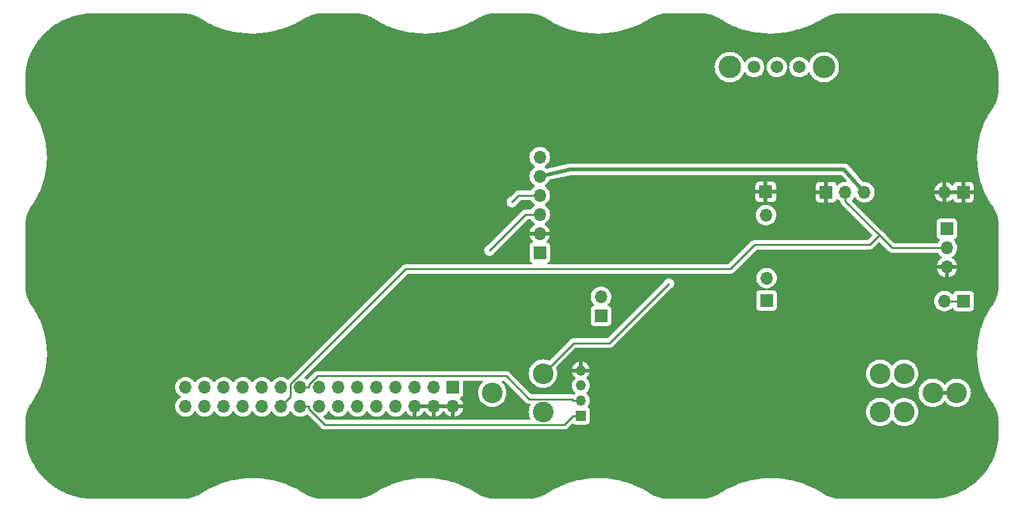
<source format=gtl>
G04 #@! TF.GenerationSoftware,KiCad,Pcbnew,8.0.0~rc2-91e15634fc~176~ubuntu22.04.1*
G04 #@! TF.CreationDate,2024-02-10T07:00:10+09:00*
G04 #@! TF.ProjectId,bGeigieZen V3.x.x production,62476569-6769-4655-9a65-6e2056332e78,V3.0.3*
G04 #@! TF.SameCoordinates,Original*
G04 #@! TF.FileFunction,Copper,L1,Top*
G04 #@! TF.FilePolarity,Positive*
%FSLAX46Y46*%
G04 Gerber Fmt 4.6, Leading zero omitted, Abs format (unit mm)*
G04 Created by KiCad (PCBNEW 8.0.0~rc2-91e15634fc~176~ubuntu22.04.1) date 2024-02-10 07:00:10*
%MOMM*%
%LPD*%
G01*
G04 APERTURE LIST*
G04 #@! TA.AperFunction,ComponentPad*
%ADD10R,1.700000X1.700000*%
G04 #@! TD*
G04 #@! TA.AperFunction,ComponentPad*
%ADD11O,1.700000X1.700000*%
G04 #@! TD*
G04 #@! TA.AperFunction,ComponentPad*
%ADD12C,1.676400*%
G04 #@! TD*
G04 #@! TA.AperFunction,ComponentPad*
%ADD13C,3.000000*%
G04 #@! TD*
G04 #@! TA.AperFunction,ComponentPad*
%ADD14R,1.350000X1.350000*%
G04 #@! TD*
G04 #@! TA.AperFunction,ComponentPad*
%ADD15O,1.350000X1.350000*%
G04 #@! TD*
G04 #@! TA.AperFunction,ComponentPad*
%ADD16C,2.743200*%
G04 #@! TD*
G04 #@! TA.AperFunction,ViaPad*
%ADD17C,0.300000*%
G04 #@! TD*
G04 #@! TA.AperFunction,Conductor*
%ADD18C,0.250000*%
G04 #@! TD*
G04 #@! TA.AperFunction,Conductor*
%ADD19C,0.500000*%
G04 #@! TD*
G04 APERTURE END LIST*
D10*
X141452600Y-116407000D03*
D11*
X141452600Y-118947000D03*
X138912600Y-116407000D03*
X138912600Y-118947000D03*
X136372600Y-116407000D03*
X136372600Y-118947000D03*
X133832600Y-116407000D03*
X133832600Y-118947000D03*
X131292600Y-116407000D03*
X131292600Y-118947000D03*
X128752600Y-116407000D03*
X128752600Y-118947000D03*
X126212600Y-116407000D03*
X126212600Y-118947000D03*
X123672600Y-116407000D03*
X123672600Y-118947000D03*
X121132600Y-116407000D03*
X121132600Y-118947000D03*
X118592600Y-116407000D03*
X118592600Y-118947000D03*
X116052600Y-116407000D03*
X116052600Y-118947000D03*
X113512600Y-116407000D03*
X113512600Y-118947000D03*
X110972600Y-116407000D03*
X110972600Y-118947000D03*
X108432600Y-116407000D03*
X108432600Y-118947000D03*
X105892600Y-116407000D03*
X105892600Y-118947000D03*
D10*
X209330700Y-90462200D03*
D11*
X206790700Y-90462200D03*
D10*
X152984600Y-98500000D03*
D11*
X152984600Y-95960000D03*
X152984600Y-93420000D03*
X152984600Y-90880000D03*
X152984600Y-88340000D03*
X152984600Y-85800000D03*
D12*
X187505600Y-73838000D03*
X184505600Y-73838000D03*
X181505600Y-73838000D03*
D13*
X190755600Y-73838000D03*
X178255600Y-73838000D03*
D10*
X209335300Y-104940200D03*
D11*
X206795300Y-104940200D03*
D10*
X161121600Y-106925000D03*
D11*
X161121600Y-104385000D03*
D10*
X191067600Y-90470000D03*
D11*
X193607600Y-90470000D03*
X196147600Y-90470000D03*
D10*
X207108000Y-95330000D03*
D11*
X207108000Y-97870000D03*
X207108000Y-100410000D03*
D10*
X183134000Y-104850000D03*
D11*
X183134000Y-101884500D03*
D14*
X158447600Y-120169000D03*
D15*
X158447600Y-118169000D03*
X158447600Y-116169000D03*
X158447600Y-114169000D03*
D10*
X183032400Y-90422800D03*
D11*
X183063469Y-93510215D03*
D16*
X208412600Y-117140000D03*
X205237600Y-117140000D03*
X153417600Y-119670000D03*
X153417600Y-114590000D03*
X146669600Y-117130000D03*
X201427600Y-114600000D03*
X198252600Y-114600000D03*
X201427600Y-119690000D03*
X198252600Y-119680000D03*
D17*
X148996000Y-118515000D03*
X145186000Y-119176000D03*
X144374000Y-116178000D03*
X149290000Y-91770100D03*
X146310000Y-98222500D03*
X170148000Y-102640000D03*
D18*
X152984600Y-90880000D02*
X150180000Y-90880000D01*
X152985000Y-90880000D02*
X152984600Y-90880000D01*
X150180000Y-90880000D02*
X149290000Y-91770100D01*
X151112000Y-93420000D02*
X146310000Y-98222500D01*
X152984600Y-93420000D02*
X151112000Y-93420000D01*
X152985000Y-93420000D02*
X152984600Y-93420000D01*
D19*
X196147700Y-90469900D02*
X196147600Y-90470000D01*
X193446400Y-87425600D02*
X157073600Y-87425600D01*
X196148000Y-90470000D02*
X196148000Y-90469900D01*
X157073600Y-87425600D02*
X152984600Y-88340000D01*
X196148000Y-90469900D02*
X196147700Y-90469900D01*
X196148000Y-90469900D02*
X196148000Y-90469800D01*
X196148000Y-90469800D02*
X193446400Y-87425600D01*
X207916000Y-117140000D02*
X207925800Y-117149800D01*
X204366000Y-117140000D02*
X204365600Y-117140000D01*
X207925600Y-117150000D02*
X207925800Y-117149800D01*
X207925800Y-117149800D02*
X207926000Y-117150000D01*
X204366000Y-117140000D02*
X207916000Y-117140000D01*
D18*
X181557200Y-97444100D02*
X178316900Y-100684400D01*
X193608000Y-91352100D02*
X193608000Y-91058300D01*
X196847200Y-97444100D02*
X181557200Y-97444100D01*
X119862600Y-117677000D02*
X118592600Y-118947000D01*
X193608000Y-91352500D02*
X193608000Y-91352100D01*
X193608000Y-90764100D02*
X193608000Y-90470000D01*
X193607600Y-90763700D02*
X193607600Y-90470000D01*
X198126200Y-96165100D02*
X193608000Y-91646700D01*
X193608000Y-91352100D02*
X193608000Y-91058300D01*
X193608000Y-90764100D02*
X193607600Y-90763700D01*
X193608000Y-91352500D02*
X193608000Y-91352100D01*
X193608000Y-91646700D02*
X193608000Y-91352500D01*
X207108000Y-97870000D02*
X199831000Y-97870000D01*
X178316900Y-100684400D02*
X135161500Y-100684400D01*
X199831000Y-97870000D02*
X198126200Y-96165100D01*
X193608000Y-91058300D02*
X193608000Y-90764100D01*
X135161500Y-100684400D02*
X119862600Y-115983300D01*
X198126200Y-96165100D02*
X196847200Y-97444100D01*
X119862600Y-115983300D02*
X119862600Y-117677000D01*
X148526000Y-114896000D02*
X151601000Y-117972000D01*
X122309000Y-116039000D02*
X123452000Y-114896000D01*
X122309000Y-116407000D02*
X122309000Y-116039000D01*
X151601000Y-117972000D02*
X157249000Y-117972000D01*
X121133000Y-116407000D02*
X121132600Y-116407000D01*
X157249000Y-117972000D02*
X157446000Y-118169000D01*
X123452000Y-114896000D02*
X148526000Y-114896000D01*
X157446000Y-118169000D02*
X158447600Y-118169000D01*
X158447600Y-118169000D02*
X158448000Y-118169000D01*
X121133000Y-116407000D02*
X122309000Y-116407000D01*
X156226000Y-121389000D02*
X157446000Y-120169000D01*
X124384000Y-121389000D02*
X156226000Y-121389000D01*
X157446000Y-120169000D02*
X158447600Y-120169000D01*
X121133000Y-118947000D02*
X121132600Y-118947000D01*
X158447600Y-120169000D02*
X158448000Y-120169000D01*
X122309000Y-118947000D02*
X122309000Y-119315000D01*
X121133000Y-118947000D02*
X122309000Y-118947000D01*
X122309000Y-119315000D02*
X124384000Y-121389000D01*
X206795500Y-104940000D02*
X209335000Y-104940000D01*
X206795500Y-104940000D02*
X206795300Y-104940200D01*
X206795000Y-104940000D02*
X206795500Y-104940000D01*
X209335100Y-104940000D02*
X209335300Y-104940200D01*
X209335000Y-104940000D02*
X209335100Y-104940000D01*
X153418000Y-114590000D02*
X157490000Y-110517000D01*
X157490000Y-110517000D02*
X162271000Y-110517000D01*
X153417600Y-114590000D02*
X153418000Y-114590000D01*
X162271000Y-110517000D02*
X170148000Y-102640000D01*
G04 #@! TA.AperFunction,Conductor*
G36*
X145375166Y-115549502D02*
G01*
X145421659Y-115603158D01*
X145431763Y-115673432D01*
X145402269Y-115738012D01*
X145396140Y-115744595D01*
X145245090Y-115895644D01*
X145083912Y-116110954D01*
X144955036Y-116346973D01*
X144955031Y-116346983D01*
X144861049Y-116598960D01*
X144803882Y-116861753D01*
X144784697Y-117130000D01*
X144803882Y-117398246D01*
X144861049Y-117661039D01*
X144955031Y-117913016D01*
X144955036Y-117913026D01*
X145083912Y-118149045D01*
X145083917Y-118149052D01*
X145083919Y-118149055D01*
X145245085Y-118364349D01*
X145245087Y-118364351D01*
X145245090Y-118364355D01*
X145435244Y-118554509D01*
X145435247Y-118554511D01*
X145435251Y-118554515D01*
X145650545Y-118715681D01*
X145650548Y-118715682D01*
X145650554Y-118715687D01*
X145886573Y-118844563D01*
X145886583Y-118844568D01*
X146138561Y-118938551D01*
X146401350Y-118995717D01*
X146669600Y-119014903D01*
X146937850Y-118995717D01*
X147200639Y-118938551D01*
X147452617Y-118844568D01*
X147528549Y-118803106D01*
X147688645Y-118715687D01*
X147688647Y-118715685D01*
X147688655Y-118715681D01*
X147903949Y-118554515D01*
X148094115Y-118364349D01*
X148255281Y-118149055D01*
X148255285Y-118149047D01*
X148255287Y-118149045D01*
X148384163Y-117913026D01*
X148384168Y-117913017D01*
X148478151Y-117661039D01*
X148535317Y-117398250D01*
X148554503Y-117130000D01*
X148535317Y-116861750D01*
X148478151Y-116598961D01*
X148384168Y-116346983D01*
X148384163Y-116346973D01*
X148255287Y-116110954D01*
X148255282Y-116110948D01*
X148255281Y-116110945D01*
X148094115Y-115895651D01*
X148094111Y-115895647D01*
X148094109Y-115895644D01*
X147943060Y-115744595D01*
X147909034Y-115682283D01*
X147914099Y-115611468D01*
X147956646Y-115554632D01*
X148023166Y-115529821D01*
X148032155Y-115529500D01*
X148211332Y-115529500D01*
X148279453Y-115549502D01*
X148300442Y-115566419D01*
X151104472Y-118371361D01*
X151104631Y-118371536D01*
X151150959Y-118417863D01*
X151150970Y-118417884D01*
X151150975Y-118417880D01*
X151197084Y-118464005D01*
X151197153Y-118464061D01*
X151197165Y-118464069D01*
X151197167Y-118464071D01*
X151246261Y-118496875D01*
X151246274Y-118496890D01*
X151246277Y-118496886D01*
X151300861Y-118533370D01*
X151300895Y-118533388D01*
X151356577Y-118556452D01*
X151356589Y-118556456D01*
X151416116Y-118581125D01*
X151416119Y-118581125D01*
X151416213Y-118581154D01*
X151416215Y-118581155D01*
X151416217Y-118581155D01*
X151416219Y-118581156D01*
X151430911Y-118584078D01*
X151476755Y-118593196D01*
X151476776Y-118593207D01*
X151476778Y-118593201D01*
X151492034Y-118596238D01*
X151538503Y-118605490D01*
X151538516Y-118605490D01*
X151538595Y-118605497D01*
X151538606Y-118605500D01*
X151600894Y-118605500D01*
X151600915Y-118605500D01*
X151644388Y-118605506D01*
X151712503Y-118625517D01*
X151758989Y-118679180D01*
X151769083Y-118749455D01*
X151754956Y-118791891D01*
X151703031Y-118886983D01*
X151609049Y-119138960D01*
X151551882Y-119401753D01*
X151532697Y-119670000D01*
X151551882Y-119938246D01*
X151609049Y-120201039D01*
X151703031Y-120453016D01*
X151703033Y-120453020D01*
X151766426Y-120569114D01*
X151781518Y-120638488D01*
X151756707Y-120705009D01*
X151699872Y-120747556D01*
X151655839Y-120755500D01*
X124698488Y-120755500D01*
X124630367Y-120735498D01*
X124609414Y-120718617D01*
X124609392Y-120718595D01*
X124252598Y-120361972D01*
X124218559Y-120299670D01*
X124223607Y-120228853D01*
X124266140Y-120172007D01*
X124281696Y-120162047D01*
X124418176Y-120088189D01*
X124595840Y-119949906D01*
X124748322Y-119784268D01*
X124748527Y-119783955D01*
X124762500Y-119762567D01*
X124837118Y-119648354D01*
X124891120Y-119602268D01*
X124961468Y-119592692D01*
X125025825Y-119622669D01*
X125048080Y-119648353D01*
X125075290Y-119690000D01*
X125136875Y-119784265D01*
X125136879Y-119784270D01*
X125289362Y-119949908D01*
X125293715Y-119953296D01*
X125467024Y-120088189D01*
X125665026Y-120195342D01*
X125665027Y-120195342D01*
X125665028Y-120195343D01*
X125739879Y-120221039D01*
X125877965Y-120268444D01*
X126100031Y-120305500D01*
X126100035Y-120305500D01*
X126325165Y-120305500D01*
X126325169Y-120305500D01*
X126547235Y-120268444D01*
X126760174Y-120195342D01*
X126958176Y-120088189D01*
X127135840Y-119949906D01*
X127288322Y-119784268D01*
X127288527Y-119783955D01*
X127302500Y-119762567D01*
X127377118Y-119648354D01*
X127431120Y-119602268D01*
X127501468Y-119592692D01*
X127565825Y-119622669D01*
X127588080Y-119648353D01*
X127615290Y-119690000D01*
X127676875Y-119784265D01*
X127676879Y-119784270D01*
X127829362Y-119949908D01*
X127833715Y-119953296D01*
X128007024Y-120088189D01*
X128205026Y-120195342D01*
X128205027Y-120195342D01*
X128205028Y-120195343D01*
X128279879Y-120221039D01*
X128417965Y-120268444D01*
X128640031Y-120305500D01*
X128640035Y-120305500D01*
X128865165Y-120305500D01*
X128865169Y-120305500D01*
X129087235Y-120268444D01*
X129300174Y-120195342D01*
X129498176Y-120088189D01*
X129675840Y-119949906D01*
X129828322Y-119784268D01*
X129828527Y-119783955D01*
X129842500Y-119762567D01*
X129917118Y-119648354D01*
X129971120Y-119602268D01*
X130041468Y-119592692D01*
X130105825Y-119622669D01*
X130128080Y-119648353D01*
X130155290Y-119690000D01*
X130216875Y-119784265D01*
X130216879Y-119784270D01*
X130369362Y-119949908D01*
X130373715Y-119953296D01*
X130547024Y-120088189D01*
X130745026Y-120195342D01*
X130745027Y-120195342D01*
X130745028Y-120195343D01*
X130819879Y-120221039D01*
X130957965Y-120268444D01*
X131180031Y-120305500D01*
X131180035Y-120305500D01*
X131405165Y-120305500D01*
X131405169Y-120305500D01*
X131627235Y-120268444D01*
X131840174Y-120195342D01*
X132038176Y-120088189D01*
X132215840Y-119949906D01*
X132368322Y-119784268D01*
X132368527Y-119783955D01*
X132382500Y-119762567D01*
X132457118Y-119648354D01*
X132511120Y-119602268D01*
X132581468Y-119592692D01*
X132645825Y-119622669D01*
X132668080Y-119648353D01*
X132695290Y-119690000D01*
X132756875Y-119784265D01*
X132756879Y-119784270D01*
X132909362Y-119949908D01*
X132913715Y-119953296D01*
X133087024Y-120088189D01*
X133285026Y-120195342D01*
X133285027Y-120195342D01*
X133285028Y-120195343D01*
X133359879Y-120221039D01*
X133497965Y-120268444D01*
X133720031Y-120305500D01*
X133720035Y-120305500D01*
X133945165Y-120305500D01*
X133945169Y-120305500D01*
X134167235Y-120268444D01*
X134380174Y-120195342D01*
X134578176Y-120088189D01*
X134755840Y-119949906D01*
X134908322Y-119784268D01*
X134908527Y-119783955D01*
X134969910Y-119690000D01*
X134997416Y-119647898D01*
X135051419Y-119601810D01*
X135121767Y-119592235D01*
X135186124Y-119622212D01*
X135208382Y-119647898D01*
X135297274Y-119783958D01*
X135449697Y-119949534D01*
X135627298Y-120087767D01*
X135627299Y-120087768D01*
X135825228Y-120194882D01*
X135825230Y-120194883D01*
X136038083Y-120267955D01*
X136038092Y-120267957D01*
X136118600Y-120281391D01*
X136118600Y-119377702D01*
X136179607Y-119412925D01*
X136306774Y-119447000D01*
X136438426Y-119447000D01*
X136565593Y-119412925D01*
X136626600Y-119377702D01*
X136626600Y-120281390D01*
X136707107Y-120267957D01*
X136707116Y-120267955D01*
X136919969Y-120194883D01*
X136919971Y-120194882D01*
X137117900Y-120087768D01*
X137117901Y-120087767D01*
X137295502Y-119949534D01*
X137447927Y-119783955D01*
X137537117Y-119647441D01*
X137591121Y-119601352D01*
X137661468Y-119591777D01*
X137725826Y-119621754D01*
X137748083Y-119647441D01*
X137837272Y-119783955D01*
X137989697Y-119949534D01*
X138167298Y-120087767D01*
X138167299Y-120087768D01*
X138365228Y-120194882D01*
X138365230Y-120194883D01*
X138578083Y-120267955D01*
X138578092Y-120267957D01*
X138658600Y-120281391D01*
X138658600Y-119377702D01*
X138719607Y-119412925D01*
X138846774Y-119447000D01*
X138978426Y-119447000D01*
X139105593Y-119412925D01*
X139166600Y-119377702D01*
X139166600Y-120281390D01*
X139247107Y-120267957D01*
X139247116Y-120267955D01*
X139459969Y-120194883D01*
X139459971Y-120194882D01*
X139657900Y-120087768D01*
X139657901Y-120087767D01*
X139835502Y-119949534D01*
X139987927Y-119783955D01*
X140077117Y-119647441D01*
X140131121Y-119601352D01*
X140201468Y-119591777D01*
X140265826Y-119621754D01*
X140288083Y-119647441D01*
X140377272Y-119783955D01*
X140529697Y-119949534D01*
X140707298Y-120087767D01*
X140707299Y-120087768D01*
X140905228Y-120194882D01*
X140905230Y-120194883D01*
X141118083Y-120267955D01*
X141118092Y-120267957D01*
X141198600Y-120281391D01*
X141198600Y-119377702D01*
X141259607Y-119412925D01*
X141386774Y-119447000D01*
X141518426Y-119447000D01*
X141645593Y-119412925D01*
X141706600Y-119377702D01*
X141706600Y-120281390D01*
X141787107Y-120267957D01*
X141787116Y-120267955D01*
X141999969Y-120194883D01*
X141999971Y-120194882D01*
X142197900Y-120087768D01*
X142197901Y-120087767D01*
X142375502Y-119949534D01*
X142527925Y-119783958D01*
X142651019Y-119595548D01*
X142741420Y-119389456D01*
X142741423Y-119389449D01*
X142789144Y-119201000D01*
X141883303Y-119201000D01*
X141918525Y-119139993D01*
X141952600Y-119012826D01*
X141952600Y-118881174D01*
X141918525Y-118754007D01*
X141883303Y-118693000D01*
X142789144Y-118693000D01*
X142789144Y-118692999D01*
X142741423Y-118504550D01*
X142741420Y-118504543D01*
X142651019Y-118298451D01*
X142527925Y-118110041D01*
X142384618Y-117954367D01*
X142353198Y-117890702D01*
X142361185Y-117820156D01*
X142406044Y-117765127D01*
X142433279Y-117750977D01*
X142548804Y-117707889D01*
X142665861Y-117620261D01*
X142753489Y-117503204D01*
X142804589Y-117366201D01*
X142804950Y-117362848D01*
X142811099Y-117305649D01*
X142811100Y-117305632D01*
X142811100Y-115655500D01*
X142831102Y-115587379D01*
X142884758Y-115540886D01*
X142937100Y-115529500D01*
X145307045Y-115529500D01*
X145375166Y-115549502D01*
G37*
G04 #@! TD.AperFunction*
G04 #@! TA.AperFunction,Conductor*
G36*
X138446675Y-118754007D02*
G01*
X138412600Y-118881174D01*
X138412600Y-119012826D01*
X138446675Y-119139993D01*
X138481897Y-119201000D01*
X136803303Y-119201000D01*
X136838525Y-119139993D01*
X136872600Y-119012826D01*
X136872600Y-118881174D01*
X136838525Y-118754007D01*
X136803303Y-118693000D01*
X138481897Y-118693000D01*
X138446675Y-118754007D01*
G37*
G04 #@! TD.AperFunction*
G04 #@! TA.AperFunction,Conductor*
G36*
X140986675Y-118754007D02*
G01*
X140952600Y-118881174D01*
X140952600Y-119012826D01*
X140986675Y-119139993D01*
X141021897Y-119201000D01*
X139343303Y-119201000D01*
X139378525Y-119139993D01*
X139412600Y-119012826D01*
X139412600Y-118881174D01*
X139378525Y-118754007D01*
X139343303Y-118693000D01*
X141021897Y-118693000D01*
X140986675Y-118754007D01*
G37*
G04 #@! TD.AperFunction*
G04 #@! TA.AperFunction,Conductor*
G36*
X193116897Y-88204102D02*
G01*
X193143017Y-88226466D01*
X193742406Y-88901866D01*
X193772661Y-88966092D01*
X193763391Y-89036481D01*
X193717536Y-89090684D01*
X193649657Y-89111491D01*
X193648165Y-89111500D01*
X193495031Y-89111500D01*
X193346811Y-89136233D01*
X193272969Y-89148555D01*
X193272960Y-89148557D01*
X193060028Y-89221656D01*
X193060026Y-89221658D01*
X192897008Y-89309879D01*
X192862026Y-89328810D01*
X192862024Y-89328811D01*
X192684359Y-89467094D01*
X192622974Y-89533775D01*
X192562121Y-89570346D01*
X192491157Y-89568211D01*
X192432612Y-89528049D01*
X192412218Y-89492470D01*
X192368043Y-89374033D01*
X192280504Y-89257095D01*
X192163565Y-89169555D01*
X192026693Y-89118505D01*
X191966197Y-89112000D01*
X191321600Y-89112000D01*
X191321600Y-90039297D01*
X191260593Y-90004075D01*
X191133426Y-89970000D01*
X191001774Y-89970000D01*
X190874607Y-90004075D01*
X190813600Y-90039297D01*
X190813600Y-89112000D01*
X190169002Y-89112000D01*
X190108506Y-89118505D01*
X189971635Y-89169555D01*
X189971634Y-89169555D01*
X189854695Y-89257095D01*
X189767155Y-89374034D01*
X189767155Y-89374035D01*
X189716105Y-89510906D01*
X189709600Y-89571402D01*
X189709600Y-90216000D01*
X190636897Y-90216000D01*
X190601675Y-90277007D01*
X190567600Y-90404174D01*
X190567600Y-90535826D01*
X190601675Y-90662993D01*
X190636897Y-90724000D01*
X189709600Y-90724000D01*
X189709600Y-91368597D01*
X189716105Y-91429093D01*
X189767155Y-91565964D01*
X189767155Y-91565965D01*
X189854695Y-91682904D01*
X189971634Y-91770444D01*
X190108506Y-91821494D01*
X190169002Y-91827999D01*
X190169015Y-91828000D01*
X190813600Y-91828000D01*
X190813600Y-90900702D01*
X190874607Y-90935925D01*
X191001774Y-90970000D01*
X191133426Y-90970000D01*
X191260593Y-90935925D01*
X191321600Y-90900702D01*
X191321600Y-91828000D01*
X191966185Y-91828000D01*
X191966197Y-91827999D01*
X192026693Y-91821494D01*
X192163564Y-91770444D01*
X192163565Y-91770444D01*
X192280504Y-91682904D01*
X192368044Y-91565965D01*
X192412218Y-91447530D01*
X192454765Y-91390694D01*
X192521285Y-91365883D01*
X192590659Y-91380974D01*
X192622972Y-91406222D01*
X192644027Y-91429093D01*
X192684362Y-91472908D01*
X192689774Y-91477120D01*
X192862024Y-91611189D01*
X192914182Y-91639415D01*
X192964573Y-91689428D01*
X192977792Y-91725646D01*
X192986634Y-91770095D01*
X192986634Y-91770099D01*
X192998842Y-91831478D01*
X193022460Y-91888494D01*
X193022461Y-91888501D01*
X193022462Y-91888501D01*
X193046593Y-91946764D01*
X193046599Y-91946773D01*
X193046600Y-91946775D01*
X193081633Y-91999206D01*
X193115923Y-92050527D01*
X193115928Y-92050532D01*
X193115929Y-92050533D01*
X193151994Y-92086598D01*
X195664567Y-94599283D01*
X197141213Y-96075994D01*
X197175237Y-96138307D01*
X197170171Y-96209122D01*
X197141212Y-96254182D01*
X196621701Y-96773695D01*
X196559388Y-96807720D01*
X196532605Y-96810600D01*
X181494803Y-96810600D01*
X181421768Y-96825128D01*
X181372415Y-96834945D01*
X181372413Y-96834945D01*
X181372412Y-96834946D01*
X181257123Y-96882701D01*
X181153371Y-96952026D01*
X181153364Y-96952031D01*
X178091401Y-100013995D01*
X178029089Y-100048021D01*
X178002306Y-100050900D01*
X154108869Y-100050900D01*
X154040748Y-100030898D01*
X153994255Y-99977242D01*
X153984151Y-99906968D01*
X154013645Y-99842388D01*
X154064836Y-99806845D01*
X154067980Y-99805671D01*
X154080804Y-99800889D01*
X154197861Y-99713261D01*
X154285489Y-99596204D01*
X154336589Y-99459201D01*
X154343100Y-99398638D01*
X154343100Y-97601362D01*
X154338135Y-97555175D01*
X154336590Y-97540803D01*
X154336588Y-97540795D01*
X154294288Y-97427387D01*
X154285489Y-97403796D01*
X154285488Y-97403794D01*
X154285487Y-97403792D01*
X154197861Y-97286738D01*
X154080807Y-97199112D01*
X154080804Y-97199111D01*
X153965286Y-97156024D01*
X153908451Y-97113477D01*
X153883641Y-97046957D01*
X153898733Y-96977583D01*
X153916619Y-96952632D01*
X154059923Y-96796961D01*
X154183019Y-96608548D01*
X154273420Y-96402456D01*
X154273423Y-96402449D01*
X154321144Y-96214000D01*
X153415303Y-96214000D01*
X153450525Y-96152993D01*
X153484600Y-96025826D01*
X153484600Y-95894174D01*
X153450525Y-95767007D01*
X153415303Y-95706000D01*
X154321144Y-95706000D01*
X154321144Y-95705999D01*
X154273423Y-95517550D01*
X154273420Y-95517543D01*
X154183019Y-95311451D01*
X154059925Y-95123041D01*
X153907502Y-94957465D01*
X153729901Y-94819232D01*
X153729900Y-94819231D01*
X153696391Y-94801097D01*
X153646001Y-94751083D01*
X153630650Y-94681766D01*
X153655212Y-94615153D01*
X153696390Y-94579472D01*
X153730176Y-94561189D01*
X153907840Y-94422906D01*
X154060322Y-94257268D01*
X154183460Y-94068791D01*
X154273896Y-93862616D01*
X154329164Y-93644368D01*
X154340280Y-93510215D01*
X181700313Y-93510215D01*
X181711429Y-93644368D01*
X181718906Y-93734590D01*
X181774171Y-93952827D01*
X181774172Y-93952828D01*
X181774173Y-93952831D01*
X181825038Y-94068793D01*
X181864610Y-94159008D01*
X181987744Y-94347480D01*
X181987748Y-94347485D01*
X182140231Y-94513123D01*
X182194800Y-94555596D01*
X182317893Y-94651404D01*
X182515895Y-94758557D01*
X182515896Y-94758557D01*
X182515897Y-94758558D01*
X182573987Y-94778500D01*
X182728834Y-94831659D01*
X182950900Y-94868715D01*
X182950904Y-94868715D01*
X183176034Y-94868715D01*
X183176038Y-94868715D01*
X183398104Y-94831659D01*
X183611043Y-94758557D01*
X183809045Y-94651404D01*
X183986709Y-94513121D01*
X184139191Y-94347483D01*
X184144426Y-94339471D01*
X184198133Y-94257265D01*
X184262329Y-94159006D01*
X184352765Y-93952831D01*
X184408033Y-93734583D01*
X184426625Y-93510215D01*
X184408033Y-93285847D01*
X184408031Y-93285839D01*
X184352766Y-93067602D01*
X184352765Y-93067601D01*
X184352765Y-93067599D01*
X184262329Y-92861424D01*
X184219757Y-92796262D01*
X184139193Y-92672949D01*
X184139189Y-92672944D01*
X183986706Y-92507306D01*
X183870798Y-92417091D01*
X183809045Y-92369026D01*
X183611043Y-92261873D01*
X183611041Y-92261872D01*
X183611040Y-92261871D01*
X183398108Y-92188772D01*
X183398099Y-92188770D01*
X183353945Y-92181402D01*
X183176038Y-92151715D01*
X182950900Y-92151715D01*
X182802680Y-92176448D01*
X182728838Y-92188770D01*
X182728829Y-92188772D01*
X182515897Y-92261871D01*
X182515895Y-92261873D01*
X182317895Y-92369025D01*
X182317893Y-92369026D01*
X182140231Y-92507306D01*
X181987748Y-92672944D01*
X181987744Y-92672949D01*
X181864610Y-92861421D01*
X181774172Y-93067601D01*
X181774171Y-93067602D01*
X181718906Y-93285839D01*
X181718905Y-93285845D01*
X181718905Y-93285847D01*
X181700313Y-93510215D01*
X154340280Y-93510215D01*
X154347756Y-93420000D01*
X154329164Y-93195632D01*
X154329162Y-93195624D01*
X154273897Y-92977387D01*
X154273896Y-92977386D01*
X154273896Y-92977384D01*
X154183460Y-92771209D01*
X154144446Y-92711493D01*
X154060324Y-92582734D01*
X154060320Y-92582729D01*
X153907837Y-92417091D01*
X153825982Y-92353381D01*
X153730176Y-92278811D01*
X153696919Y-92260813D01*
X153646529Y-92210802D01*
X153631176Y-92141485D01*
X153655736Y-92074872D01*
X153696920Y-92039186D01*
X153730176Y-92021189D01*
X153907840Y-91882906D01*
X154060322Y-91717268D01*
X154183460Y-91528791D01*
X154273896Y-91322616D01*
X154274205Y-91321397D01*
X181674400Y-91321397D01*
X181680905Y-91381893D01*
X181731955Y-91518764D01*
X181731955Y-91518765D01*
X181819495Y-91635704D01*
X181936434Y-91723244D01*
X182073306Y-91774294D01*
X182133802Y-91780799D01*
X182133815Y-91780800D01*
X182778400Y-91780800D01*
X182778400Y-90853502D01*
X182839407Y-90888725D01*
X182966574Y-90922800D01*
X183098226Y-90922800D01*
X183225393Y-90888725D01*
X183286400Y-90853502D01*
X183286400Y-91780800D01*
X183930985Y-91780800D01*
X183930997Y-91780799D01*
X183991493Y-91774294D01*
X184128364Y-91723244D01*
X184128365Y-91723244D01*
X184245304Y-91635704D01*
X184332844Y-91518765D01*
X184332844Y-91518764D01*
X184383894Y-91381893D01*
X184390399Y-91321397D01*
X184390400Y-91321385D01*
X184390400Y-90676800D01*
X183463103Y-90676800D01*
X183498325Y-90615793D01*
X183532400Y-90488626D01*
X183532400Y-90356974D01*
X183498325Y-90229807D01*
X183463103Y-90168800D01*
X184390400Y-90168800D01*
X184390400Y-89524214D01*
X184390399Y-89524202D01*
X184383894Y-89463706D01*
X184332844Y-89326835D01*
X184332844Y-89326834D01*
X184245304Y-89209895D01*
X184128365Y-89122355D01*
X183991493Y-89071305D01*
X183930997Y-89064800D01*
X183286400Y-89064800D01*
X183286400Y-89992097D01*
X183225393Y-89956875D01*
X183098226Y-89922800D01*
X182966574Y-89922800D01*
X182839407Y-89956875D01*
X182778400Y-89992097D01*
X182778400Y-89064800D01*
X182133802Y-89064800D01*
X182073306Y-89071305D01*
X181936435Y-89122355D01*
X181936434Y-89122355D01*
X181819495Y-89209895D01*
X181731955Y-89326834D01*
X181731955Y-89326835D01*
X181680905Y-89463706D01*
X181674400Y-89524202D01*
X181674400Y-90168800D01*
X182601697Y-90168800D01*
X182566475Y-90229807D01*
X182532400Y-90356974D01*
X182532400Y-90488626D01*
X182566475Y-90615793D01*
X182601697Y-90676800D01*
X181674400Y-90676800D01*
X181674400Y-91321397D01*
X154274205Y-91321397D01*
X154329164Y-91104368D01*
X154347756Y-90880000D01*
X154329164Y-90655632D01*
X154284657Y-90479878D01*
X154273897Y-90437387D01*
X154273896Y-90437386D01*
X154273896Y-90437384D01*
X154183460Y-90231209D01*
X154173523Y-90216000D01*
X154060324Y-90042734D01*
X154060320Y-90042729D01*
X153907837Y-89877091D01*
X153825982Y-89813381D01*
X153730176Y-89738811D01*
X153696919Y-89720813D01*
X153646529Y-89670802D01*
X153631176Y-89601485D01*
X153655736Y-89534872D01*
X153696920Y-89499186D01*
X153709330Y-89492470D01*
X153730176Y-89481189D01*
X153907840Y-89342906D01*
X154060322Y-89177268D01*
X154183460Y-88988791D01*
X154225750Y-88892375D01*
X154271431Y-88838028D01*
X154313638Y-88820028D01*
X157143794Y-88187136D01*
X157171291Y-88184100D01*
X193048776Y-88184100D01*
X193116897Y-88204102D01*
G37*
G04 #@! TD.AperFunction*
G04 #@! TA.AperFunction,Conductor*
G36*
X208864775Y-90269207D02*
G01*
X208830700Y-90396374D01*
X208830700Y-90528026D01*
X208864775Y-90655193D01*
X208899997Y-90716200D01*
X207221403Y-90716200D01*
X207256625Y-90655193D01*
X207290700Y-90528026D01*
X207290700Y-90396374D01*
X207256625Y-90269207D01*
X207221403Y-90208200D01*
X208899997Y-90208200D01*
X208864775Y-90269207D01*
G37*
G04 #@! TD.AperFunction*
G04 #@! TA.AperFunction,Conductor*
G36*
X105651440Y-66676377D02*
G01*
X105795003Y-66685760D01*
X105798833Y-66686069D01*
X105944408Y-66700116D01*
X105948140Y-66700534D01*
X106093064Y-66719028D01*
X106096826Y-66719566D01*
X106241031Y-66742470D01*
X106244766Y-66743122D01*
X106388152Y-66770393D01*
X106391848Y-66771153D01*
X106526266Y-66800972D01*
X106534263Y-66802746D01*
X106537971Y-66803628D01*
X106679183Y-66839468D01*
X106682845Y-66840456D01*
X106822860Y-66880534D01*
X106826480Y-66881629D01*
X106899608Y-66904973D01*
X106965116Y-66925884D01*
X106968726Y-66927097D01*
X106990146Y-66934655D01*
X107105869Y-66975488D01*
X107109409Y-66976797D01*
X107244890Y-67029265D01*
X107244903Y-67029270D01*
X107248432Y-67030699D01*
X107382120Y-67087197D01*
X107385595Y-67088727D01*
X107517456Y-67149248D01*
X107520881Y-67150885D01*
X107650642Y-67215320D01*
X107654039Y-67217072D01*
X107752729Y-67269924D01*
X107781596Y-67285383D01*
X107785007Y-67287279D01*
X107909859Y-67359203D01*
X107913757Y-67361543D01*
X108653786Y-67824557D01*
X108662190Y-67829815D01*
X108668772Y-67835511D01*
X108678271Y-67840399D01*
X108687464Y-67845629D01*
X108696557Y-67851320D01*
X108704820Y-67854064D01*
X108849286Y-67928418D01*
X109468169Y-68246948D01*
X109475032Y-68251963D01*
X109485423Y-68256290D01*
X109494644Y-68260574D01*
X109504713Y-68265755D01*
X109512977Y-68267760D01*
X110280424Y-68587250D01*
X110304811Y-68597402D01*
X110311892Y-68601760D01*
X110323069Y-68605419D01*
X110332308Y-68608849D01*
X110343235Y-68613399D01*
X110351452Y-68614712D01*
X111167115Y-68881812D01*
X111174345Y-68885530D01*
X111186229Y-68888449D01*
X111195411Y-68891077D01*
X111207076Y-68894899D01*
X111215179Y-68895565D01*
X112049992Y-69100787D01*
X112057326Y-69103896D01*
X112069833Y-69106014D01*
X112078905Y-69107896D01*
X112091271Y-69110938D01*
X112099245Y-69110999D01*
X112948523Y-69254985D01*
X112955922Y-69257508D01*
X112968927Y-69258769D01*
X112977859Y-69259959D01*
X112990761Y-69262148D01*
X112998567Y-69261646D01*
X113857610Y-69345020D01*
X113865069Y-69346989D01*
X113878392Y-69347347D01*
X113887218Y-69347894D01*
X113900559Y-69349192D01*
X113908201Y-69348153D01*
X114772249Y-69371532D01*
X114779730Y-69372962D01*
X114793271Y-69372398D01*
X114801930Y-69372335D01*
X114815548Y-69372703D01*
X114823008Y-69371159D01*
X115687374Y-69335155D01*
X115694901Y-69336068D01*
X115708482Y-69334570D01*
X115717070Y-69333919D01*
X115730762Y-69333350D01*
X115738069Y-69331309D01*
X116598012Y-69236530D01*
X116605589Y-69236930D01*
X116619070Y-69234505D01*
X116627604Y-69233269D01*
X116641242Y-69231768D01*
X116648389Y-69229234D01*
X117499213Y-69076279D01*
X117506829Y-69076159D01*
X117520000Y-69072845D01*
X117528465Y-69071021D01*
X117541881Y-69068610D01*
X117548865Y-69065583D01*
X118385796Y-68855061D01*
X118393465Y-68854412D01*
X118406246Y-68850233D01*
X118414695Y-68847793D01*
X118427699Y-68844523D01*
X118434528Y-68840987D01*
X119252889Y-68573483D01*
X119260608Y-68572280D01*
X119272785Y-68567316D01*
X119281236Y-68564218D01*
X119293716Y-68560141D01*
X119300377Y-68556074D01*
X120095478Y-68232162D01*
X120103219Y-68230375D01*
X120114645Y-68224717D01*
X120123053Y-68220929D01*
X120134904Y-68216103D01*
X120141366Y-68211488D01*
X120908457Y-67831759D01*
X120916199Y-67829357D01*
X120926781Y-67823087D01*
X120935141Y-67818550D01*
X120946216Y-67813070D01*
X120952453Y-67807879D01*
X121703975Y-67362737D01*
X121711358Y-67358693D01*
X121970208Y-67227919D01*
X121973780Y-67226186D01*
X122240653Y-67102063D01*
X122244004Y-67100565D01*
X122378189Y-67042905D01*
X122380667Y-67041873D01*
X122516626Y-66987038D01*
X122519452Y-66985939D01*
X122656274Y-66934641D01*
X122659420Y-66933510D01*
X122797299Y-66886001D01*
X122800728Y-66884874D01*
X122939599Y-66841504D01*
X122943294Y-66840414D01*
X123083099Y-66801529D01*
X123087153Y-66800475D01*
X123227844Y-66766408D01*
X123232254Y-66765425D01*
X123373813Y-66736500D01*
X123378502Y-66735635D01*
X123520953Y-66712173D01*
X123525980Y-66711449D01*
X123669281Y-66693776D01*
X123674615Y-66693235D01*
X123795336Y-66683550D01*
X123818780Y-66681669D01*
X123824352Y-66681347D01*
X123966747Y-66676309D01*
X123970140Y-66676189D01*
X123974595Y-66676110D01*
X128626843Y-66676110D01*
X128635059Y-66676378D01*
X128654314Y-66677636D01*
X128778619Y-66685759D01*
X128782454Y-66686069D01*
X128928000Y-66700113D01*
X128931788Y-66700538D01*
X129076683Y-66719029D01*
X129080465Y-66719570D01*
X129224642Y-66742469D01*
X129228366Y-66743118D01*
X129371773Y-66770393D01*
X129375469Y-66771153D01*
X129509887Y-66800972D01*
X129517884Y-66802746D01*
X129521592Y-66803628D01*
X129662804Y-66839468D01*
X129666466Y-66840456D01*
X129806481Y-66880534D01*
X129810101Y-66881629D01*
X129883073Y-66904923D01*
X129948738Y-66925884D01*
X129952348Y-66927097D01*
X129973768Y-66934655D01*
X130089491Y-66975488D01*
X130093050Y-66976805D01*
X130228509Y-67029265D01*
X130232052Y-67030699D01*
X130264528Y-67044423D01*
X130365728Y-67087190D01*
X130365757Y-67087202D01*
X130369214Y-67088725D01*
X130501050Y-67149235D01*
X130504498Y-67150882D01*
X130634264Y-67215320D01*
X130637661Y-67217072D01*
X130765209Y-67285378D01*
X130768614Y-67287270D01*
X130868270Y-67344679D01*
X130893441Y-67359179D01*
X130897369Y-67361538D01*
X131637405Y-67824557D01*
X131645809Y-67829815D01*
X131652391Y-67835511D01*
X131661890Y-67840399D01*
X131671083Y-67845629D01*
X131680176Y-67851320D01*
X131688439Y-67854064D01*
X131832905Y-67928418D01*
X132451788Y-68246948D01*
X132458651Y-68251963D01*
X132469042Y-68256290D01*
X132478263Y-68260574D01*
X132488332Y-68265755D01*
X132496596Y-68267760D01*
X133264043Y-68587250D01*
X133288430Y-68597402D01*
X133295511Y-68601760D01*
X133306688Y-68605419D01*
X133315927Y-68608849D01*
X133326855Y-68613399D01*
X133335071Y-68614713D01*
X133454755Y-68653905D01*
X134150733Y-68881812D01*
X134157962Y-68885529D01*
X134169836Y-68888446D01*
X134179018Y-68891074D01*
X134190692Y-68894899D01*
X134198796Y-68895565D01*
X135033610Y-69100787D01*
X135040944Y-69103896D01*
X135053451Y-69106014D01*
X135062523Y-69107896D01*
X135074889Y-69110938D01*
X135082863Y-69110999D01*
X135932141Y-69254985D01*
X135939540Y-69257508D01*
X135952545Y-69258769D01*
X135961477Y-69259959D01*
X135974379Y-69262148D01*
X135982185Y-69261646D01*
X136841227Y-69345020D01*
X136848686Y-69346989D01*
X136862009Y-69347347D01*
X136870835Y-69347894D01*
X136884176Y-69349192D01*
X136891818Y-69348153D01*
X137755866Y-69371532D01*
X137763347Y-69372962D01*
X137776888Y-69372398D01*
X137785547Y-69372335D01*
X137799165Y-69372703D01*
X137806625Y-69371159D01*
X138670991Y-69335155D01*
X138678518Y-69336068D01*
X138692099Y-69334570D01*
X138700687Y-69333919D01*
X138714379Y-69333350D01*
X138721686Y-69331309D01*
X139581629Y-69236530D01*
X139589206Y-69236930D01*
X139602687Y-69234505D01*
X139611221Y-69233269D01*
X139624859Y-69231768D01*
X139632006Y-69229234D01*
X140482830Y-69076279D01*
X140490446Y-69076159D01*
X140503617Y-69072845D01*
X140512082Y-69071021D01*
X140525498Y-69068610D01*
X140532482Y-69065583D01*
X141369412Y-68855061D01*
X141377081Y-68854412D01*
X141389862Y-68850233D01*
X141398311Y-68847793D01*
X141411315Y-68844523D01*
X141418144Y-68840987D01*
X142236505Y-68573483D01*
X142244223Y-68572280D01*
X142256400Y-68567316D01*
X142264851Y-68564218D01*
X142277334Y-68560140D01*
X142283997Y-68556073D01*
X142647465Y-68408001D01*
X143079087Y-68232164D01*
X143086830Y-68230377D01*
X143098259Y-68224717D01*
X143106667Y-68220929D01*
X143118518Y-68216103D01*
X143124980Y-68211488D01*
X143892070Y-67831759D01*
X143899812Y-67829357D01*
X143910394Y-67823087D01*
X143918754Y-67818550D01*
X143929829Y-67813070D01*
X143936066Y-67807879D01*
X144687574Y-67362746D01*
X144694931Y-67358714D01*
X144953848Y-67227907D01*
X144957395Y-67226186D01*
X145224270Y-67102063D01*
X145227640Y-67100557D01*
X145361774Y-67042919D01*
X145364314Y-67041861D01*
X145500242Y-66987038D01*
X145503067Y-66985939D01*
X145639891Y-66934640D01*
X145642996Y-66933523D01*
X145780973Y-66885981D01*
X145784345Y-66884874D01*
X145923234Y-66841499D01*
X145926895Y-66840419D01*
X146066717Y-66801529D01*
X146070772Y-66800475D01*
X146211463Y-66766408D01*
X146215872Y-66765425D01*
X146357433Y-66736500D01*
X146362122Y-66735635D01*
X146504573Y-66712173D01*
X146509600Y-66711449D01*
X146652901Y-66693776D01*
X146658234Y-66693235D01*
X146779142Y-66683535D01*
X146802400Y-66681669D01*
X146807972Y-66681347D01*
X146950367Y-66676309D01*
X146953760Y-66676189D01*
X146958215Y-66676110D01*
X151610463Y-66676110D01*
X151618679Y-66676377D01*
X151762242Y-66685760D01*
X151766072Y-66686069D01*
X151911647Y-66700116D01*
X151915379Y-66700534D01*
X152060283Y-66719026D01*
X152064091Y-66719571D01*
X152208262Y-66742469D01*
X152211992Y-66743119D01*
X152355391Y-66770393D01*
X152359087Y-66771153D01*
X152501501Y-66802746D01*
X152505209Y-66803628D01*
X152646421Y-66839468D01*
X152650083Y-66840456D01*
X152790098Y-66880534D01*
X152793718Y-66881629D01*
X152866846Y-66904973D01*
X152932354Y-66925884D01*
X152935964Y-66927097D01*
X152954136Y-66933509D01*
X153073106Y-66975488D01*
X153076646Y-66976797D01*
X153163649Y-67010491D01*
X153212124Y-67029264D01*
X153215669Y-67030699D01*
X153245790Y-67043428D01*
X153341269Y-67083778D01*
X153349360Y-67087197D01*
X153352872Y-67088745D01*
X153484651Y-67149229D01*
X153488126Y-67150889D01*
X153617878Y-67215320D01*
X153621275Y-67217072D01*
X153748855Y-67285395D01*
X153752220Y-67287265D01*
X153877269Y-67359303D01*
X153881159Y-67361639D01*
X154621033Y-67824557D01*
X154629437Y-67829815D01*
X154636019Y-67835511D01*
X154645518Y-67840399D01*
X154654711Y-67845629D01*
X154663804Y-67851320D01*
X154672067Y-67854064D01*
X154810964Y-67925552D01*
X155406692Y-68232165D01*
X155435417Y-68246949D01*
X155442286Y-68251969D01*
X155452650Y-68256283D01*
X155461896Y-68260579D01*
X155471947Y-68265752D01*
X155480221Y-68267760D01*
X156272062Y-68597405D01*
X156279148Y-68601766D01*
X156290301Y-68605416D01*
X156299560Y-68608853D01*
X156310453Y-68613390D01*
X156318673Y-68614706D01*
X156361922Y-68628868D01*
X157134365Y-68881816D01*
X157141593Y-68885532D01*
X157153465Y-68888449D01*
X157162647Y-68891077D01*
X157174321Y-68894902D01*
X157182425Y-68895568D01*
X158017240Y-69100790D01*
X158024574Y-69103899D01*
X158037081Y-69106017D01*
X158046153Y-69107899D01*
X158058519Y-69110941D01*
X158066493Y-69111002D01*
X158915773Y-69254989D01*
X158923171Y-69257513D01*
X158936175Y-69258773D01*
X158945107Y-69259963D01*
X158958009Y-69262152D01*
X158965815Y-69261650D01*
X159824858Y-69345025D01*
X159832317Y-69346994D01*
X159845640Y-69347352D01*
X159854466Y-69347899D01*
X159867807Y-69349197D01*
X159875448Y-69348158D01*
X160739496Y-69371538D01*
X160746978Y-69372968D01*
X160760519Y-69372404D01*
X160769178Y-69372341D01*
X160782796Y-69372709D01*
X160790256Y-69371165D01*
X161654623Y-69335161D01*
X161662150Y-69336074D01*
X161675731Y-69334576D01*
X161684319Y-69333925D01*
X161698011Y-69333356D01*
X161705318Y-69331315D01*
X162565259Y-69236537D01*
X162572837Y-69236937D01*
X162586318Y-69234512D01*
X162594852Y-69233276D01*
X162608490Y-69231775D01*
X162615637Y-69229241D01*
X163466462Y-69076286D01*
X163474078Y-69076166D01*
X163487249Y-69072852D01*
X163495714Y-69071028D01*
X163509127Y-69068617D01*
X163516108Y-69065592D01*
X164353046Y-68855067D01*
X164360715Y-68854418D01*
X164373494Y-68850239D01*
X164381943Y-68847799D01*
X164394946Y-68844530D01*
X164401771Y-68840995D01*
X165220138Y-68573488D01*
X165227856Y-68572285D01*
X165240033Y-68567321D01*
X165248484Y-68564223D01*
X165260964Y-68560146D01*
X165267625Y-68556079D01*
X166062726Y-68232167D01*
X166070467Y-68230380D01*
X166081893Y-68224722D01*
X166090301Y-68220934D01*
X166102151Y-68216108D01*
X166108612Y-68211494D01*
X166875704Y-67831762D01*
X166883446Y-67829360D01*
X166894029Y-67823089D01*
X166902389Y-67818552D01*
X166913464Y-67813072D01*
X166919701Y-67807881D01*
X167671253Y-67362719D01*
X167678630Y-67358676D01*
X167937441Y-67227922D01*
X167941087Y-67226155D01*
X168207893Y-67102063D01*
X168211244Y-67100565D01*
X168345397Y-67042919D01*
X168347938Y-67041861D01*
X168483865Y-66987038D01*
X168486690Y-66985939D01*
X168623515Y-66934641D01*
X168626620Y-66933523D01*
X168764597Y-66885981D01*
X168767969Y-66884874D01*
X168906858Y-66841499D01*
X168910519Y-66840419D01*
X169050356Y-66801525D01*
X169054382Y-66800478D01*
X169195088Y-66766408D01*
X169199497Y-66765425D01*
X169341058Y-66736500D01*
X169345747Y-66735635D01*
X169488198Y-66712173D01*
X169493225Y-66711449D01*
X169636526Y-66693776D01*
X169641860Y-66693235D01*
X169762768Y-66683535D01*
X169786026Y-66681669D01*
X169791598Y-66681347D01*
X169933921Y-66676311D01*
X169937387Y-66676189D01*
X169941842Y-66676110D01*
X174594083Y-66676110D01*
X174602299Y-66676377D01*
X174745862Y-66685760D01*
X174749692Y-66686069D01*
X174895267Y-66700116D01*
X174898999Y-66700534D01*
X175043921Y-66719028D01*
X175047684Y-66719566D01*
X175191889Y-66742470D01*
X175195624Y-66743122D01*
X175339010Y-66770393D01*
X175342706Y-66771153D01*
X175477124Y-66800972D01*
X175485121Y-66802746D01*
X175488829Y-66803628D01*
X175630041Y-66839468D01*
X175633703Y-66840456D01*
X175773718Y-66880534D01*
X175777338Y-66881629D01*
X175850466Y-66904973D01*
X175915974Y-66925884D01*
X175919584Y-66927097D01*
X175937756Y-66933509D01*
X176056726Y-66975488D01*
X176060266Y-66976797D01*
X176195759Y-67029269D01*
X176199290Y-67030699D01*
X176332977Y-67087197D01*
X176336452Y-67088727D01*
X176468302Y-67149243D01*
X176471724Y-67150877D01*
X176569365Y-67199364D01*
X176601487Y-67215315D01*
X176604931Y-67217092D01*
X176732452Y-67285383D01*
X176735841Y-67287265D01*
X176860893Y-67359305D01*
X176864767Y-67361631D01*
X177604653Y-67824557D01*
X177613057Y-67829815D01*
X177619639Y-67835511D01*
X177629138Y-67840399D01*
X177638331Y-67845629D01*
X177647424Y-67851320D01*
X177655687Y-67854064D01*
X177800153Y-67928418D01*
X178419036Y-68246948D01*
X178425899Y-68251963D01*
X178436290Y-68256290D01*
X178445511Y-68260574D01*
X178455580Y-68265755D01*
X178463844Y-68267760D01*
X179231292Y-68587250D01*
X179255679Y-68597402D01*
X179262760Y-68601760D01*
X179273937Y-68605419D01*
X179283176Y-68608849D01*
X179294103Y-68613399D01*
X179302320Y-68614712D01*
X180117983Y-68881812D01*
X180125213Y-68885530D01*
X180137097Y-68888449D01*
X180146279Y-68891077D01*
X180157944Y-68894899D01*
X180166047Y-68895565D01*
X181000861Y-69100787D01*
X181008195Y-69103896D01*
X181020702Y-69106014D01*
X181029774Y-69107896D01*
X181042140Y-69110938D01*
X181050114Y-69110999D01*
X181899393Y-69254985D01*
X181906792Y-69257508D01*
X181919797Y-69258769D01*
X181928729Y-69259959D01*
X181941631Y-69262148D01*
X181949437Y-69261646D01*
X182808480Y-69345020D01*
X182815939Y-69346989D01*
X182829262Y-69347347D01*
X182838088Y-69347894D01*
X182851429Y-69349192D01*
X182859071Y-69348153D01*
X183723120Y-69371532D01*
X183730601Y-69372962D01*
X183744142Y-69372398D01*
X183752801Y-69372335D01*
X183766419Y-69372703D01*
X183773879Y-69371159D01*
X184638246Y-69335155D01*
X184645773Y-69336068D01*
X184659354Y-69334570D01*
X184667942Y-69333919D01*
X184681634Y-69333350D01*
X184688941Y-69331309D01*
X185548883Y-69236530D01*
X185556460Y-69236930D01*
X185569941Y-69234505D01*
X185578475Y-69233269D01*
X185592113Y-69231768D01*
X185599260Y-69229234D01*
X186450085Y-69076279D01*
X186457701Y-69076159D01*
X186470872Y-69072845D01*
X186479337Y-69071021D01*
X186492753Y-69068610D01*
X186499737Y-69065583D01*
X187336667Y-68855061D01*
X187344336Y-68854412D01*
X187357117Y-68850233D01*
X187365566Y-68847793D01*
X187378570Y-68844523D01*
X187385399Y-68840987D01*
X188203760Y-68573483D01*
X188211478Y-68572280D01*
X188223655Y-68567316D01*
X188232106Y-68564218D01*
X188244586Y-68560141D01*
X188251247Y-68556074D01*
X189046348Y-68232162D01*
X189054089Y-68230375D01*
X189065515Y-68224717D01*
X189073923Y-68220929D01*
X189085774Y-68216103D01*
X189092236Y-68211488D01*
X189859326Y-67831759D01*
X189867068Y-67829357D01*
X189877650Y-67823087D01*
X189886010Y-67818550D01*
X189897085Y-67813070D01*
X189903322Y-67807879D01*
X190654848Y-67362734D01*
X190662202Y-67358704D01*
X190921088Y-67227917D01*
X190924674Y-67226177D01*
X191191558Y-67102053D01*
X191194859Y-67100577D01*
X191329032Y-67042924D01*
X191331574Y-67041865D01*
X191467486Y-66987047D01*
X191470215Y-66985985D01*
X191607230Y-66934617D01*
X191610251Y-66933530D01*
X191748142Y-66886015D01*
X191751611Y-66884875D01*
X191890455Y-66841514D01*
X191894166Y-66840419D01*
X192033968Y-66801533D01*
X192038017Y-66800480D01*
X192178760Y-66766400D01*
X192183066Y-66765439D01*
X192324691Y-66736502D01*
X192329392Y-66735635D01*
X192471880Y-66712166D01*
X192476854Y-66711451D01*
X192620160Y-66693776D01*
X192625427Y-66693240D01*
X192769689Y-66681667D01*
X192775222Y-66681348D01*
X192921008Y-66676189D01*
X192925464Y-66676110D01*
X204905471Y-66676110D01*
X204906295Y-66676113D01*
X204917754Y-66676187D01*
X204917755Y-66676188D01*
X205370052Y-66679147D01*
X205376816Y-66679375D01*
X205817537Y-66706141D01*
X205824211Y-66706725D01*
X206260716Y-66756675D01*
X206267230Y-66757594D01*
X206574524Y-66809186D01*
X206698842Y-66830058D01*
X206705213Y-66831297D01*
X206751394Y-66841520D01*
X207131264Y-66925611D01*
X207137409Y-66927137D01*
X207557117Y-67042616D01*
X207563076Y-67044416D01*
X207975792Y-67180406D01*
X207981565Y-67182466D01*
X208386535Y-67338284D01*
X208392122Y-67340590D01*
X208752717Y-67499714D01*
X208788551Y-67515527D01*
X208793981Y-67518079D01*
X209181237Y-67711494D01*
X209186478Y-67714268D01*
X209563746Y-67925432D01*
X209568801Y-67928418D01*
X209935474Y-68156710D01*
X209940349Y-68159904D01*
X210295636Y-68404604D01*
X210300333Y-68408001D01*
X210643506Y-68668418D01*
X210648031Y-68672018D01*
X210978380Y-68947474D01*
X210982733Y-68951277D01*
X211119391Y-69076287D01*
X211294572Y-69236537D01*
X211299492Y-69241037D01*
X211303673Y-69245041D01*
X211392895Y-69334535D01*
X211606177Y-69548468D01*
X211610194Y-69552689D01*
X211897660Y-69869021D01*
X211901508Y-69873458D01*
X212134017Y-70154592D01*
X212167218Y-70194737D01*
X212173265Y-70202048D01*
X212176939Y-70206709D01*
X212432260Y-70546852D01*
X212435753Y-70551745D01*
X212673882Y-70902680D01*
X212677179Y-70907801D01*
X212897477Y-71268932D01*
X212900565Y-71274287D01*
X213102253Y-71644809D01*
X213105135Y-71650437D01*
X213287541Y-72029693D01*
X213290188Y-72035577D01*
X213452607Y-72422881D01*
X213454995Y-72429020D01*
X213596731Y-72823669D01*
X213598836Y-72830062D01*
X213719199Y-73231396D01*
X213720994Y-73238036D01*
X213819277Y-73645330D01*
X213820734Y-73652201D01*
X213896250Y-74064791D01*
X213897339Y-74071875D01*
X213949403Y-74489123D01*
X213950097Y-74496393D01*
X213978008Y-74917604D01*
X213978281Y-74925025D01*
X213981448Y-75363689D01*
X213981451Y-75364599D01*
X213981451Y-77069677D01*
X213981133Y-77078621D01*
X213971409Y-77215263D01*
X213971037Y-77219489D01*
X213956448Y-77358297D01*
X213955937Y-77362480D01*
X213936717Y-77500706D01*
X213936072Y-77504839D01*
X213912265Y-77642402D01*
X213911489Y-77646488D01*
X213883126Y-77783330D01*
X213882220Y-77787366D01*
X213849375Y-77923229D01*
X213848343Y-77927213D01*
X213811043Y-78062058D01*
X213809886Y-78065990D01*
X213768186Y-78199658D01*
X213766907Y-78203536D01*
X213720845Y-78335933D01*
X213719444Y-78339758D01*
X213669094Y-78470682D01*
X213667574Y-78474452D01*
X213612958Y-78603848D01*
X213611319Y-78607562D01*
X213552479Y-78735313D01*
X213550722Y-78738973D01*
X213487747Y-78864862D01*
X213485873Y-78868461D01*
X213418762Y-78992469D01*
X213416770Y-78996013D01*
X213345603Y-79117946D01*
X213343494Y-79121429D01*
X213269284Y-79239629D01*
X213265149Y-79245802D01*
X213022857Y-79585472D01*
X213019085Y-79589176D01*
X213009511Y-79603879D01*
X213009511Y-79603880D01*
X213008700Y-79605124D01*
X213005725Y-79609490D01*
X212994665Y-79625003D01*
X212992596Y-79629874D01*
X212777647Y-79960199D01*
X212772804Y-79965486D01*
X212765581Y-79978285D01*
X212761469Y-79985062D01*
X212753472Y-79997353D01*
X212751019Y-80004091D01*
X212339049Y-80734229D01*
X212333702Y-80740997D01*
X212329129Y-80750939D01*
X212324407Y-80760181D01*
X212319036Y-80769702D01*
X212316688Y-80777998D01*
X211967719Y-81537037D01*
X211963017Y-81544115D01*
X211959176Y-81554636D01*
X211955306Y-81564038D01*
X211950608Y-81574259D01*
X211948967Y-81582608D01*
X211663569Y-82364733D01*
X211659496Y-82372077D01*
X211656418Y-82383177D01*
X211653378Y-82392664D01*
X211649415Y-82403531D01*
X211648462Y-82411878D01*
X211426557Y-83212471D01*
X211423114Y-83220031D01*
X211420864Y-83231582D01*
X211418619Y-83241113D01*
X211415474Y-83252467D01*
X211415184Y-83260772D01*
X211256712Y-84075247D01*
X211253889Y-84082990D01*
X211252519Y-84094846D01*
X211251037Y-84104421D01*
X211248753Y-84116166D01*
X211249107Y-84124402D01*
X211154035Y-84948122D01*
X211151826Y-84956027D01*
X211151367Y-84968025D01*
X211150629Y-84977648D01*
X211149248Y-84989616D01*
X211150229Y-84997764D01*
X211118538Y-85826099D01*
X211116944Y-85834125D01*
X211117403Y-85846202D01*
X211117403Y-85855767D01*
X211116942Y-85867889D01*
X211118539Y-85875917D01*
X211150224Y-86704241D01*
X211149246Y-86712381D01*
X211150626Y-86724363D01*
X211151359Y-86733920D01*
X211151826Y-86746049D01*
X211154042Y-86753953D01*
X211249100Y-87577614D01*
X211248749Y-87585857D01*
X211251023Y-87597547D01*
X211252509Y-87607149D01*
X211253879Y-87619017D01*
X211256709Y-87626770D01*
X211415175Y-88441247D01*
X211415468Y-88449556D01*
X211418603Y-88460873D01*
X211420854Y-88470435D01*
X211423104Y-88481996D01*
X211426556Y-88489566D01*
X211648457Y-89290169D01*
X211649414Y-89298521D01*
X211653358Y-89309336D01*
X211656398Y-89318822D01*
X211659490Y-89329971D01*
X211663570Y-89337320D01*
X211948954Y-90119424D01*
X211950597Y-90127773D01*
X211955285Y-90137975D01*
X211959150Y-90147365D01*
X211963024Y-90157976D01*
X211967737Y-90165059D01*
X212316685Y-90924065D01*
X212319036Y-90932361D01*
X212324394Y-90941859D01*
X212329122Y-90951113D01*
X212333701Y-90961071D01*
X212339050Y-90967836D01*
X212427878Y-91125268D01*
X212746193Y-91689428D01*
X212751028Y-91697996D01*
X212753488Y-91704748D01*
X212761467Y-91717009D01*
X212765600Y-91723822D01*
X212772815Y-91736611D01*
X212777666Y-91741903D01*
X212992604Y-92072218D01*
X212994683Y-92077107D01*
X213005703Y-92092559D01*
X213008716Y-92096979D01*
X213009448Y-92098105D01*
X213019127Y-92112975D01*
X213022916Y-92116690D01*
X213263473Y-92453932D01*
X213270095Y-92464242D01*
X213410842Y-92708746D01*
X213412378Y-92711493D01*
X213480445Y-92836880D01*
X213481639Y-92839134D01*
X213547322Y-92966201D01*
X213548622Y-92968789D01*
X213611163Y-93096913D01*
X213612545Y-93099839D01*
X213671569Y-93229143D01*
X213673015Y-93232436D01*
X213728011Y-93362725D01*
X213729514Y-93366450D01*
X213780043Y-93497682D01*
X213781556Y-93501825D01*
X213827205Y-93634004D01*
X213828689Y-93638585D01*
X213869008Y-93771601D01*
X213870420Y-93776633D01*
X213905002Y-93910487D01*
X213906291Y-93915979D01*
X213934538Y-94049787D01*
X213934721Y-94050650D01*
X213935827Y-94056592D01*
X213936019Y-94057777D01*
X213957699Y-94192080D01*
X213958563Y-94198466D01*
X213973455Y-94334676D01*
X213974012Y-94341464D01*
X213981535Y-94478507D01*
X213981724Y-94485657D01*
X213981505Y-94598924D01*
X213981436Y-94599283D01*
X213981436Y-103194373D01*
X213981118Y-103203317D01*
X213971394Y-103339959D01*
X213971022Y-103344185D01*
X213956432Y-103483001D01*
X213955921Y-103487184D01*
X213936698Y-103625432D01*
X213936053Y-103629566D01*
X213912248Y-103767112D01*
X213911472Y-103771198D01*
X213883111Y-103908027D01*
X213882205Y-103912062D01*
X213849356Y-104047938D01*
X213848323Y-104051923D01*
X213811024Y-104186759D01*
X213809867Y-104190692D01*
X213768160Y-104324377D01*
X213766881Y-104328255D01*
X213720826Y-104460627D01*
X213719426Y-104464450D01*
X213669058Y-104595422D01*
X213667537Y-104599194D01*
X213612913Y-104728603D01*
X213611274Y-104732318D01*
X213552453Y-104860019D01*
X213550697Y-104863675D01*
X213487708Y-104989594D01*
X213485833Y-104993196D01*
X213418746Y-105117155D01*
X213416755Y-105120697D01*
X213345553Y-105242689D01*
X213343443Y-105246173D01*
X213269256Y-105364335D01*
X213265123Y-105370507D01*
X213022825Y-105710187D01*
X213019049Y-105713895D01*
X213008679Y-105729823D01*
X213005684Y-105734217D01*
X212994640Y-105749707D01*
X212992569Y-105754581D01*
X212777624Y-106084908D01*
X212772784Y-106090191D01*
X212765557Y-106102993D01*
X212761464Y-106109740D01*
X212753442Y-106122074D01*
X212750991Y-106128808D01*
X212339028Y-106858941D01*
X212333680Y-106865709D01*
X212329107Y-106875652D01*
X212324385Y-106884894D01*
X212319014Y-106894416D01*
X212316665Y-106902712D01*
X211967700Y-107661748D01*
X211962997Y-107668827D01*
X211959156Y-107679349D01*
X211955286Y-107688751D01*
X211950589Y-107698971D01*
X211948947Y-107707322D01*
X211663551Y-108489447D01*
X211659478Y-108496791D01*
X211656400Y-108507891D01*
X211653358Y-108517381D01*
X211649399Y-108528237D01*
X211648445Y-108536590D01*
X211426543Y-109337182D01*
X211423100Y-109344742D01*
X211420850Y-109356293D01*
X211418605Y-109365824D01*
X211415460Y-109377178D01*
X211415170Y-109385483D01*
X211256699Y-110199956D01*
X211253876Y-110207699D01*
X211252506Y-110219555D01*
X211251024Y-110229130D01*
X211248740Y-110240875D01*
X211249094Y-110249110D01*
X211154024Y-111072828D01*
X211151815Y-111080733D01*
X211151356Y-111092732D01*
X211150618Y-111102355D01*
X211149237Y-111114323D01*
X211150218Y-111122471D01*
X211118528Y-111950806D01*
X211116934Y-111958832D01*
X211117393Y-111970909D01*
X211117393Y-111980474D01*
X211116932Y-111992597D01*
X211118529Y-112000623D01*
X211150213Y-112828946D01*
X211149235Y-112837086D01*
X211150615Y-112849068D01*
X211151348Y-112858625D01*
X211151815Y-112870754D01*
X211154031Y-112878658D01*
X211249089Y-113702319D01*
X211248738Y-113710562D01*
X211251012Y-113722252D01*
X211252498Y-113731854D01*
X211253868Y-113743723D01*
X211256698Y-113751477D01*
X211415162Y-114565949D01*
X211415454Y-114574255D01*
X211418589Y-114585570D01*
X211420837Y-114595119D01*
X211423093Y-114606704D01*
X211426542Y-114614269D01*
X211496936Y-114868246D01*
X211648442Y-115414875D01*
X211649399Y-115423227D01*
X211653343Y-115434042D01*
X211656383Y-115443528D01*
X211659475Y-115454677D01*
X211663555Y-115462026D01*
X211948944Y-116244151D01*
X211950589Y-116252500D01*
X211955269Y-116262684D01*
X211959139Y-116272087D01*
X211962999Y-116282661D01*
X211967706Y-116289739D01*
X212109868Y-116598961D01*
X212316667Y-117048781D01*
X212319022Y-117057088D01*
X212324356Y-117066540D01*
X212329105Y-117075836D01*
X212333670Y-117085766D01*
X212339026Y-117092542D01*
X212750995Y-117822701D01*
X212753450Y-117829441D01*
X212761434Y-117841713D01*
X212765552Y-117848503D01*
X212772764Y-117861284D01*
X212777612Y-117866577D01*
X212841936Y-117965431D01*
X212992404Y-118196675D01*
X212992578Y-118196941D01*
X212994661Y-118201841D01*
X213005672Y-118217277D01*
X213008707Y-118221730D01*
X213019089Y-118237687D01*
X213022886Y-118241410D01*
X213265396Y-118581397D01*
X213269088Y-118586871D01*
X213344324Y-118704982D01*
X213346588Y-118708676D01*
X213415511Y-118825650D01*
X213418124Y-118830085D01*
X213420257Y-118833853D01*
X213487510Y-118957524D01*
X213489494Y-118961325D01*
X213552367Y-119086946D01*
X213554203Y-119090773D01*
X213612780Y-119218376D01*
X213614470Y-119222226D01*
X213668705Y-119351588D01*
X213670252Y-119355455D01*
X213720147Y-119486448D01*
X213721552Y-119490328D01*
X213767103Y-119622805D01*
X213768372Y-119626699D01*
X213809588Y-119760566D01*
X213810720Y-119764468D01*
X213847583Y-119899539D01*
X213848583Y-119903448D01*
X213881088Y-120039572D01*
X213881958Y-120043487D01*
X213910110Y-120180553D01*
X213910850Y-120184471D01*
X213934643Y-120322316D01*
X213935257Y-120326242D01*
X213954687Y-120464735D01*
X213955175Y-120468663D01*
X213970241Y-120607656D01*
X213970605Y-120611589D01*
X213981066Y-120747843D01*
X213981436Y-120757488D01*
X213981436Y-122557200D01*
X213981433Y-122558111D01*
X213981392Y-122563697D01*
X213981392Y-122563698D01*
X213981328Y-122572609D01*
X213978264Y-122996614D01*
X213977991Y-123004035D01*
X213950082Y-123425184D01*
X213949388Y-123432453D01*
X213897332Y-123849641D01*
X213896243Y-123856724D01*
X213820740Y-124269253D01*
X213819284Y-124276124D01*
X213721007Y-124683413D01*
X213719212Y-124690051D01*
X213598870Y-125091344D01*
X213596765Y-125097737D01*
X213455052Y-125492353D01*
X213452665Y-125498492D01*
X213290264Y-125885782D01*
X213287618Y-125891665D01*
X213105234Y-126270915D01*
X213102351Y-126276542D01*
X212900676Y-126647076D01*
X212897576Y-126652453D01*
X212677326Y-127013544D01*
X212674023Y-127018675D01*
X212435909Y-127369624D01*
X212432417Y-127374516D01*
X212177135Y-127714644D01*
X212173461Y-127719305D01*
X211901729Y-128047903D01*
X211897882Y-128052341D01*
X211610435Y-128368686D01*
X211606418Y-128372907D01*
X211303929Y-128676352D01*
X211299743Y-128680362D01*
X210983004Y-128970137D01*
X210978650Y-128973940D01*
X210648341Y-129249388D01*
X210643817Y-129252988D01*
X210300624Y-129513445D01*
X210295926Y-129516843D01*
X209940691Y-129761528D01*
X209935816Y-129764723D01*
X209569133Y-129993038D01*
X209564076Y-129996025D01*
X209186792Y-130207206D01*
X209181550Y-130209980D01*
X208794312Y-130403391D01*
X208788881Y-130405944D01*
X208392441Y-130580885D01*
X208386817Y-130583206D01*
X207981877Y-130739007D01*
X207976060Y-130741083D01*
X207563386Y-130877046D01*
X207557379Y-130878861D01*
X207137672Y-130994322D01*
X207131478Y-130995858D01*
X206705441Y-131090146D01*
X206699068Y-131091385D01*
X206267427Y-131163824D01*
X206260888Y-131164746D01*
X205824339Y-131214666D01*
X205817650Y-131215251D01*
X205376889Y-131241977D01*
X205370075Y-131242205D01*
X204927208Y-131245058D01*
X204926396Y-131245061D01*
X192927466Y-131245061D01*
X192919322Y-131244798D01*
X192896440Y-131243316D01*
X192864079Y-131241220D01*
X192775718Y-131235497D01*
X192771828Y-131235184D01*
X192626406Y-131221231D01*
X192622549Y-131220801D01*
X192477636Y-131202378D01*
X192473814Y-131201832D01*
X192329683Y-131179001D01*
X192325915Y-131178345D01*
X192253748Y-131164646D01*
X192182574Y-131151135D01*
X192178824Y-131150364D01*
X192036458Y-131118829D01*
X192032741Y-131117946D01*
X191891498Y-131082135D01*
X191887815Y-131081142D01*
X191747824Y-131041102D01*
X191744186Y-131040002D01*
X191654385Y-131011352D01*
X191605573Y-130995779D01*
X191601959Y-130994565D01*
X191464827Y-130946196D01*
X191461243Y-130944871D01*
X191325783Y-130892421D01*
X191322235Y-130890984D01*
X191188559Y-130834497D01*
X191185077Y-130832963D01*
X191053228Y-130772445D01*
X191049806Y-130770810D01*
X191047051Y-130769442D01*
X190951885Y-130722179D01*
X190920099Y-130706393D01*
X190916651Y-130704614D01*
X190825479Y-130655779D01*
X190789121Y-130636304D01*
X190785718Y-130634413D01*
X190785442Y-130634254D01*
X190693798Y-130581446D01*
X190660686Y-130562366D01*
X190656781Y-130560021D01*
X190403371Y-130401529D01*
X189908544Y-130092046D01*
X189902104Y-130086454D01*
X189892122Y-130081286D01*
X189883246Y-130076224D01*
X189873768Y-130070296D01*
X189865682Y-130067597D01*
X189101645Y-129672036D01*
X189094932Y-129667091D01*
X189084137Y-129662536D01*
X189075213Y-129658352D01*
X189064872Y-129653000D01*
X189056788Y-129650998D01*
X188263588Y-129316384D01*
X188256664Y-129312065D01*
X188245097Y-129308190D01*
X188236171Y-129304819D01*
X188224992Y-129300105D01*
X188216946Y-129298763D01*
X187399463Y-129025052D01*
X187392368Y-129021334D01*
X187380173Y-129018231D01*
X187371262Y-129015610D01*
X187359380Y-129011633D01*
X187351395Y-129010912D01*
X187020100Y-128926655D01*
X186514476Y-128798061D01*
X186507231Y-128794918D01*
X186494545Y-128792652D01*
X186485656Y-128790731D01*
X186473216Y-128787568D01*
X186465319Y-128787435D01*
X185613843Y-128635420D01*
X185606484Y-128632835D01*
X185593381Y-128631445D01*
X185584557Y-128630191D01*
X185571665Y-128627892D01*
X185563880Y-128628320D01*
X184702682Y-128537117D01*
X184695210Y-128535073D01*
X184681904Y-128534604D01*
X184673095Y-128533983D01*
X184659961Y-128532594D01*
X184652277Y-128533563D01*
X183786145Y-128503159D01*
X183778569Y-128501651D01*
X183765247Y-128502117D01*
X183756447Y-128502117D01*
X183743175Y-128501653D01*
X183735599Y-128503157D01*
X182869464Y-128533556D01*
X182861781Y-128532583D01*
X182848588Y-128533978D01*
X182839789Y-128534598D01*
X182826578Y-128535064D01*
X182819115Y-128537099D01*
X181957849Y-128628304D01*
X181950070Y-128627873D01*
X181937113Y-128630183D01*
X181928309Y-128631433D01*
X181915295Y-128632814D01*
X181907943Y-128635390D01*
X181056398Y-128787413D01*
X181048511Y-128787543D01*
X181036010Y-128790720D01*
X181027150Y-128792635D01*
X181014484Y-128794898D01*
X181007251Y-128798033D01*
X180170295Y-129010888D01*
X180162305Y-129011607D01*
X180150413Y-129015589D01*
X180141477Y-129018217D01*
X180129382Y-129021293D01*
X180122279Y-129025008D01*
X179304722Y-129298738D01*
X179296668Y-129300079D01*
X179285491Y-129304793D01*
X179276556Y-129308168D01*
X179265042Y-129312024D01*
X179258112Y-129316342D01*
X178464912Y-129650951D01*
X178456817Y-129652950D01*
X178446402Y-129658340D01*
X178437484Y-129662521D01*
X178426746Y-129667052D01*
X178420032Y-129671992D01*
X177655928Y-130067582D01*
X177647842Y-130070280D01*
X177638344Y-130076219D01*
X177629484Y-130081272D01*
X177619542Y-130086420D01*
X177613101Y-130092007D01*
X176867660Y-130558223D01*
X176862922Y-130561045D01*
X176735358Y-130633261D01*
X176732222Y-130634978D01*
X176604096Y-130702786D01*
X176600897Y-130704421D01*
X176470720Y-130768633D01*
X176467455Y-130770185D01*
X176335428Y-130830663D01*
X176332099Y-130832130D01*
X176198222Y-130888839D01*
X176194819Y-130890223D01*
X176059319Y-130943016D01*
X176055849Y-130944309D01*
X175918776Y-130993125D01*
X175915257Y-130994320D01*
X175776760Y-131039051D01*
X175773158Y-131040155D01*
X175633314Y-131080720D01*
X175629617Y-131081731D01*
X175488601Y-131118024D01*
X175484823Y-131118935D01*
X175342750Y-131150863D01*
X175338894Y-131151666D01*
X175195896Y-131179137D01*
X175191962Y-131179829D01*
X175048041Y-131202774D01*
X175044029Y-131203347D01*
X174899391Y-131221658D01*
X174895303Y-131222108D01*
X174750095Y-131235693D01*
X174745932Y-131236013D01*
X174613312Y-131243999D01*
X174602005Y-131244680D01*
X174594433Y-131244908D01*
X169943844Y-131244908D01*
X169935701Y-131244645D01*
X169792103Y-131235345D01*
X169788212Y-131235032D01*
X169642802Y-131221080D01*
X169638945Y-131220650D01*
X169494014Y-131202224D01*
X169490192Y-131201678D01*
X169346081Y-131178850D01*
X169342295Y-131178191D01*
X169198960Y-131150982D01*
X169195209Y-131150211D01*
X169052862Y-131118680D01*
X169049146Y-131117798D01*
X168907862Y-131081977D01*
X168904180Y-131080983D01*
X168764211Y-131040950D01*
X168760569Y-131039849D01*
X168621931Y-130995618D01*
X168618327Y-130994408D01*
X168481203Y-130946040D01*
X168477622Y-130944715D01*
X168342154Y-130892264D01*
X168338644Y-130890843D01*
X168204937Y-130834343D01*
X168201422Y-130832794D01*
X168069670Y-130772320D01*
X168066188Y-130770657D01*
X167936476Y-130706240D01*
X167933026Y-130704460D01*
X167805492Y-130636149D01*
X167802078Y-130634252D01*
X167748171Y-130603190D01*
X167677235Y-130562315D01*
X167673365Y-130559991D01*
X167144615Y-130229292D01*
X166924935Y-130091896D01*
X166918496Y-130086305D01*
X166908506Y-130081132D01*
X166899641Y-130076075D01*
X166890157Y-130070144D01*
X166882070Y-130067445D01*
X166118060Y-129671897D01*
X166111344Y-129666949D01*
X166100526Y-129662384D01*
X166091592Y-129658194D01*
X166081248Y-129652839D01*
X166073159Y-129650838D01*
X165279979Y-129316231D01*
X165273055Y-129311912D01*
X165261488Y-129308037D01*
X165252562Y-129304666D01*
X165241383Y-129299952D01*
X165233337Y-129298610D01*
X164415855Y-129024900D01*
X164408760Y-129021182D01*
X164396565Y-129018079D01*
X164387654Y-129015458D01*
X164375771Y-129011481D01*
X164367787Y-129010760D01*
X164277938Y-128987909D01*
X164208060Y-128970137D01*
X163530868Y-128797908D01*
X163523624Y-128794765D01*
X163510938Y-128792499D01*
X163502049Y-128790578D01*
X163489609Y-128787415D01*
X163481712Y-128787282D01*
X162630236Y-128635267D01*
X162622877Y-128632682D01*
X162609774Y-128631292D01*
X162600950Y-128630038D01*
X162588058Y-128627739D01*
X162580273Y-128628167D01*
X161719076Y-128536964D01*
X161711604Y-128534920D01*
X161698298Y-128534451D01*
X161689489Y-128533830D01*
X161676355Y-128532441D01*
X161668671Y-128533410D01*
X160802539Y-128503007D01*
X160794963Y-128501499D01*
X160781641Y-128501965D01*
X160772841Y-128501965D01*
X160759568Y-128501501D01*
X160751993Y-128503005D01*
X159885858Y-128533403D01*
X159878176Y-128532430D01*
X159864983Y-128533825D01*
X159856184Y-128534445D01*
X159842973Y-128534911D01*
X159835510Y-128536946D01*
X158974244Y-128628152D01*
X158966465Y-128627721D01*
X158953508Y-128630031D01*
X158944704Y-128631281D01*
X158931690Y-128632662D01*
X158924338Y-128635238D01*
X158072793Y-128787261D01*
X158064906Y-128787391D01*
X158052405Y-128790568D01*
X158043545Y-128792483D01*
X158030879Y-128794746D01*
X158023646Y-128797881D01*
X157186691Y-129010736D01*
X157178701Y-129011455D01*
X157166809Y-129015437D01*
X157157873Y-129018065D01*
X157145778Y-129021141D01*
X157138675Y-129024856D01*
X156321118Y-129298586D01*
X156313064Y-129299927D01*
X156301887Y-129304641D01*
X156292952Y-129308016D01*
X156281438Y-129311872D01*
X156274507Y-129316191D01*
X155481310Y-129650798D01*
X155473212Y-129652797D01*
X155462790Y-129658192D01*
X155453865Y-129662377D01*
X155443105Y-129666917D01*
X155436397Y-129671856D01*
X154672323Y-130067429D01*
X154664237Y-130070127D01*
X154654739Y-130076066D01*
X154645879Y-130081119D01*
X154635937Y-130086267D01*
X154629496Y-130091854D01*
X153881543Y-130559642D01*
X153876804Y-130562464D01*
X153751760Y-130633252D01*
X153748626Y-130634968D01*
X153620485Y-130702785D01*
X153617285Y-130704421D01*
X153487106Y-130768633D01*
X153483843Y-130770185D01*
X153439199Y-130790636D01*
X153351809Y-130830668D01*
X153348487Y-130832132D01*
X153214622Y-130888835D01*
X153211221Y-130890218D01*
X153075699Y-130943020D01*
X153072228Y-130944313D01*
X152935166Y-130993125D01*
X152931619Y-130994329D01*
X152793172Y-131039044D01*
X152789549Y-131040155D01*
X152649705Y-131080720D01*
X152646008Y-131081731D01*
X152504992Y-131118024D01*
X152501214Y-131118935D01*
X152359141Y-131150863D01*
X152355285Y-131151666D01*
X152212287Y-131179137D01*
X152208353Y-131179829D01*
X152064432Y-131202774D01*
X152060420Y-131203347D01*
X151915781Y-131221658D01*
X151911693Y-131222108D01*
X151766485Y-131235693D01*
X151762322Y-131236013D01*
X151628865Y-131244049D01*
X151618393Y-131244680D01*
X151610821Y-131244908D01*
X146960224Y-131244908D01*
X146952081Y-131244645D01*
X146808483Y-131235345D01*
X146804592Y-131235032D01*
X146659182Y-131221080D01*
X146655325Y-131220650D01*
X146510394Y-131202224D01*
X146506572Y-131201678D01*
X146362462Y-131178850D01*
X146358676Y-131178191D01*
X146215340Y-131150982D01*
X146211589Y-131150211D01*
X146069243Y-131118680D01*
X146065527Y-131117798D01*
X145924242Y-131081977D01*
X145920559Y-131080983D01*
X145780600Y-131040952D01*
X145776951Y-131039849D01*
X145638315Y-130995618D01*
X145634700Y-130994404D01*
X145497585Y-130946040D01*
X145494004Y-130944715D01*
X145358536Y-130892264D01*
X145355026Y-130890843D01*
X145221319Y-130834343D01*
X145217804Y-130832794D01*
X145086065Y-130772326D01*
X145082583Y-130770663D01*
X144952847Y-130706234D01*
X144949397Y-130704454D01*
X144821868Y-130636145D01*
X144818453Y-130634247D01*
X144693506Y-130562249D01*
X144689601Y-130559904D01*
X143941308Y-130091896D01*
X143934869Y-130086305D01*
X143924879Y-130081132D01*
X143916014Y-130076075D01*
X143906530Y-130070144D01*
X143898443Y-130067445D01*
X143134433Y-129671897D01*
X143127717Y-129666949D01*
X143116899Y-129662384D01*
X143107965Y-129658194D01*
X143097621Y-129652839D01*
X143089532Y-129650838D01*
X142296352Y-129316231D01*
X142289428Y-129311912D01*
X142277861Y-129308037D01*
X142268935Y-129304666D01*
X142257756Y-129299952D01*
X142249710Y-129298610D01*
X141432229Y-129024900D01*
X141425134Y-129021182D01*
X141412939Y-129018079D01*
X141404028Y-129015458D01*
X141392145Y-129011481D01*
X141384161Y-129010760D01*
X141294312Y-128987909D01*
X141224434Y-128970137D01*
X140547242Y-128797908D01*
X140539998Y-128794765D01*
X140527312Y-128792499D01*
X140518423Y-128790578D01*
X140505983Y-128787415D01*
X140498086Y-128787282D01*
X139646610Y-128635267D01*
X139639251Y-128632682D01*
X139626148Y-128631292D01*
X139617324Y-128630038D01*
X139604432Y-128627739D01*
X139596647Y-128628167D01*
X138735451Y-128536964D01*
X138727979Y-128534920D01*
X138714673Y-128534451D01*
X138705864Y-128533830D01*
X138692730Y-128532441D01*
X138685046Y-128533410D01*
X137818914Y-128503007D01*
X137811338Y-128501499D01*
X137798016Y-128501965D01*
X137789216Y-128501965D01*
X137775943Y-128501501D01*
X137768368Y-128503005D01*
X136902234Y-128533403D01*
X136894552Y-128532430D01*
X136881359Y-128533825D01*
X136872560Y-128534445D01*
X136859349Y-128534911D01*
X136851886Y-128536946D01*
X135990620Y-128628152D01*
X135982841Y-128627721D01*
X135969884Y-128630031D01*
X135961080Y-128631281D01*
X135948066Y-128632662D01*
X135940714Y-128635238D01*
X135089170Y-128787261D01*
X135081283Y-128787391D01*
X135068782Y-128790568D01*
X135059922Y-128792483D01*
X135047256Y-128794746D01*
X135040023Y-128797881D01*
X134203068Y-129010736D01*
X134195078Y-129011455D01*
X134183186Y-129015437D01*
X134174250Y-129018065D01*
X134162155Y-129021141D01*
X134155052Y-129024856D01*
X133337496Y-129298586D01*
X133329442Y-129299927D01*
X133318265Y-129304641D01*
X133309330Y-129308016D01*
X133297816Y-129311872D01*
X133290885Y-129316191D01*
X132497629Y-129650823D01*
X132489540Y-129652824D01*
X132479177Y-129658188D01*
X132470259Y-129662369D01*
X132459521Y-129666900D01*
X132452807Y-129671840D01*
X131688703Y-130067429D01*
X131680617Y-130070127D01*
X131671119Y-130076066D01*
X131662259Y-130081119D01*
X131652317Y-130086267D01*
X131645876Y-130091854D01*
X130897933Y-130559636D01*
X130893194Y-130562458D01*
X130768126Y-130633260D01*
X130764991Y-130634977D01*
X130636863Y-130702786D01*
X130633663Y-130704421D01*
X130503473Y-130768638D01*
X130500210Y-130770190D01*
X130455936Y-130790471D01*
X130368173Y-130830673D01*
X130364863Y-130832132D01*
X130231006Y-130888833D01*
X130227602Y-130890217D01*
X130092085Y-130943016D01*
X130088615Y-130944309D01*
X129951542Y-130993125D01*
X129948023Y-130994320D01*
X129809526Y-131039051D01*
X129805924Y-131040155D01*
X129666080Y-131080720D01*
X129662383Y-131081732D01*
X129521366Y-131118025D01*
X129517588Y-131118935D01*
X129375516Y-131150863D01*
X129371660Y-131151666D01*
X129228660Y-131179137D01*
X129224726Y-131179829D01*
X129080805Y-131202774D01*
X129076793Y-131203347D01*
X128932154Y-131221658D01*
X128928066Y-131222108D01*
X128782857Y-131235693D01*
X128778694Y-131236013D01*
X128645237Y-131244049D01*
X128634765Y-131244680D01*
X128627193Y-131244908D01*
X123976597Y-131244908D01*
X123968454Y-131244645D01*
X123824856Y-131235345D01*
X123820965Y-131235032D01*
X123675555Y-131221080D01*
X123671698Y-131220650D01*
X123526767Y-131202224D01*
X123522945Y-131201678D01*
X123378835Y-131178850D01*
X123375049Y-131178191D01*
X123231713Y-131150982D01*
X123227962Y-131150211D01*
X123085616Y-131118680D01*
X123081900Y-131117798D01*
X122940615Y-131081977D01*
X122936932Y-131080983D01*
X122796965Y-131040950D01*
X122793317Y-131039847D01*
X122654698Y-130995622D01*
X122651082Y-130994408D01*
X122513958Y-130946040D01*
X122510376Y-130944715D01*
X122374910Y-130892264D01*
X122371361Y-130890827D01*
X122281408Y-130852816D01*
X122237694Y-130834344D01*
X122234190Y-130832800D01*
X122232730Y-130832130D01*
X122204337Y-130819097D01*
X122102427Y-130772320D01*
X122098946Y-130770657D01*
X121969211Y-130706229D01*
X121965770Y-130704454D01*
X121838217Y-130636130D01*
X121834842Y-130634254D01*
X121709921Y-130562271D01*
X121706016Y-130559926D01*
X120957670Y-130091884D01*
X120951233Y-130086297D01*
X120941262Y-130081134D01*
X120932390Y-130076074D01*
X120922907Y-130070143D01*
X120914822Y-130067445D01*
X120150812Y-129671897D01*
X120144096Y-129666949D01*
X120133278Y-129662384D01*
X120124344Y-129658194D01*
X120114000Y-129652839D01*
X120105911Y-129650838D01*
X119312731Y-129316231D01*
X119305807Y-129311912D01*
X119294240Y-129308037D01*
X119285314Y-129304666D01*
X119274135Y-129299952D01*
X119266089Y-129298610D01*
X118448607Y-129024900D01*
X118441512Y-129021182D01*
X118429317Y-129018079D01*
X118420406Y-129015458D01*
X118408523Y-129011481D01*
X118400539Y-129010760D01*
X117563619Y-128797908D01*
X117556375Y-128794765D01*
X117543689Y-128792499D01*
X117534800Y-128790578D01*
X117522360Y-128787415D01*
X117514463Y-128787282D01*
X116662988Y-128635267D01*
X116655629Y-128632682D01*
X116642526Y-128631292D01*
X116633702Y-128630038D01*
X116620810Y-128627739D01*
X116613025Y-128628167D01*
X115751828Y-128536964D01*
X115744356Y-128534920D01*
X115731050Y-128534451D01*
X115722241Y-128533830D01*
X115709107Y-128532441D01*
X115701423Y-128533410D01*
X114835291Y-128503007D01*
X114827715Y-128501499D01*
X114814393Y-128501965D01*
X114805593Y-128501965D01*
X114792320Y-128501501D01*
X114784745Y-128503005D01*
X113918610Y-128533403D01*
X113910928Y-128532430D01*
X113897735Y-128533825D01*
X113888936Y-128534445D01*
X113875725Y-128534911D01*
X113868262Y-128536946D01*
X113006996Y-128628152D01*
X112999217Y-128627721D01*
X112986260Y-128630031D01*
X112977456Y-128631281D01*
X112964442Y-128632662D01*
X112957090Y-128635238D01*
X112105546Y-128787261D01*
X112097659Y-128787391D01*
X112085158Y-128790568D01*
X112076298Y-128792483D01*
X112063632Y-128794746D01*
X112056399Y-128797881D01*
X111219444Y-129010736D01*
X111211454Y-129011455D01*
X111199562Y-129015437D01*
X111190626Y-129018065D01*
X111178531Y-129021141D01*
X111171428Y-129024856D01*
X110353871Y-129298586D01*
X110345817Y-129299927D01*
X110334640Y-129304641D01*
X110325705Y-129308016D01*
X110314191Y-129311872D01*
X110307260Y-129316191D01*
X109514004Y-129650823D01*
X109505915Y-129652824D01*
X109495552Y-129658188D01*
X109486634Y-129662369D01*
X109475896Y-129666900D01*
X109469182Y-129671840D01*
X108705078Y-130067429D01*
X108696992Y-130070127D01*
X108687494Y-130076066D01*
X108678634Y-130081119D01*
X108668691Y-130086267D01*
X108662252Y-130091853D01*
X107914269Y-130559660D01*
X107909533Y-130562480D01*
X107784493Y-130633271D01*
X107781358Y-130634988D01*
X107653221Y-130702806D01*
X107650040Y-130704432D01*
X107609764Y-130724299D01*
X107519887Y-130768632D01*
X107516624Y-130770183D01*
X107384530Y-130830695D01*
X107381199Y-130832163D01*
X107247405Y-130888837D01*
X107244004Y-130890220D01*
X107108473Y-130943027D01*
X107104999Y-130944322D01*
X106967936Y-130993132D01*
X106964391Y-130994336D01*
X106825899Y-131039065D01*
X106822275Y-131040175D01*
X106682427Y-131080740D01*
X106678728Y-131081752D01*
X106537752Y-131118031D01*
X106533976Y-131118941D01*
X106418586Y-131144871D01*
X106391923Y-131150863D01*
X106388071Y-131151666D01*
X106245018Y-131179145D01*
X106241086Y-131179836D01*
X106097173Y-131202779D01*
X106093160Y-131203352D01*
X105948547Y-131221658D01*
X105944459Y-131222108D01*
X105799238Y-131235693D01*
X105795076Y-131236013D01*
X105673783Y-131243317D01*
X105651146Y-131244680D01*
X105643574Y-131244908D01*
X93644313Y-131244908D01*
X93643506Y-131244905D01*
X93641087Y-131244889D01*
X93200774Y-131242067D01*
X93193959Y-131241839D01*
X92753268Y-131215130D01*
X92746580Y-131214546D01*
X92310073Y-131164646D01*
X92303534Y-131163724D01*
X91871930Y-131091307D01*
X91865558Y-131090068D01*
X91439562Y-130995805D01*
X91433367Y-130994269D01*
X91013670Y-130878826D01*
X91007663Y-130877011D01*
X90939537Y-130854568D01*
X90594991Y-130741063D01*
X90589180Y-130738990D01*
X90555460Y-130726018D01*
X90321861Y-130636152D01*
X90184290Y-130583228D01*
X90178666Y-130580907D01*
X89782252Y-130405996D01*
X89776821Y-130403444D01*
X89389530Y-130210028D01*
X89384287Y-130207253D01*
X89007012Y-129996096D01*
X89001956Y-129993110D01*
X88635295Y-129764832D01*
X88630420Y-129761638D01*
X88511375Y-129679648D01*
X88275137Y-129516943D01*
X88270465Y-129513565D01*
X87927288Y-129253145D01*
X87922783Y-129249560D01*
X87592451Y-128974121D01*
X87588099Y-128970320D01*
X87288736Y-128696470D01*
X87271294Y-128680514D01*
X87267113Y-128676509D01*
X87266956Y-128676352D01*
X87092638Y-128501499D01*
X86964651Y-128373119D01*
X86960634Y-128368899D01*
X86878992Y-128279058D01*
X86673127Y-128052518D01*
X86669305Y-128048110D01*
X86397531Y-127719492D01*
X86393864Y-127714838D01*
X86393718Y-127714644D01*
X86148514Y-127387973D01*
X86138579Y-127374737D01*
X86135086Y-127369845D01*
X85905307Y-127031213D01*
X85896919Y-127018852D01*
X85893642Y-127013760D01*
X85673349Y-126652633D01*
X85670268Y-126647291D01*
X85468556Y-126276727D01*
X85465680Y-126271111D01*
X85283275Y-125891857D01*
X85280628Y-125885974D01*
X85118194Y-125498645D01*
X85115810Y-125492517D01*
X85115751Y-125492353D01*
X84974062Y-125097844D01*
X84971962Y-125091466D01*
X84971925Y-125091344D01*
X84853438Y-124696283D01*
X84851596Y-124690142D01*
X84849801Y-124683505D01*
X84849779Y-124683413D01*
X84751487Y-124276124D01*
X84750049Y-124269338D01*
X84674517Y-123856724D01*
X84673432Y-123849671D01*
X84621352Y-123432402D01*
X84620660Y-123425144D01*
X84592732Y-123003938D01*
X84592459Y-122996516D01*
X84589356Y-122568917D01*
X84589353Y-122568003D01*
X84589353Y-120756927D01*
X84589672Y-120747972D01*
X84590561Y-120735498D01*
X84599409Y-120611305D01*
X84599776Y-120607143D01*
X84614374Y-120468321D01*
X84614883Y-120464158D01*
X84614890Y-120464112D01*
X84634118Y-120325860D01*
X84634761Y-120321741D01*
X84658587Y-120184093D01*
X84659339Y-120180140D01*
X84687713Y-120043254D01*
X84688597Y-120039310D01*
X84721467Y-119903347D01*
X84722484Y-119899422D01*
X84759801Y-119764512D01*
X84760946Y-119760623D01*
X84802668Y-119626869D01*
X84803924Y-119623064D01*
X84849991Y-119490644D01*
X84851363Y-119486896D01*
X84901763Y-119355829D01*
X84903222Y-119352211D01*
X84957883Y-119222699D01*
X84959506Y-119219023D01*
X84961063Y-119215642D01*
X85018356Y-119091242D01*
X85020072Y-119087667D01*
X85083072Y-118961716D01*
X85084944Y-118958122D01*
X85087432Y-118953525D01*
X85090963Y-118947000D01*
X104529444Y-118947000D01*
X104546179Y-119148961D01*
X104548037Y-119171375D01*
X104603302Y-119389612D01*
X104603303Y-119389613D01*
X104603304Y-119389616D01*
X104693740Y-119595791D01*
X104693741Y-119595793D01*
X104816875Y-119784265D01*
X104816879Y-119784270D01*
X104969362Y-119949908D01*
X104973715Y-119953296D01*
X105147024Y-120088189D01*
X105345026Y-120195342D01*
X105345027Y-120195342D01*
X105345028Y-120195343D01*
X105419879Y-120221039D01*
X105557965Y-120268444D01*
X105780031Y-120305500D01*
X105780035Y-120305500D01*
X106005165Y-120305500D01*
X106005169Y-120305500D01*
X106227235Y-120268444D01*
X106440174Y-120195342D01*
X106638176Y-120088189D01*
X106815840Y-119949906D01*
X106968322Y-119784268D01*
X106968527Y-119783955D01*
X106982500Y-119762567D01*
X107057118Y-119648354D01*
X107111120Y-119602268D01*
X107181468Y-119592692D01*
X107245825Y-119622669D01*
X107268080Y-119648353D01*
X107295290Y-119690000D01*
X107356875Y-119784265D01*
X107356879Y-119784270D01*
X107509362Y-119949908D01*
X107513715Y-119953296D01*
X107687024Y-120088189D01*
X107885026Y-120195342D01*
X107885027Y-120195342D01*
X107885028Y-120195343D01*
X107959879Y-120221039D01*
X108097965Y-120268444D01*
X108320031Y-120305500D01*
X108320035Y-120305500D01*
X108545165Y-120305500D01*
X108545169Y-120305500D01*
X108767235Y-120268444D01*
X108980174Y-120195342D01*
X109178176Y-120088189D01*
X109355840Y-119949906D01*
X109508322Y-119784268D01*
X109508527Y-119783955D01*
X109522500Y-119762567D01*
X109597118Y-119648354D01*
X109651120Y-119602268D01*
X109721468Y-119592692D01*
X109785825Y-119622669D01*
X109808080Y-119648353D01*
X109835290Y-119690000D01*
X109896875Y-119784265D01*
X109896879Y-119784270D01*
X110049362Y-119949908D01*
X110053715Y-119953296D01*
X110227024Y-120088189D01*
X110425026Y-120195342D01*
X110425027Y-120195342D01*
X110425028Y-120195343D01*
X110499879Y-120221039D01*
X110637965Y-120268444D01*
X110860031Y-120305500D01*
X110860035Y-120305500D01*
X111085165Y-120305500D01*
X111085169Y-120305500D01*
X111307235Y-120268444D01*
X111520174Y-120195342D01*
X111718176Y-120088189D01*
X111895840Y-119949906D01*
X112048322Y-119784268D01*
X112048527Y-119783955D01*
X112062500Y-119762567D01*
X112137118Y-119648354D01*
X112191120Y-119602268D01*
X112261468Y-119592692D01*
X112325825Y-119622669D01*
X112348080Y-119648353D01*
X112375290Y-119690000D01*
X112436875Y-119784265D01*
X112436879Y-119784270D01*
X112589362Y-119949908D01*
X112593715Y-119953296D01*
X112767024Y-120088189D01*
X112965026Y-120195342D01*
X112965027Y-120195342D01*
X112965028Y-120195343D01*
X113039879Y-120221039D01*
X113177965Y-120268444D01*
X113400031Y-120305500D01*
X113400035Y-120305500D01*
X113625165Y-120305500D01*
X113625169Y-120305500D01*
X113847235Y-120268444D01*
X114060174Y-120195342D01*
X114258176Y-120088189D01*
X114435840Y-119949906D01*
X114588322Y-119784268D01*
X114588527Y-119783955D01*
X114602500Y-119762567D01*
X114677118Y-119648354D01*
X114731120Y-119602268D01*
X114801468Y-119592692D01*
X114865825Y-119622669D01*
X114888080Y-119648353D01*
X114915290Y-119690000D01*
X114976875Y-119784265D01*
X114976879Y-119784270D01*
X115129362Y-119949908D01*
X115133715Y-119953296D01*
X115307024Y-120088189D01*
X115505026Y-120195342D01*
X115505027Y-120195342D01*
X115505028Y-120195343D01*
X115579879Y-120221039D01*
X115717965Y-120268444D01*
X115940031Y-120305500D01*
X115940035Y-120305500D01*
X116165165Y-120305500D01*
X116165169Y-120305500D01*
X116387235Y-120268444D01*
X116600174Y-120195342D01*
X116798176Y-120088189D01*
X116975840Y-119949906D01*
X117128322Y-119784268D01*
X117128527Y-119783955D01*
X117142500Y-119762567D01*
X117217118Y-119648354D01*
X117271120Y-119602268D01*
X117341468Y-119592692D01*
X117405825Y-119622669D01*
X117428080Y-119648353D01*
X117455290Y-119690000D01*
X117516875Y-119784265D01*
X117516879Y-119784270D01*
X117669362Y-119949908D01*
X117673715Y-119953296D01*
X117847024Y-120088189D01*
X118045026Y-120195342D01*
X118045027Y-120195342D01*
X118045028Y-120195343D01*
X118119879Y-120221039D01*
X118257965Y-120268444D01*
X118480031Y-120305500D01*
X118480035Y-120305500D01*
X118705165Y-120305500D01*
X118705169Y-120305500D01*
X118927235Y-120268444D01*
X119140174Y-120195342D01*
X119338176Y-120088189D01*
X119515840Y-119949906D01*
X119668322Y-119784268D01*
X119668527Y-119783955D01*
X119682500Y-119762567D01*
X119757118Y-119648354D01*
X119811120Y-119602268D01*
X119881468Y-119592692D01*
X119945825Y-119622669D01*
X119968080Y-119648353D01*
X119995290Y-119690000D01*
X120056875Y-119784265D01*
X120056879Y-119784270D01*
X120209362Y-119949908D01*
X120213715Y-119953296D01*
X120387024Y-120088189D01*
X120585026Y-120195342D01*
X120585027Y-120195342D01*
X120585028Y-120195343D01*
X120659879Y-120221039D01*
X120797965Y-120268444D01*
X121020031Y-120305500D01*
X121020035Y-120305500D01*
X121245165Y-120305500D01*
X121245169Y-120305500D01*
X121467235Y-120268444D01*
X121680174Y-120195342D01*
X121878176Y-120088189D01*
X121963698Y-120021622D01*
X122029737Y-119995566D01*
X122099383Y-120009350D01*
X122130161Y-120031936D01*
X122921389Y-120822783D01*
X123936730Y-121837634D01*
X123936729Y-121837634D01*
X123936740Y-121837644D01*
X123980167Y-121881071D01*
X123980172Y-121881076D01*
X123980282Y-121881166D01*
X123980285Y-121881168D01*
X123980286Y-121881169D01*
X124034037Y-121917066D01*
X124083925Y-121950400D01*
X124083928Y-121950401D01*
X124084050Y-121950466D01*
X124084060Y-121950473D01*
X124142004Y-121974457D01*
X124142029Y-121974477D01*
X124142033Y-121974470D01*
X124199212Y-121998154D01*
X124199365Y-121998200D01*
X124236543Y-122005585D01*
X124259161Y-122010078D01*
X124259191Y-122010093D01*
X124259193Y-122010085D01*
X124274637Y-122013156D01*
X124321606Y-122022500D01*
X124321619Y-122022500D01*
X124321743Y-122022511D01*
X124321759Y-122022515D01*
X124384138Y-122022500D01*
X124384154Y-122022500D01*
X156288393Y-122022500D01*
X156288394Y-122022500D01*
X156410785Y-121998155D01*
X156526075Y-121950400D01*
X156629833Y-121881071D01*
X157271691Y-121239211D01*
X157334002Y-121205188D01*
X157404817Y-121210252D01*
X157436294Y-121227440D01*
X157526392Y-121294887D01*
X157526394Y-121294888D01*
X157526396Y-121294889D01*
X157585475Y-121316924D01*
X157663395Y-121345988D01*
X157663403Y-121345990D01*
X157723950Y-121352499D01*
X157723955Y-121352499D01*
X157723962Y-121352500D01*
X157723968Y-121352500D01*
X159171232Y-121352500D01*
X159171238Y-121352500D01*
X159171245Y-121352499D01*
X159171249Y-121352499D01*
X159231796Y-121345990D01*
X159231799Y-121345989D01*
X159231801Y-121345989D01*
X159368804Y-121294889D01*
X159485861Y-121207261D01*
X159555290Y-121114515D01*
X159573487Y-121090207D01*
X159573487Y-121090206D01*
X159573489Y-121090204D01*
X159624589Y-120953201D01*
X159627691Y-120924355D01*
X159631099Y-120892649D01*
X159631100Y-120892632D01*
X159631100Y-119680000D01*
X196367697Y-119680000D01*
X196386882Y-119948246D01*
X196444049Y-120211039D01*
X196538031Y-120463016D01*
X196538036Y-120463026D01*
X196666912Y-120699045D01*
X196666917Y-120699052D01*
X196666919Y-120699055D01*
X196828085Y-120914349D01*
X196828087Y-120914351D01*
X196828090Y-120914355D01*
X197018244Y-121104509D01*
X197018247Y-121104511D01*
X197018251Y-121104515D01*
X197233545Y-121265681D01*
X197233548Y-121265682D01*
X197233554Y-121265687D01*
X197469573Y-121394563D01*
X197469583Y-121394568D01*
X197721561Y-121488551D01*
X197984350Y-121545717D01*
X198252600Y-121564903D01*
X198520850Y-121545717D01*
X198783639Y-121488551D01*
X199035617Y-121394568D01*
X199067945Y-121376915D01*
X199271645Y-121265687D01*
X199271647Y-121265685D01*
X199271655Y-121265681D01*
X199486949Y-121104515D01*
X199677115Y-120914349D01*
X199735489Y-120836370D01*
X199792324Y-120793824D01*
X199863139Y-120788758D01*
X199925452Y-120822783D01*
X199937219Y-120836363D01*
X200003085Y-120924349D01*
X200003087Y-120924351D01*
X200003090Y-120924355D01*
X200193244Y-121114509D01*
X200193247Y-121114511D01*
X200193251Y-121114515D01*
X200408545Y-121275681D01*
X200408548Y-121275682D01*
X200408554Y-121275687D01*
X200644573Y-121404563D01*
X200644583Y-121404568D01*
X200896561Y-121498551D01*
X201159350Y-121555717D01*
X201427600Y-121574903D01*
X201695850Y-121555717D01*
X201958639Y-121498551D01*
X202210617Y-121404568D01*
X202305974Y-121352499D01*
X202446645Y-121275687D01*
X202446647Y-121275685D01*
X202446655Y-121275681D01*
X202661949Y-121114515D01*
X202852115Y-120924349D01*
X203013281Y-120709055D01*
X203013285Y-120709047D01*
X203013287Y-120709045D01*
X203142163Y-120473026D01*
X203142168Y-120473017D01*
X203236151Y-120221039D01*
X203293317Y-119958250D01*
X203312503Y-119690000D01*
X203293317Y-119421750D01*
X203236151Y-119158961D01*
X203142168Y-118906983D01*
X203136708Y-118896983D01*
X203013287Y-118670954D01*
X203013282Y-118670948D01*
X203013281Y-118670945D01*
X202852115Y-118455651D01*
X202852111Y-118455647D01*
X202852109Y-118455644D01*
X202661955Y-118265490D01*
X202661951Y-118265487D01*
X202661949Y-118265485D01*
X202446655Y-118104319D01*
X202446652Y-118104317D01*
X202446645Y-118104312D01*
X202210626Y-117975436D01*
X202210616Y-117975431D01*
X201958639Y-117881449D01*
X201695846Y-117824282D01*
X201427600Y-117805097D01*
X201159353Y-117824282D01*
X200896560Y-117881449D01*
X200644583Y-117975431D01*
X200644573Y-117975436D01*
X200408554Y-118104312D01*
X200193244Y-118265490D01*
X200003091Y-118455643D01*
X200003085Y-118455650D01*
X200003085Y-118455651D01*
X199944712Y-118533629D01*
X199944711Y-118533630D01*
X199887875Y-118576176D01*
X199817059Y-118581240D01*
X199754747Y-118547215D01*
X199742975Y-118533629D01*
X199677117Y-118445653D01*
X199677109Y-118445644D01*
X199486955Y-118255490D01*
X199486951Y-118255487D01*
X199486949Y-118255485D01*
X199271655Y-118094319D01*
X199271652Y-118094317D01*
X199271645Y-118094312D01*
X199035626Y-117965436D01*
X199035616Y-117965431D01*
X198783639Y-117871449D01*
X198520846Y-117814282D01*
X198252600Y-117795097D01*
X197984353Y-117814282D01*
X197721560Y-117871449D01*
X197469583Y-117965431D01*
X197469573Y-117965436D01*
X197233554Y-118094312D01*
X197018244Y-118255490D01*
X196828090Y-118445644D01*
X196666912Y-118660954D01*
X196538036Y-118896973D01*
X196538031Y-118896983D01*
X196444049Y-119148960D01*
X196386882Y-119411753D01*
X196367697Y-119680000D01*
X159631100Y-119680000D01*
X159631100Y-119445367D01*
X159631099Y-119445350D01*
X159624590Y-119384803D01*
X159624588Y-119384795D01*
X159595524Y-119306875D01*
X159573489Y-119247796D01*
X159573488Y-119247794D01*
X159573487Y-119247792D01*
X159485861Y-119130738D01*
X159413476Y-119076552D01*
X159407327Y-119071949D01*
X159364781Y-119015115D01*
X159359716Y-118944299D01*
X159382287Y-118895150D01*
X159458143Y-118794701D01*
X159555909Y-118598361D01*
X159615932Y-118387399D01*
X159631510Y-118219292D01*
X159636170Y-118169004D01*
X159636170Y-118168995D01*
X159618233Y-117975431D01*
X159615932Y-117950601D01*
X159555909Y-117739639D01*
X159458143Y-117543299D01*
X159356156Y-117408246D01*
X159325962Y-117368263D01*
X159209523Y-117262115D01*
X159172656Y-117201441D01*
X159174205Y-117140000D01*
X203352697Y-117140000D01*
X203371882Y-117408246D01*
X203429049Y-117671039D01*
X203523031Y-117923016D01*
X203523036Y-117923026D01*
X203651912Y-118159045D01*
X203651917Y-118159052D01*
X203651919Y-118159055D01*
X203813085Y-118374349D01*
X203813087Y-118374351D01*
X203813090Y-118374355D01*
X204003244Y-118564509D01*
X204003247Y-118564511D01*
X204003251Y-118564515D01*
X204218545Y-118725681D01*
X204218548Y-118725682D01*
X204218554Y-118725687D01*
X204454573Y-118854563D01*
X204454583Y-118854568D01*
X204706561Y-118948551D01*
X204969350Y-119005717D01*
X205237600Y-119024903D01*
X205505850Y-119005717D01*
X205768639Y-118948551D01*
X206020617Y-118854568D01*
X206110947Y-118805244D01*
X206256645Y-118725687D01*
X206256647Y-118725685D01*
X206256655Y-118725681D01*
X206471949Y-118564515D01*
X206662115Y-118374349D01*
X206724231Y-118291370D01*
X206781067Y-118248824D01*
X206851883Y-118243758D01*
X206914195Y-118277783D01*
X206925967Y-118291369D01*
X206931088Y-118298209D01*
X206988084Y-118374348D01*
X206988090Y-118374355D01*
X207178244Y-118564509D01*
X207178247Y-118564511D01*
X207178251Y-118564515D01*
X207393545Y-118725681D01*
X207393548Y-118725682D01*
X207393554Y-118725687D01*
X207629573Y-118854563D01*
X207629583Y-118854568D01*
X207881561Y-118948551D01*
X208144350Y-119005717D01*
X208412600Y-119024903D01*
X208680850Y-119005717D01*
X208943639Y-118948551D01*
X209195617Y-118854568D01*
X209285947Y-118805244D01*
X209431645Y-118725687D01*
X209431647Y-118725685D01*
X209431655Y-118725681D01*
X209646949Y-118564515D01*
X209837115Y-118374349D01*
X209998281Y-118159055D01*
X209998285Y-118159047D01*
X209998287Y-118159045D01*
X210127163Y-117923026D01*
X210127168Y-117923017D01*
X210221151Y-117671039D01*
X210278317Y-117408250D01*
X210297503Y-117140000D01*
X210278317Y-116871750D01*
X210221151Y-116608961D01*
X210127168Y-116356983D01*
X210121708Y-116346983D01*
X209998287Y-116120954D01*
X209998282Y-116120948D01*
X209998281Y-116120945D01*
X209837115Y-115905651D01*
X209837111Y-115905647D01*
X209837109Y-115905644D01*
X209646955Y-115715490D01*
X209646951Y-115715487D01*
X209646949Y-115715485D01*
X209431655Y-115554319D01*
X209431652Y-115554317D01*
X209431645Y-115554312D01*
X209195626Y-115425436D01*
X209195616Y-115425431D01*
X208943639Y-115331449D01*
X208680846Y-115274282D01*
X208412600Y-115255097D01*
X208144353Y-115274282D01*
X207881560Y-115331449D01*
X207629583Y-115425431D01*
X207629573Y-115425436D01*
X207393554Y-115554312D01*
X207178244Y-115715490D01*
X206988090Y-115905644D01*
X206988082Y-115905653D01*
X206925968Y-115988629D01*
X206869132Y-116031176D01*
X206798317Y-116036241D01*
X206736005Y-116002215D01*
X206724232Y-115988629D01*
X206662117Y-115905653D01*
X206662109Y-115905644D01*
X206471955Y-115715490D01*
X206471951Y-115715487D01*
X206471949Y-115715485D01*
X206256655Y-115554319D01*
X206256652Y-115554317D01*
X206256645Y-115554312D01*
X206020626Y-115425436D01*
X206020616Y-115425431D01*
X205768639Y-115331449D01*
X205505846Y-115274282D01*
X205237600Y-115255097D01*
X204969353Y-115274282D01*
X204706560Y-115331449D01*
X204454583Y-115425431D01*
X204454573Y-115425436D01*
X204218554Y-115554312D01*
X204003244Y-115715490D01*
X203813090Y-115905644D01*
X203651912Y-116120954D01*
X203523036Y-116356973D01*
X203523031Y-116356983D01*
X203429049Y-116608960D01*
X203371882Y-116871753D01*
X203352697Y-117140000D01*
X159174205Y-117140000D01*
X159174445Y-117130467D01*
X159209523Y-117075885D01*
X159325962Y-116969736D01*
X159325964Y-116969734D01*
X159458143Y-116794701D01*
X159555909Y-116598361D01*
X159615932Y-116387399D01*
X159634624Y-116185687D01*
X159636170Y-116169004D01*
X159636170Y-116168995D01*
X159623868Y-116036241D01*
X159615932Y-115950601D01*
X159555909Y-115739639D01*
X159458143Y-115543299D01*
X159337110Y-115383026D01*
X159325962Y-115368263D01*
X159209152Y-115261777D01*
X159172285Y-115201103D01*
X159174074Y-115130129D01*
X159209152Y-115075547D01*
X159325591Y-114969398D01*
X159457714Y-114794438D01*
X159554532Y-114600000D01*
X196367697Y-114600000D01*
X196386882Y-114868246D01*
X196444049Y-115131039D01*
X196538031Y-115383016D01*
X196538036Y-115383026D01*
X196666912Y-115619045D01*
X196666917Y-115619052D01*
X196666919Y-115619055D01*
X196828085Y-115834349D01*
X196828087Y-115834351D01*
X196828090Y-115834355D01*
X197018244Y-116024509D01*
X197018247Y-116024511D01*
X197018251Y-116024515D01*
X197233545Y-116185681D01*
X197233548Y-116185682D01*
X197233554Y-116185687D01*
X197469573Y-116314563D01*
X197469583Y-116314568D01*
X197721561Y-116408551D01*
X197984350Y-116465717D01*
X198252600Y-116484903D01*
X198520850Y-116465717D01*
X198783639Y-116408551D01*
X199035617Y-116314568D01*
X199113415Y-116272087D01*
X199271645Y-116185687D01*
X199271647Y-116185685D01*
X199271655Y-116185681D01*
X199486949Y-116024515D01*
X199677115Y-115834349D01*
X199739231Y-115751370D01*
X199796067Y-115708824D01*
X199866883Y-115703758D01*
X199929195Y-115737783D01*
X199940967Y-115751369D01*
X199946088Y-115758209D01*
X200003084Y-115834348D01*
X200003090Y-115834355D01*
X200193244Y-116024509D01*
X200193247Y-116024511D01*
X200193251Y-116024515D01*
X200408545Y-116185681D01*
X200408548Y-116185682D01*
X200408554Y-116185687D01*
X200644573Y-116314563D01*
X200644583Y-116314568D01*
X200896561Y-116408551D01*
X201159350Y-116465717D01*
X201427600Y-116484903D01*
X201695850Y-116465717D01*
X201958639Y-116408551D01*
X202210617Y-116314568D01*
X202288415Y-116272087D01*
X202446645Y-116185687D01*
X202446647Y-116185685D01*
X202446655Y-116185681D01*
X202661949Y-116024515D01*
X202852115Y-115834349D01*
X203013281Y-115619055D01*
X203013285Y-115619047D01*
X203013287Y-115619045D01*
X203130661Y-115404091D01*
X203142168Y-115383017D01*
X203236151Y-115131039D01*
X203293317Y-114868250D01*
X203312503Y-114600000D01*
X203293317Y-114331750D01*
X203236151Y-114068961D01*
X203142168Y-113816983D01*
X203136708Y-113806983D01*
X203013287Y-113580954D01*
X203013282Y-113580948D01*
X203013281Y-113580945D01*
X202852115Y-113365651D01*
X202852111Y-113365647D01*
X202852109Y-113365644D01*
X202661955Y-113175490D01*
X202661951Y-113175487D01*
X202661949Y-113175485D01*
X202446655Y-113014319D01*
X202446652Y-113014317D01*
X202446645Y-113014312D01*
X202210626Y-112885436D01*
X202210616Y-112885431D01*
X201958639Y-112791449D01*
X201695846Y-112734282D01*
X201427600Y-112715097D01*
X201159353Y-112734282D01*
X200896560Y-112791449D01*
X200644583Y-112885431D01*
X200644573Y-112885436D01*
X200408554Y-113014312D01*
X200193244Y-113175490D01*
X200003090Y-113365644D01*
X200003082Y-113365653D01*
X199940968Y-113448629D01*
X199884132Y-113491176D01*
X199813317Y-113496241D01*
X199751005Y-113462215D01*
X199739232Y-113448629D01*
X199677117Y-113365653D01*
X199677109Y-113365644D01*
X199486955Y-113175490D01*
X199486951Y-113175487D01*
X199486949Y-113175485D01*
X199271655Y-113014319D01*
X199271652Y-113014317D01*
X199271645Y-113014312D01*
X199035626Y-112885436D01*
X199035616Y-112885431D01*
X198783639Y-112791449D01*
X198520846Y-112734282D01*
X198252600Y-112715097D01*
X197984353Y-112734282D01*
X197721560Y-112791449D01*
X197469583Y-112885431D01*
X197469573Y-112885436D01*
X197233554Y-113014312D01*
X197018244Y-113175490D01*
X196828090Y-113365644D01*
X196666912Y-113580954D01*
X196538036Y-113816973D01*
X196538031Y-113816983D01*
X196444049Y-114068960D01*
X196386882Y-114331753D01*
X196367697Y-114600000D01*
X159554532Y-114600000D01*
X159555439Y-114598179D01*
X159555441Y-114598174D01*
X159605283Y-114423000D01*
X158759286Y-114423000D01*
X158767680Y-114414606D01*
X158820341Y-114323394D01*
X158847600Y-114221661D01*
X158847600Y-114116339D01*
X158820341Y-114014606D01*
X158767680Y-113923394D01*
X158759286Y-113915000D01*
X159605283Y-113915000D01*
X159555441Y-113739825D01*
X159555439Y-113739820D01*
X159457714Y-113543561D01*
X159325594Y-113368604D01*
X159163573Y-113220902D01*
X158977167Y-113105485D01*
X158977160Y-113105482D01*
X158772736Y-113026287D01*
X158701600Y-113012989D01*
X158701600Y-113857314D01*
X158693206Y-113848920D01*
X158601994Y-113796259D01*
X158500261Y-113769000D01*
X158394939Y-113769000D01*
X158293206Y-113796259D01*
X158201994Y-113848920D01*
X158193600Y-113857314D01*
X158193600Y-113012989D01*
X158122463Y-113026287D01*
X157918039Y-113105482D01*
X157918032Y-113105485D01*
X157731626Y-113220902D01*
X157569605Y-113368604D01*
X157437485Y-113543561D01*
X157339760Y-113739820D01*
X157339758Y-113739825D01*
X157289917Y-113915000D01*
X158135914Y-113915000D01*
X158127520Y-113923394D01*
X158074859Y-114014606D01*
X158047600Y-114116339D01*
X158047600Y-114221661D01*
X158074859Y-114323394D01*
X158127520Y-114414606D01*
X158135914Y-114423000D01*
X157289917Y-114423000D01*
X157339758Y-114598174D01*
X157339760Y-114598179D01*
X157437485Y-114794438D01*
X157569605Y-114969395D01*
X157686048Y-115075547D01*
X157722914Y-115136221D01*
X157721125Y-115207196D01*
X157686048Y-115261777D01*
X157569234Y-115368266D01*
X157437058Y-115543297D01*
X157339291Y-115739639D01*
X157339288Y-115739646D01*
X157279267Y-115950602D01*
X157279267Y-115950606D01*
X157259030Y-116168995D01*
X157259030Y-116169004D01*
X157279267Y-116387393D01*
X157279267Y-116387397D01*
X157339288Y-116598353D01*
X157339290Y-116598358D01*
X157339291Y-116598361D01*
X157437057Y-116794701D01*
X157437058Y-116794702D01*
X157569237Y-116969736D01*
X157685677Y-117075885D01*
X157722544Y-117136559D01*
X157720755Y-117207533D01*
X157685678Y-117262115D01*
X157590161Y-117349190D01*
X157526343Y-117380301D01*
X157457058Y-117372484D01*
X157433795Y-117362848D01*
X157433785Y-117362845D01*
X157311396Y-117338500D01*
X157311394Y-117338500D01*
X151915668Y-117338500D01*
X151847547Y-117318498D01*
X151826558Y-117301581D01*
X149115859Y-114590000D01*
X151532697Y-114590000D01*
X151551882Y-114858246D01*
X151609049Y-115121039D01*
X151703031Y-115373016D01*
X151703036Y-115373026D01*
X151831912Y-115609045D01*
X151831917Y-115609052D01*
X151831919Y-115609055D01*
X151993085Y-115824349D01*
X151993087Y-115824351D01*
X151993090Y-115824355D01*
X152183244Y-116014509D01*
X152183247Y-116014511D01*
X152183251Y-116014515D01*
X152398545Y-116175681D01*
X152398548Y-116175682D01*
X152398554Y-116175687D01*
X152634573Y-116304563D01*
X152634583Y-116304568D01*
X152886561Y-116398551D01*
X153149350Y-116455717D01*
X153417600Y-116474903D01*
X153685850Y-116455717D01*
X153948639Y-116398551D01*
X154200617Y-116304568D01*
X154261744Y-116271190D01*
X154436645Y-116175687D01*
X154436647Y-116175685D01*
X154436655Y-116175681D01*
X154651949Y-116014515D01*
X154842115Y-115824349D01*
X155003281Y-115609055D01*
X155003285Y-115609047D01*
X155003287Y-115609045D01*
X155132163Y-115373026D01*
X155132168Y-115373017D01*
X155226151Y-115121039D01*
X155283317Y-114858250D01*
X155302503Y-114590000D01*
X155283317Y-114321750D01*
X155226151Y-114058961D01*
X155150801Y-113856942D01*
X155145737Y-113786129D01*
X155179750Y-113723829D01*
X157715543Y-111187414D01*
X157777851Y-111153383D01*
X157804649Y-111150500D01*
X162333393Y-111150500D01*
X162333394Y-111150500D01*
X162455785Y-111126155D01*
X162571075Y-111078400D01*
X162674833Y-111009071D01*
X170343726Y-103340176D01*
X170394528Y-103311528D01*
X170393959Y-103310027D01*
X170401077Y-103307326D01*
X170401083Y-103307325D01*
X170553430Y-103227367D01*
X170682215Y-103113273D01*
X170779954Y-102971675D01*
X170840965Y-102810801D01*
X170861704Y-102640000D01*
X170848747Y-102533293D01*
X170840965Y-102469200D01*
X170828584Y-102436552D01*
X170779954Y-102308325D01*
X170682215Y-102166727D01*
X170553430Y-102052633D01*
X170553429Y-102052632D01*
X170553426Y-102052630D01*
X170401087Y-101972677D01*
X170401079Y-101972673D01*
X170234031Y-101931500D01*
X170234028Y-101931500D01*
X170061972Y-101931500D01*
X170061968Y-101931500D01*
X169894920Y-101972673D01*
X169894912Y-101972677D01*
X169742573Y-102052630D01*
X169742568Y-102052634D01*
X169679094Y-102108868D01*
X169613785Y-102166727D01*
X169516046Y-102308325D01*
X169516046Y-102308326D01*
X169516042Y-102308332D01*
X169484258Y-102392139D01*
X169455542Y-102436552D01*
X162045501Y-109846595D01*
X161983189Y-109880621D01*
X161956406Y-109883500D01*
X157558618Y-109883500D01*
X157558435Y-109883491D01*
X157489964Y-109883499D01*
X157489923Y-109883500D01*
X157427571Y-109883500D01*
X157427531Y-109883507D01*
X157427529Y-109883508D01*
X157371653Y-109894628D01*
X157370128Y-109894932D01*
X157370119Y-109894933D01*
X157305180Y-109907851D01*
X157246606Y-109932121D01*
X157246596Y-109932125D01*
X157189885Y-109955616D01*
X157134720Y-109992486D01*
X157134710Y-109992493D01*
X157086130Y-110024953D01*
X157041286Y-110069809D01*
X156993917Y-110117178D01*
X156993802Y-110117304D01*
X154283904Y-112827867D01*
X154221596Y-112861899D01*
X154150780Y-112856843D01*
X154150766Y-112856838D01*
X153948639Y-112781449D01*
X153685846Y-112724282D01*
X153417600Y-112705097D01*
X153149353Y-112724282D01*
X152886560Y-112781449D01*
X152634583Y-112875431D01*
X152634573Y-112875436D01*
X152398554Y-113004312D01*
X152183244Y-113165490D01*
X151993090Y-113355644D01*
X151831912Y-113570954D01*
X151703036Y-113806973D01*
X151703031Y-113806983D01*
X151609049Y-114058960D01*
X151551882Y-114321753D01*
X151532697Y-114590000D01*
X149115859Y-114590000D01*
X149022651Y-114496762D01*
X149022497Y-114496592D01*
X148976039Y-114450135D01*
X148976028Y-114450115D01*
X148976024Y-114450120D01*
X148929913Y-114403994D01*
X148929912Y-114403993D01*
X148929881Y-114403968D01*
X148929835Y-114403930D01*
X148880721Y-114371113D01*
X148880705Y-114371102D01*
X148826161Y-114334644D01*
X148826141Y-114334634D01*
X148826079Y-114334601D01*
X148770421Y-114311546D01*
X148770421Y-114311543D01*
X148770404Y-114311540D01*
X148710884Y-114286875D01*
X148710879Y-114286873D01*
X148710843Y-114286859D01*
X148710819Y-114286851D01*
X148650240Y-114274802D01*
X148650222Y-114274792D01*
X148650221Y-114274798D01*
X148615313Y-114267848D01*
X148588497Y-114262510D01*
X148588496Y-114262509D01*
X148588446Y-114262500D01*
X148588394Y-114262500D01*
X148526103Y-114262500D01*
X148457612Y-114262489D01*
X148457390Y-114262500D01*
X123389603Y-114262500D01*
X123327759Y-114274802D01*
X123267215Y-114286845D01*
X123267213Y-114286845D01*
X123267212Y-114286846D01*
X123207596Y-114311540D01*
X123158799Y-114331753D01*
X123151923Y-114334601D01*
X123048171Y-114403926D01*
X123048169Y-114403927D01*
X122130111Y-115321984D01*
X122067799Y-115356009D01*
X121996983Y-115350944D01*
X121963625Y-115332319D01*
X121878183Y-115265816D01*
X121878178Y-115265813D01*
X121878176Y-115265811D01*
X121765824Y-115205009D01*
X121715435Y-115154998D01*
X121700083Y-115085681D01*
X121724644Y-115019068D01*
X121736693Y-115005109D01*
X132356804Y-104385000D01*
X159758444Y-104385000D01*
X159777017Y-104609144D01*
X159777037Y-104609375D01*
X159832302Y-104827612D01*
X159832303Y-104827613D01*
X159832304Y-104827616D01*
X159910161Y-105005114D01*
X159922741Y-105033793D01*
X160045875Y-105222265D01*
X160045878Y-105222268D01*
X160072841Y-105251557D01*
X160189075Y-105377820D01*
X160220496Y-105441485D01*
X160212509Y-105512031D01*
X160167651Y-105567060D01*
X160140407Y-105581213D01*
X160025397Y-105624110D01*
X160025392Y-105624112D01*
X159908338Y-105711738D01*
X159820712Y-105828792D01*
X159820710Y-105828797D01*
X159769611Y-105965795D01*
X159769609Y-105965803D01*
X159763100Y-106026350D01*
X159763100Y-107823649D01*
X159769609Y-107884196D01*
X159769611Y-107884204D01*
X159820710Y-108021202D01*
X159820712Y-108021207D01*
X159908338Y-108138261D01*
X160025392Y-108225887D01*
X160025394Y-108225888D01*
X160025396Y-108225889D01*
X160084475Y-108247924D01*
X160162395Y-108276988D01*
X160162403Y-108276990D01*
X160222950Y-108283499D01*
X160222955Y-108283499D01*
X160222962Y-108283500D01*
X160222968Y-108283500D01*
X162020232Y-108283500D01*
X162020238Y-108283500D01*
X162020245Y-108283499D01*
X162020249Y-108283499D01*
X162080796Y-108276990D01*
X162080799Y-108276989D01*
X162080801Y-108276989D01*
X162217804Y-108225889D01*
X162334861Y-108138261D01*
X162422489Y-108021204D01*
X162473589Y-107884201D01*
X162480100Y-107823638D01*
X162480100Y-106026362D01*
X162480099Y-106026350D01*
X162473590Y-105965803D01*
X162473588Y-105965795D01*
X162427563Y-105842400D01*
X162422489Y-105828796D01*
X162422488Y-105828794D01*
X162422487Y-105828792D01*
X162334861Y-105711738D01*
X162217807Y-105624112D01*
X162217803Y-105624110D01*
X162102792Y-105581213D01*
X162045956Y-105538667D01*
X162021146Y-105472146D01*
X162036238Y-105402772D01*
X162054125Y-105377820D01*
X162197314Y-105222277D01*
X162197324Y-105222265D01*
X162204041Y-105211983D01*
X162320460Y-105033791D01*
X162410896Y-104827616D01*
X162466164Y-104609368D01*
X162484756Y-104385000D01*
X162466164Y-104160632D01*
X162451552Y-104102929D01*
X162410897Y-103942387D01*
X162410896Y-103942386D01*
X162410896Y-103942384D01*
X162320460Y-103736209D01*
X162257154Y-103639312D01*
X162197324Y-103547734D01*
X162197320Y-103547729D01*
X162044837Y-103382091D01*
X161903598Y-103272160D01*
X161867176Y-103243811D01*
X161669174Y-103136658D01*
X161669172Y-103136657D01*
X161669171Y-103136656D01*
X161456239Y-103063557D01*
X161456230Y-103063555D01*
X161412076Y-103056187D01*
X161234169Y-103026500D01*
X161009031Y-103026500D01*
X160860811Y-103051233D01*
X160786969Y-103063555D01*
X160786960Y-103063557D01*
X160574028Y-103136656D01*
X160574026Y-103136658D01*
X160380816Y-103241218D01*
X160376026Y-103243810D01*
X160376024Y-103243811D01*
X160198362Y-103382091D01*
X160045879Y-103547729D01*
X160045875Y-103547734D01*
X159922741Y-103736206D01*
X159832303Y-103942386D01*
X159832302Y-103942387D01*
X159777037Y-104160624D01*
X159777036Y-104160630D01*
X159777036Y-104160632D01*
X159758444Y-104385000D01*
X132356804Y-104385000D01*
X134857304Y-101884500D01*
X181770844Y-101884500D01*
X181784776Y-102052634D01*
X181789437Y-102108875D01*
X181844702Y-102327112D01*
X181844703Y-102327113D01*
X181844704Y-102327116D01*
X181892707Y-102436552D01*
X181935141Y-102533293D01*
X182058275Y-102721765D01*
X182058279Y-102721770D01*
X182210762Y-102887408D01*
X182265331Y-102929881D01*
X182388424Y-103025689D01*
X182586426Y-103132842D01*
X182586427Y-103132842D01*
X182586428Y-103132843D01*
X182698227Y-103171223D01*
X182799365Y-103205944D01*
X183010758Y-103241219D01*
X183074656Y-103272160D01*
X183111684Y-103332736D01*
X183110083Y-103403714D01*
X183070363Y-103462560D01*
X183005134Y-103490590D01*
X182990018Y-103491500D01*
X182235350Y-103491500D01*
X182174803Y-103498009D01*
X182174795Y-103498011D01*
X182037797Y-103549110D01*
X182037792Y-103549112D01*
X181920738Y-103636738D01*
X181833112Y-103753792D01*
X181833110Y-103753797D01*
X181782011Y-103890795D01*
X181782009Y-103890803D01*
X181775500Y-103951350D01*
X181775500Y-105748649D01*
X181782009Y-105809196D01*
X181782011Y-105809204D01*
X181833110Y-105946202D01*
X181833112Y-105946207D01*
X181920738Y-106063261D01*
X182037792Y-106150887D01*
X182037794Y-106150888D01*
X182037796Y-106150889D01*
X182096875Y-106172924D01*
X182174795Y-106201988D01*
X182174803Y-106201990D01*
X182235350Y-106208499D01*
X182235355Y-106208499D01*
X182235362Y-106208500D01*
X182235368Y-106208500D01*
X184032632Y-106208500D01*
X184032638Y-106208500D01*
X184032645Y-106208499D01*
X184032649Y-106208499D01*
X184093196Y-106201990D01*
X184093199Y-106201989D01*
X184093201Y-106201989D01*
X184230204Y-106150889D01*
X184284580Y-106110184D01*
X184347261Y-106063261D01*
X184434887Y-105946207D01*
X184434887Y-105946206D01*
X184434889Y-105946204D01*
X184485989Y-105809201D01*
X184489401Y-105777470D01*
X184492499Y-105748649D01*
X184492500Y-105748632D01*
X184492500Y-104940200D01*
X205432144Y-104940200D01*
X205448146Y-105133317D01*
X205450737Y-105164575D01*
X205506002Y-105382812D01*
X205506003Y-105382813D01*
X205506004Y-105382816D01*
X205568893Y-105526189D01*
X205596441Y-105588993D01*
X205719575Y-105777465D01*
X205719579Y-105777470D01*
X205872062Y-105943108D01*
X205901221Y-105965803D01*
X206049724Y-106081389D01*
X206247726Y-106188542D01*
X206247727Y-106188542D01*
X206247728Y-106188543D01*
X206359527Y-106226923D01*
X206460665Y-106261644D01*
X206682731Y-106298700D01*
X206682735Y-106298700D01*
X206907865Y-106298700D01*
X206907869Y-106298700D01*
X207129935Y-106261644D01*
X207342874Y-106188542D01*
X207540876Y-106081389D01*
X207718540Y-105943106D01*
X207779545Y-105876837D01*
X207840396Y-105840267D01*
X207911361Y-105842400D01*
X207969906Y-105882562D01*
X207990300Y-105918141D01*
X208034411Y-106036404D01*
X208034412Y-106036407D01*
X208122038Y-106153461D01*
X208239092Y-106241087D01*
X208239094Y-106241088D01*
X208239096Y-106241089D01*
X208294200Y-106261642D01*
X208376095Y-106292188D01*
X208376103Y-106292190D01*
X208436650Y-106298699D01*
X208436655Y-106298699D01*
X208436662Y-106298700D01*
X208436668Y-106298700D01*
X210233932Y-106298700D01*
X210233938Y-106298700D01*
X210233945Y-106298699D01*
X210233949Y-106298699D01*
X210294496Y-106292190D01*
X210294499Y-106292189D01*
X210294501Y-106292189D01*
X210431504Y-106241089D01*
X210483736Y-106201989D01*
X210548561Y-106153461D01*
X210636187Y-106036407D01*
X210636187Y-106036406D01*
X210636189Y-106036404D01*
X210687289Y-105899401D01*
X210689100Y-105882562D01*
X210693799Y-105838849D01*
X210693800Y-105838832D01*
X210693800Y-104041567D01*
X210693799Y-104041550D01*
X210687290Y-103981003D01*
X210687288Y-103980995D01*
X210636189Y-103843997D01*
X210636187Y-103843992D01*
X210548561Y-103726938D01*
X210431507Y-103639312D01*
X210431502Y-103639310D01*
X210294504Y-103588211D01*
X210294496Y-103588209D01*
X210233949Y-103581700D01*
X210233938Y-103581700D01*
X208436662Y-103581700D01*
X208436650Y-103581700D01*
X208376103Y-103588209D01*
X208376095Y-103588211D01*
X208239097Y-103639310D01*
X208239092Y-103639312D01*
X208122038Y-103726938D01*
X208034412Y-103843992D01*
X208034411Y-103843995D01*
X207990300Y-103962258D01*
X207947753Y-104019093D01*
X207881232Y-104043903D01*
X207811858Y-104028811D01*
X207779546Y-104003563D01*
X207718540Y-103937294D01*
X207718539Y-103937293D01*
X207718537Y-103937291D01*
X207598672Y-103843996D01*
X207540876Y-103799011D01*
X207342874Y-103691858D01*
X207342872Y-103691857D01*
X207342871Y-103691856D01*
X207129939Y-103618757D01*
X207129930Y-103618755D01*
X207085776Y-103611387D01*
X206907869Y-103581700D01*
X206682731Y-103581700D01*
X206534511Y-103606433D01*
X206460669Y-103618755D01*
X206460660Y-103618757D01*
X206247728Y-103691856D01*
X206247726Y-103691858D01*
X206101102Y-103771207D01*
X206049726Y-103799010D01*
X206049724Y-103799011D01*
X205872062Y-103937291D01*
X205719579Y-104102929D01*
X205719575Y-104102934D01*
X205596441Y-104291406D01*
X205506003Y-104497586D01*
X205506002Y-104497587D01*
X205450737Y-104715824D01*
X205450736Y-104715830D01*
X205450736Y-104715832D01*
X205432144Y-104940200D01*
X184492500Y-104940200D01*
X184492500Y-103951367D01*
X184492499Y-103951350D01*
X184485990Y-103890803D01*
X184485988Y-103890795D01*
X184451753Y-103799010D01*
X184434889Y-103753796D01*
X184434888Y-103753794D01*
X184434887Y-103753792D01*
X184347261Y-103636738D01*
X184230207Y-103549112D01*
X184230202Y-103549110D01*
X184093204Y-103498011D01*
X184093196Y-103498009D01*
X184032649Y-103491500D01*
X184032638Y-103491500D01*
X183277982Y-103491500D01*
X183209861Y-103471498D01*
X183163368Y-103417842D01*
X183153264Y-103347568D01*
X183182758Y-103282988D01*
X183242484Y-103244604D01*
X183257233Y-103241220D01*
X183468635Y-103205944D01*
X183681574Y-103132842D01*
X183879576Y-103025689D01*
X184057240Y-102887406D01*
X184209722Y-102721768D01*
X184332860Y-102533291D01*
X184423296Y-102327116D01*
X184478564Y-102108868D01*
X184497156Y-101884500D01*
X184478564Y-101660132D01*
X184478562Y-101660124D01*
X184423297Y-101441887D01*
X184423296Y-101441886D01*
X184423296Y-101441884D01*
X184332860Y-101235709D01*
X184294156Y-101176468D01*
X184209724Y-101047234D01*
X184209720Y-101047229D01*
X184057237Y-100881591D01*
X183965384Y-100810099D01*
X183879576Y-100743311D01*
X183681574Y-100636158D01*
X183681572Y-100636157D01*
X183681571Y-100636156D01*
X183468639Y-100563057D01*
X183468630Y-100563055D01*
X183424476Y-100555687D01*
X183246569Y-100526000D01*
X183021431Y-100526000D01*
X182873211Y-100550733D01*
X182799369Y-100563055D01*
X182799360Y-100563057D01*
X182586428Y-100636156D01*
X182586426Y-100636158D01*
X182388426Y-100743310D01*
X182388424Y-100743311D01*
X182210762Y-100881591D01*
X182058279Y-101047229D01*
X182058275Y-101047234D01*
X181935141Y-101235706D01*
X181844703Y-101441886D01*
X181844702Y-101441887D01*
X181789437Y-101660124D01*
X181789436Y-101660130D01*
X181789436Y-101660132D01*
X181770844Y-101884500D01*
X134857304Y-101884500D01*
X135386999Y-101354805D01*
X135449311Y-101320779D01*
X135476094Y-101317900D01*
X178379293Y-101317900D01*
X178379294Y-101317900D01*
X178501685Y-101293555D01*
X178616975Y-101245800D01*
X178720733Y-101176471D01*
X181782699Y-98114505D01*
X181845011Y-98080479D01*
X181871794Y-98077600D01*
X196909593Y-98077600D01*
X196909594Y-98077600D01*
X197031985Y-98053255D01*
X197147275Y-98005500D01*
X197251033Y-97936171D01*
X198037089Y-97150113D01*
X198099400Y-97116090D01*
X198170215Y-97121154D01*
X198215280Y-97150116D01*
X198301659Y-97236500D01*
X199335238Y-98270140D01*
X199335265Y-98270169D01*
X199338928Y-98273832D01*
X199338929Y-98273833D01*
X199376403Y-98311307D01*
X199376405Y-98311310D01*
X199376406Y-98311310D01*
X199427156Y-98362063D01*
X199427166Y-98362071D01*
X199466517Y-98388363D01*
X199466522Y-98388369D01*
X199466523Y-98388368D01*
X199498495Y-98409732D01*
X199530909Y-98431392D01*
X199530911Y-98431393D01*
X199530916Y-98431396D01*
X199530949Y-98431414D01*
X199531506Y-98431641D01*
X199544790Y-98437143D01*
X199586849Y-98454564D01*
X199586853Y-98454567D01*
X199586854Y-98454566D01*
X199646197Y-98479149D01*
X199646199Y-98479149D01*
X199646276Y-98479181D01*
X199646399Y-98479218D01*
X199648039Y-98479517D01*
X199720225Y-98493875D01*
X199720229Y-98493878D01*
X199720230Y-98493877D01*
X199768598Y-98503500D01*
X199830981Y-98503500D01*
X199893375Y-98503502D01*
X199893380Y-98503500D01*
X199899574Y-98503501D01*
X199899615Y-98503500D01*
X205830962Y-98503500D01*
X205899083Y-98523502D01*
X205936445Y-98560585D01*
X206032275Y-98707265D01*
X206032279Y-98707270D01*
X206184762Y-98872908D01*
X206239331Y-98915381D01*
X206362424Y-99011189D01*
X206396205Y-99029470D01*
X206446596Y-99079482D01*
X206461949Y-99148799D01*
X206437389Y-99215412D01*
X206396209Y-99251096D01*
X206362704Y-99269228D01*
X206362698Y-99269232D01*
X206185097Y-99407465D01*
X206032674Y-99573041D01*
X205909580Y-99761451D01*
X205819179Y-99967543D01*
X205819176Y-99967550D01*
X205771455Y-100155999D01*
X205771456Y-100156000D01*
X206677297Y-100156000D01*
X206642075Y-100217007D01*
X206608000Y-100344174D01*
X206608000Y-100475826D01*
X206642075Y-100602993D01*
X206677297Y-100664000D01*
X205771455Y-100664000D01*
X205819176Y-100852449D01*
X205819179Y-100852456D01*
X205909580Y-101058548D01*
X206032674Y-101246958D01*
X206185097Y-101412534D01*
X206362698Y-101550767D01*
X206362699Y-101550768D01*
X206560628Y-101657882D01*
X206560630Y-101657883D01*
X206773483Y-101730955D01*
X206773492Y-101730957D01*
X206854000Y-101744391D01*
X206854000Y-100840702D01*
X206915007Y-100875925D01*
X207042174Y-100910000D01*
X207173826Y-100910000D01*
X207300993Y-100875925D01*
X207362000Y-100840702D01*
X207362000Y-101744390D01*
X207442507Y-101730957D01*
X207442516Y-101730955D01*
X207655369Y-101657883D01*
X207655371Y-101657882D01*
X207853300Y-101550768D01*
X207853301Y-101550767D01*
X208030902Y-101412534D01*
X208183325Y-101246958D01*
X208306419Y-101058548D01*
X208396820Y-100852456D01*
X208396823Y-100852449D01*
X208444544Y-100664000D01*
X207538703Y-100664000D01*
X207573925Y-100602993D01*
X207608000Y-100475826D01*
X207608000Y-100344174D01*
X207573925Y-100217007D01*
X207538703Y-100156000D01*
X208444544Y-100156000D01*
X208444544Y-100155999D01*
X208396823Y-99967550D01*
X208396820Y-99967543D01*
X208306419Y-99761451D01*
X208183325Y-99573041D01*
X208030902Y-99407465D01*
X207853301Y-99269232D01*
X207853300Y-99269231D01*
X207819791Y-99251097D01*
X207769401Y-99201083D01*
X207754050Y-99131766D01*
X207778612Y-99065153D01*
X207819790Y-99029472D01*
X207853576Y-99011189D01*
X208031240Y-98872906D01*
X208183722Y-98707268D01*
X208306860Y-98518791D01*
X208397296Y-98312616D01*
X208452564Y-98094368D01*
X208471156Y-97870000D01*
X208452564Y-97645632D01*
X208441350Y-97601350D01*
X208397297Y-97427387D01*
X208397296Y-97427386D01*
X208397296Y-97427384D01*
X208306860Y-97221209D01*
X208264273Y-97156024D01*
X208183724Y-97032734D01*
X208183719Y-97032729D01*
X208040524Y-96877179D01*
X208009103Y-96813514D01*
X208017090Y-96742968D01*
X208061948Y-96687939D01*
X208089183Y-96673789D01*
X208204204Y-96630889D01*
X208321261Y-96543261D01*
X208408889Y-96426204D01*
X208459989Y-96289201D01*
X208466500Y-96228638D01*
X208466500Y-94431362D01*
X208465591Y-94422906D01*
X208459990Y-94370803D01*
X208459988Y-94370795D01*
X208417644Y-94257270D01*
X208408889Y-94233796D01*
X208408888Y-94233794D01*
X208408887Y-94233792D01*
X208321261Y-94116738D01*
X208204207Y-94029112D01*
X208204202Y-94029110D01*
X208067204Y-93978011D01*
X208067196Y-93978009D01*
X208006649Y-93971500D01*
X208006638Y-93971500D01*
X206209362Y-93971500D01*
X206209350Y-93971500D01*
X206148803Y-93978009D01*
X206148795Y-93978011D01*
X206011797Y-94029110D01*
X206011792Y-94029112D01*
X205894738Y-94116738D01*
X205807112Y-94233792D01*
X205807110Y-94233797D01*
X205756011Y-94370795D01*
X205756009Y-94370803D01*
X205749500Y-94431350D01*
X205749500Y-96228649D01*
X205756009Y-96289196D01*
X205756011Y-96289204D01*
X205807110Y-96426202D01*
X205807112Y-96426207D01*
X205894738Y-96543261D01*
X206011791Y-96630886D01*
X206011792Y-96630886D01*
X206011796Y-96630889D01*
X206126810Y-96673787D01*
X206183642Y-96716332D01*
X206208453Y-96782852D01*
X206193362Y-96852226D01*
X206175475Y-96877179D01*
X206032280Y-97032729D01*
X206032275Y-97032734D01*
X205936445Y-97179415D01*
X205882442Y-97225504D01*
X205830962Y-97236500D01*
X200145608Y-97236500D01*
X200077487Y-97216498D01*
X200056510Y-97199593D01*
X199998792Y-97141872D01*
X199111155Y-96254182D01*
X198622679Y-95765677D01*
X198622657Y-95765653D01*
X198618271Y-95761267D01*
X198580794Y-95723790D01*
X198580793Y-95723788D01*
X198580793Y-95723789D01*
X198530047Y-95673040D01*
X198530046Y-95673039D01*
X198526885Y-95669878D01*
X198526871Y-95669865D01*
X194518842Y-91661658D01*
X194484818Y-91599345D01*
X194489884Y-91528530D01*
X194527624Y-91477120D01*
X194527000Y-91476442D01*
X194530463Y-91473253D01*
X194530556Y-91473127D01*
X194530837Y-91472908D01*
X194530840Y-91472906D01*
X194683322Y-91307268D01*
X194772118Y-91171354D01*
X194826120Y-91125268D01*
X194896468Y-91115692D01*
X194960825Y-91145669D01*
X194983080Y-91171353D01*
X194990516Y-91182734D01*
X195071875Y-91307265D01*
X195071879Y-91307270D01*
X195224362Y-91472908D01*
X195229774Y-91477120D01*
X195402024Y-91611189D01*
X195600026Y-91718342D01*
X195600027Y-91718342D01*
X195600028Y-91718343D01*
X195668657Y-91741903D01*
X195812965Y-91791444D01*
X196035031Y-91828500D01*
X196035035Y-91828500D01*
X196260165Y-91828500D01*
X196260169Y-91828500D01*
X196482235Y-91791444D01*
X196695174Y-91718342D01*
X196893176Y-91611189D01*
X197070840Y-91472906D01*
X197223322Y-91307268D01*
X197346460Y-91118791D01*
X197436896Y-90912616D01*
X197486635Y-90716200D01*
X205454155Y-90716200D01*
X205501876Y-90904649D01*
X205501879Y-90904656D01*
X205592280Y-91110748D01*
X205715374Y-91299158D01*
X205867797Y-91464734D01*
X206045398Y-91602967D01*
X206045399Y-91602968D01*
X206243328Y-91710082D01*
X206243330Y-91710083D01*
X206456183Y-91783155D01*
X206456192Y-91783157D01*
X206536700Y-91796591D01*
X206536700Y-90892902D01*
X206597707Y-90928125D01*
X206724874Y-90962200D01*
X206856526Y-90962200D01*
X206983693Y-90928125D01*
X207044700Y-90892902D01*
X207044700Y-91796590D01*
X207125207Y-91783157D01*
X207125216Y-91783155D01*
X207338069Y-91710083D01*
X207338071Y-91710082D01*
X207536000Y-91602968D01*
X207536001Y-91602967D01*
X207713602Y-91464734D01*
X207775126Y-91397900D01*
X207835979Y-91361328D01*
X207906943Y-91363461D01*
X207965489Y-91403622D01*
X207985885Y-91439203D01*
X208030256Y-91558166D01*
X208117795Y-91675104D01*
X208234734Y-91762644D01*
X208371606Y-91813694D01*
X208432102Y-91820199D01*
X208432115Y-91820200D01*
X209076700Y-91820200D01*
X209076700Y-90892902D01*
X209137707Y-90928125D01*
X209264874Y-90962200D01*
X209396526Y-90962200D01*
X209523693Y-90928125D01*
X209584700Y-90892902D01*
X209584700Y-91820200D01*
X210229285Y-91820200D01*
X210229297Y-91820199D01*
X210289793Y-91813694D01*
X210426664Y-91762644D01*
X210426665Y-91762644D01*
X210543604Y-91675104D01*
X210631144Y-91558165D01*
X210631144Y-91558164D01*
X210682194Y-91421293D01*
X210688699Y-91360797D01*
X210688700Y-91360785D01*
X210688700Y-90716200D01*
X209761403Y-90716200D01*
X209796625Y-90655193D01*
X209830700Y-90528026D01*
X209830700Y-90396374D01*
X209796625Y-90269207D01*
X209761403Y-90208200D01*
X210688700Y-90208200D01*
X210688700Y-89563614D01*
X210688699Y-89563602D01*
X210682194Y-89503106D01*
X210631144Y-89366235D01*
X210631144Y-89366234D01*
X210543604Y-89249295D01*
X210426665Y-89161755D01*
X210289793Y-89110705D01*
X210229297Y-89104200D01*
X209584700Y-89104200D01*
X209584700Y-90031497D01*
X209523693Y-89996275D01*
X209396526Y-89962200D01*
X209264874Y-89962200D01*
X209137707Y-89996275D01*
X209076700Y-90031497D01*
X209076700Y-89104200D01*
X208432102Y-89104200D01*
X208371606Y-89110705D01*
X208234735Y-89161755D01*
X208234734Y-89161755D01*
X208117795Y-89249295D01*
X208030255Y-89366234D01*
X208030253Y-89366239D01*
X207985884Y-89485196D01*
X207943337Y-89542032D01*
X207876817Y-89566842D01*
X207807443Y-89551750D01*
X207775127Y-89526500D01*
X207713602Y-89459665D01*
X207536001Y-89321432D01*
X207536000Y-89321431D01*
X207338071Y-89214317D01*
X207338069Y-89214316D01*
X207125212Y-89141243D01*
X207125201Y-89141240D01*
X207044700Y-89127806D01*
X207044700Y-90031497D01*
X206983693Y-89996275D01*
X206856526Y-89962200D01*
X206724874Y-89962200D01*
X206597707Y-89996275D01*
X206536700Y-90031497D01*
X206536700Y-89127807D01*
X206536699Y-89127806D01*
X206456198Y-89141240D01*
X206456187Y-89141243D01*
X206243330Y-89214316D01*
X206243328Y-89214317D01*
X206045399Y-89321431D01*
X206045398Y-89321432D01*
X205867797Y-89459665D01*
X205715374Y-89625241D01*
X205592280Y-89813651D01*
X205501879Y-90019743D01*
X205501876Y-90019750D01*
X205454155Y-90208199D01*
X205454156Y-90208200D01*
X206359997Y-90208200D01*
X206324775Y-90269207D01*
X206290700Y-90396374D01*
X206290700Y-90528026D01*
X206324775Y-90655193D01*
X206359997Y-90716200D01*
X205454155Y-90716200D01*
X197486635Y-90716200D01*
X197492164Y-90694368D01*
X197510756Y-90470000D01*
X197492164Y-90245632D01*
X197477928Y-90189415D01*
X197436897Y-90027387D01*
X197436896Y-90027386D01*
X197436896Y-90027384D01*
X197346460Y-89821209D01*
X197257555Y-89685129D01*
X197223324Y-89632734D01*
X197223320Y-89632729D01*
X197083815Y-89481189D01*
X197070840Y-89467094D01*
X197070839Y-89467093D01*
X197070837Y-89467091D01*
X196951279Y-89374035D01*
X196893176Y-89328811D01*
X196695174Y-89221658D01*
X196695172Y-89221657D01*
X196695171Y-89221656D01*
X196482239Y-89148557D01*
X196482230Y-89148555D01*
X196438076Y-89141187D01*
X196260169Y-89111500D01*
X196035031Y-89111500D01*
X196035029Y-89111500D01*
X196029842Y-89111930D01*
X196029742Y-89110724D01*
X195965019Y-89102895D01*
X195920538Y-89070771D01*
X195713988Y-88838028D01*
X195072886Y-88115624D01*
X194053930Y-86967450D01*
X194043406Y-86953818D01*
X194035566Y-86942086D01*
X194035566Y-86942085D01*
X194034669Y-86941188D01*
X194001365Y-86907884D01*
X193996235Y-86902439D01*
X193964126Y-86866258D01*
X193952868Y-86857724D01*
X193939893Y-86846412D01*
X193929916Y-86836435D01*
X193929915Y-86836434D01*
X193929913Y-86836432D01*
X193929910Y-86836429D01*
X193889711Y-86809570D01*
X193883599Y-86805218D01*
X193845057Y-86776003D01*
X193832357Y-86769833D01*
X193817421Y-86761269D01*
X193805684Y-86753426D01*
X193805681Y-86753424D01*
X193805680Y-86753424D01*
X193805676Y-86753422D01*
X193761000Y-86734916D01*
X193754160Y-86731841D01*
X193710668Y-86710711D01*
X193697004Y-86707136D01*
X193680689Y-86701651D01*
X193667647Y-86696249D01*
X193667640Y-86696247D01*
X193620208Y-86686811D01*
X193612902Y-86685130D01*
X193566129Y-86672893D01*
X193566123Y-86672892D01*
X193566119Y-86672891D01*
X193566114Y-86672890D01*
X193566110Y-86672890D01*
X193552020Y-86672049D01*
X193534950Y-86669853D01*
X193521109Y-86667100D01*
X193521106Y-86667100D01*
X193472758Y-86667100D01*
X193465259Y-86666877D01*
X193442919Y-86665545D01*
X193416974Y-86663998D01*
X193416973Y-86663998D01*
X193416972Y-86663998D01*
X193402990Y-86665923D01*
X193385808Y-86667100D01*
X157150165Y-86667100D01*
X157136522Y-86665919D01*
X157136516Y-86666006D01*
X157130346Y-86665545D01*
X157130344Y-86665545D01*
X157066098Y-86667065D01*
X157063120Y-86667100D01*
X156998894Y-86667100D01*
X156992738Y-86667706D01*
X156992729Y-86667623D01*
X156987102Y-86668244D01*
X156987113Y-86668328D01*
X156980965Y-86669080D01*
X156918292Y-86683095D01*
X156915381Y-86683710D01*
X156852355Y-86696247D01*
X156846433Y-86698044D01*
X156846407Y-86697961D01*
X156833357Y-86702089D01*
X153985008Y-87339049D01*
X153914164Y-87334395D01*
X153880119Y-87315517D01*
X153730183Y-87198816D01*
X153730179Y-87198813D01*
X153730176Y-87198811D01*
X153696919Y-87180813D01*
X153646529Y-87130802D01*
X153631176Y-87061485D01*
X153655736Y-86994872D01*
X153696920Y-86959186D01*
X153730176Y-86941189D01*
X153907840Y-86802906D01*
X154060322Y-86637268D01*
X154183460Y-86448791D01*
X154273896Y-86242616D01*
X154329164Y-86024368D01*
X154347756Y-85800000D01*
X154329164Y-85575632D01*
X154273896Y-85357384D01*
X154183460Y-85151209D01*
X154083210Y-84997764D01*
X154060324Y-84962734D01*
X154060320Y-84962729D01*
X153907837Y-84797091D01*
X153825982Y-84733381D01*
X153730176Y-84658811D01*
X153532174Y-84551658D01*
X153532172Y-84551657D01*
X153532171Y-84551656D01*
X153319239Y-84478557D01*
X153319230Y-84478555D01*
X153275076Y-84471187D01*
X153097169Y-84441500D01*
X152872031Y-84441500D01*
X152723811Y-84466233D01*
X152649969Y-84478555D01*
X152649960Y-84478557D01*
X152437028Y-84551656D01*
X152437026Y-84551658D01*
X152239026Y-84658810D01*
X152239024Y-84658811D01*
X152061362Y-84797091D01*
X151908879Y-84962729D01*
X151908875Y-84962734D01*
X151785741Y-85151206D01*
X151695303Y-85357386D01*
X151695302Y-85357387D01*
X151640037Y-85575624D01*
X151640036Y-85575630D01*
X151640036Y-85575632D01*
X151621444Y-85800000D01*
X151625272Y-85846202D01*
X151640037Y-86024375D01*
X151695302Y-86242612D01*
X151695303Y-86242613D01*
X151785741Y-86448793D01*
X151908875Y-86637265D01*
X151908879Y-86637270D01*
X152061362Y-86802908D01*
X152115931Y-86845381D01*
X152239024Y-86941189D01*
X152272280Y-86959186D01*
X152322671Y-87009200D01*
X152338023Y-87078516D01*
X152313462Y-87145129D01*
X152272280Y-87180813D01*
X152239026Y-87198810D01*
X152239024Y-87198811D01*
X152061362Y-87337091D01*
X151908879Y-87502729D01*
X151908875Y-87502734D01*
X151785741Y-87691206D01*
X151695303Y-87897386D01*
X151695302Y-87897387D01*
X151640037Y-88115624D01*
X151640036Y-88115630D01*
X151640036Y-88115632D01*
X151621444Y-88340000D01*
X151633210Y-88481996D01*
X151640037Y-88564375D01*
X151695302Y-88782612D01*
X151695303Y-88782613D01*
X151695304Y-88782616D01*
X151785738Y-88988787D01*
X151785741Y-88988793D01*
X151908875Y-89177265D01*
X151908879Y-89177270D01*
X152012676Y-89290022D01*
X152046565Y-89326835D01*
X152061362Y-89342908D01*
X152101353Y-89374034D01*
X152239024Y-89481189D01*
X152259870Y-89492470D01*
X152272280Y-89499186D01*
X152322671Y-89549200D01*
X152338023Y-89618516D01*
X152313462Y-89685129D01*
X152272280Y-89720813D01*
X152239026Y-89738810D01*
X152239024Y-89738811D01*
X152061362Y-89877091D01*
X151908879Y-90042729D01*
X151908875Y-90042734D01*
X151813045Y-90189415D01*
X151759042Y-90235504D01*
X151707562Y-90246500D01*
X150248606Y-90246500D01*
X150248545Y-90246497D01*
X150242359Y-90246497D01*
X150242358Y-90246497D01*
X150188886Y-90246499D01*
X150188877Y-90246500D01*
X150117606Y-90246500D01*
X150117605Y-90246500D01*
X150117581Y-90246501D01*
X150059095Y-90258138D01*
X150059093Y-90258138D01*
X150059091Y-90258139D01*
X149995215Y-90270845D01*
X149995212Y-90270845D01*
X149995192Y-90270850D01*
X149930181Y-90297782D01*
X149930179Y-90297783D01*
X149879906Y-90318607D01*
X149823508Y-90356296D01*
X149823504Y-90356299D01*
X149776152Y-90387939D01*
X149776140Y-90387950D01*
X149776140Y-90387951D01*
X149731673Y-90432421D01*
X149731673Y-90432422D01*
X149684301Y-90479793D01*
X149684222Y-90479878D01*
X149094242Y-91069925D01*
X149043475Y-91098563D01*
X149044047Y-91100071D01*
X149036912Y-91102777D01*
X148884573Y-91182730D01*
X148884568Y-91182734D01*
X148755785Y-91296827D01*
X148658045Y-91438426D01*
X148597034Y-91599300D01*
X148576296Y-91770095D01*
X148576296Y-91770103D01*
X148597034Y-91940899D01*
X148654103Y-92091377D01*
X148658046Y-92101775D01*
X148755785Y-92243373D01*
X148884570Y-92357467D01*
X148884571Y-92357467D01*
X148884573Y-92357469D01*
X148965465Y-92399924D01*
X149036917Y-92437425D01*
X149036918Y-92437425D01*
X149036920Y-92437426D01*
X149195394Y-92476485D01*
X149203972Y-92478600D01*
X149203975Y-92478600D01*
X149376025Y-92478600D01*
X149376028Y-92478600D01*
X149543083Y-92437425D01*
X149695430Y-92357467D01*
X149824215Y-92243373D01*
X149921954Y-92101775D01*
X149953757Y-92017914D01*
X149982461Y-91973515D01*
X150405521Y-91550407D01*
X150467829Y-91516381D01*
X150494619Y-91513500D01*
X151707562Y-91513500D01*
X151775683Y-91533502D01*
X151813045Y-91570585D01*
X151908875Y-91717265D01*
X151908879Y-91717270D01*
X152061362Y-91882908D01*
X152068539Y-91888494D01*
X152239024Y-92021189D01*
X152272280Y-92039186D01*
X152322671Y-92089200D01*
X152338023Y-92158516D01*
X152313462Y-92225129D01*
X152272280Y-92260813D01*
X152239026Y-92278810D01*
X152239024Y-92278811D01*
X152061362Y-92417091D01*
X151908879Y-92582729D01*
X151908875Y-92582734D01*
X151813045Y-92729415D01*
X151759042Y-92775504D01*
X151707562Y-92786500D01*
X151180609Y-92786500D01*
X151180548Y-92786497D01*
X151174362Y-92786497D01*
X151174361Y-92786497D01*
X151120888Y-92786499D01*
X151120879Y-92786500D01*
X151049606Y-92786500D01*
X151049605Y-92786500D01*
X151049586Y-92786501D01*
X151000526Y-92796262D01*
X151000521Y-92796263D01*
X150927205Y-92810846D01*
X150871159Y-92834064D01*
X150871157Y-92834064D01*
X150871155Y-92834066D01*
X150817323Y-92856363D01*
X150811908Y-92858607D01*
X150755161Y-92896528D01*
X150755158Y-92896529D01*
X150708152Y-92927938D01*
X150664647Y-92971449D01*
X150664641Y-92971454D01*
X150616810Y-93019284D01*
X150616750Y-93019349D01*
X146114242Y-97522327D01*
X146063470Y-97550965D01*
X146064042Y-97552473D01*
X146056913Y-97555176D01*
X145904573Y-97635130D01*
X145904568Y-97635134D01*
X145775785Y-97749227D01*
X145678045Y-97890826D01*
X145617034Y-98051700D01*
X145596296Y-98222496D01*
X145596296Y-98222503D01*
X145617034Y-98393299D01*
X145664627Y-98518791D01*
X145678046Y-98554175D01*
X145775785Y-98695773D01*
X145904570Y-98809867D01*
X145904571Y-98809867D01*
X145904573Y-98809869D01*
X145985465Y-98852324D01*
X146056917Y-98889825D01*
X146056918Y-98889825D01*
X146056920Y-98889826D01*
X146215394Y-98928885D01*
X146223972Y-98931000D01*
X146223975Y-98931000D01*
X146396025Y-98931000D01*
X146396028Y-98931000D01*
X146563083Y-98889825D01*
X146715430Y-98809867D01*
X146844215Y-98695773D01*
X146941954Y-98554175D01*
X146973754Y-98470322D01*
X147002463Y-98425914D01*
X150996612Y-94431350D01*
X151337518Y-94090409D01*
X151399828Y-94056381D01*
X151426618Y-94053500D01*
X151707562Y-94053500D01*
X151775683Y-94073502D01*
X151813045Y-94110585D01*
X151908875Y-94257265D01*
X151908879Y-94257270D01*
X152061362Y-94422908D01*
X152115931Y-94465381D01*
X152239024Y-94561189D01*
X152272805Y-94579470D01*
X152323196Y-94629482D01*
X152338549Y-94698799D01*
X152313989Y-94765412D01*
X152272809Y-94801096D01*
X152239304Y-94819228D01*
X152239298Y-94819232D01*
X152061697Y-94957465D01*
X151909274Y-95123041D01*
X151786180Y-95311451D01*
X151695779Y-95517543D01*
X151695776Y-95517550D01*
X151648055Y-95705999D01*
X151648056Y-95706000D01*
X152553897Y-95706000D01*
X152518675Y-95767007D01*
X152484600Y-95894174D01*
X152484600Y-96025826D01*
X152518675Y-96152993D01*
X152553897Y-96214000D01*
X151648055Y-96214000D01*
X151695776Y-96402449D01*
X151695779Y-96402456D01*
X151786180Y-96608548D01*
X151909274Y-96796958D01*
X152052581Y-96952632D01*
X152084001Y-97016297D01*
X152076014Y-97086843D01*
X152031155Y-97141872D01*
X152003913Y-97156024D01*
X151888395Y-97199111D01*
X151888392Y-97199112D01*
X151771338Y-97286738D01*
X151683712Y-97403792D01*
X151683710Y-97403797D01*
X151632611Y-97540795D01*
X151632609Y-97540803D01*
X151626100Y-97601350D01*
X151626100Y-99398649D01*
X151632609Y-99459196D01*
X151632611Y-99459204D01*
X151683710Y-99596202D01*
X151683712Y-99596207D01*
X151771338Y-99713261D01*
X151888392Y-99800887D01*
X151888394Y-99800888D01*
X151888396Y-99800889D01*
X151899109Y-99804884D01*
X151904364Y-99806845D01*
X151961200Y-99849392D01*
X151986010Y-99915912D01*
X151970918Y-99985286D01*
X151920716Y-100035488D01*
X151860331Y-100050900D01*
X135099103Y-100050900D01*
X135026068Y-100065428D01*
X134976715Y-100075245D01*
X134976713Y-100075245D01*
X134976712Y-100075246D01*
X134861423Y-100123001D01*
X134757671Y-100192326D01*
X134757664Y-100192331D01*
X119611423Y-115338571D01*
X119549111Y-115372597D01*
X119478296Y-115367532D01*
X119444937Y-115348907D01*
X119338183Y-115265816D01*
X119338180Y-115265814D01*
X119338176Y-115265811D01*
X119140174Y-115158658D01*
X119140172Y-115158657D01*
X119140171Y-115158656D01*
X118927239Y-115085557D01*
X118927230Y-115085555D01*
X118867254Y-115075547D01*
X118705169Y-115048500D01*
X118480031Y-115048500D01*
X118331811Y-115073233D01*
X118257969Y-115085555D01*
X118257960Y-115085557D01*
X118045028Y-115158656D01*
X118045026Y-115158658D01*
X117847026Y-115265810D01*
X117847024Y-115265811D01*
X117669362Y-115404091D01*
X117516879Y-115569729D01*
X117428083Y-115705643D01*
X117374079Y-115751731D01*
X117303731Y-115761306D01*
X117239374Y-115731329D01*
X117217117Y-115705643D01*
X117128320Y-115569729D01*
X117003286Y-115433908D01*
X116975840Y-115404094D01*
X116975839Y-115404093D01*
X116975837Y-115404091D01*
X116891657Y-115338571D01*
X116798176Y-115265811D01*
X116600174Y-115158658D01*
X116600172Y-115158657D01*
X116600171Y-115158656D01*
X116387239Y-115085557D01*
X116387230Y-115085555D01*
X116327254Y-115075547D01*
X116165169Y-115048500D01*
X115940031Y-115048500D01*
X115791811Y-115073233D01*
X115717969Y-115085555D01*
X115717960Y-115085557D01*
X115505028Y-115158656D01*
X115505026Y-115158658D01*
X115307026Y-115265810D01*
X115307024Y-115265811D01*
X115129362Y-115404091D01*
X114976879Y-115569729D01*
X114888083Y-115705643D01*
X114834079Y-115751731D01*
X114763731Y-115761306D01*
X114699374Y-115731329D01*
X114677117Y-115705643D01*
X114588320Y-115569729D01*
X114463286Y-115433908D01*
X114435840Y-115404094D01*
X114435839Y-115404093D01*
X114435837Y-115404091D01*
X114351657Y-115338571D01*
X114258176Y-115265811D01*
X114060174Y-115158658D01*
X114060172Y-115158657D01*
X114060171Y-115158656D01*
X113847239Y-115085557D01*
X113847230Y-115085555D01*
X113787254Y-115075547D01*
X113625169Y-115048500D01*
X113400031Y-115048500D01*
X113251811Y-115073233D01*
X113177969Y-115085555D01*
X113177960Y-115085557D01*
X112965028Y-115158656D01*
X112965026Y-115158658D01*
X112767026Y-115265810D01*
X112767024Y-115265811D01*
X112589362Y-115404091D01*
X112436879Y-115569729D01*
X112348083Y-115705643D01*
X112294079Y-115751731D01*
X112223731Y-115761306D01*
X112159374Y-115731329D01*
X112137117Y-115705643D01*
X112048320Y-115569729D01*
X111923286Y-115433908D01*
X111895840Y-115404094D01*
X111895839Y-115404093D01*
X111895837Y-115404091D01*
X111811657Y-115338571D01*
X111718176Y-115265811D01*
X111520174Y-115158658D01*
X111520172Y-115158657D01*
X111520171Y-115158656D01*
X111307239Y-115085557D01*
X111307230Y-115085555D01*
X111247254Y-115075547D01*
X111085169Y-115048500D01*
X110860031Y-115048500D01*
X110711811Y-115073233D01*
X110637969Y-115085555D01*
X110637960Y-115085557D01*
X110425028Y-115158656D01*
X110425026Y-115158658D01*
X110227026Y-115265810D01*
X110227024Y-115265811D01*
X110049362Y-115404091D01*
X109896879Y-115569729D01*
X109808083Y-115705643D01*
X109754079Y-115751731D01*
X109683731Y-115761306D01*
X109619374Y-115731329D01*
X109597117Y-115705643D01*
X109508320Y-115569729D01*
X109383286Y-115433908D01*
X109355840Y-115404094D01*
X109355839Y-115404093D01*
X109355837Y-115404091D01*
X109271657Y-115338571D01*
X109178176Y-115265811D01*
X108980174Y-115158658D01*
X108980172Y-115158657D01*
X108980171Y-115158656D01*
X108767239Y-115085557D01*
X108767230Y-115085555D01*
X108707254Y-115075547D01*
X108545169Y-115048500D01*
X108320031Y-115048500D01*
X108171811Y-115073233D01*
X108097969Y-115085555D01*
X108097960Y-115085557D01*
X107885028Y-115158656D01*
X107885026Y-115158658D01*
X107687026Y-115265810D01*
X107687024Y-115265811D01*
X107509362Y-115404091D01*
X107356879Y-115569729D01*
X107268083Y-115705643D01*
X107214079Y-115751731D01*
X107143731Y-115761306D01*
X107079374Y-115731329D01*
X107057117Y-115705643D01*
X106968320Y-115569729D01*
X106843286Y-115433908D01*
X106815840Y-115404094D01*
X106815839Y-115404093D01*
X106815837Y-115404091D01*
X106731657Y-115338571D01*
X106638176Y-115265811D01*
X106440174Y-115158658D01*
X106440172Y-115158657D01*
X106440171Y-115158656D01*
X106227239Y-115085557D01*
X106227230Y-115085555D01*
X106167254Y-115075547D01*
X106005169Y-115048500D01*
X105780031Y-115048500D01*
X105631811Y-115073233D01*
X105557969Y-115085555D01*
X105557960Y-115085557D01*
X105345028Y-115158656D01*
X105345026Y-115158658D01*
X105147026Y-115265810D01*
X105147024Y-115265811D01*
X104969362Y-115404091D01*
X104816879Y-115569729D01*
X104816875Y-115569734D01*
X104693741Y-115758206D01*
X104603303Y-115964386D01*
X104603302Y-115964387D01*
X104548037Y-116182624D01*
X104548036Y-116182630D01*
X104548036Y-116182632D01*
X104529444Y-116407000D01*
X104546179Y-116608961D01*
X104548037Y-116631375D01*
X104603302Y-116849612D01*
X104603303Y-116849613D01*
X104603304Y-116849616D01*
X104690665Y-117048781D01*
X104693741Y-117055793D01*
X104816875Y-117244265D01*
X104816879Y-117244270D01*
X104969362Y-117409908D01*
X105023931Y-117452381D01*
X105147024Y-117548189D01*
X105180280Y-117566186D01*
X105230671Y-117616200D01*
X105246023Y-117685516D01*
X105221462Y-117752129D01*
X105180280Y-117787813D01*
X105147026Y-117805810D01*
X105147024Y-117805811D01*
X104969362Y-117944091D01*
X104816879Y-118109729D01*
X104816875Y-118109734D01*
X104693741Y-118298206D01*
X104603303Y-118504386D01*
X104603302Y-118504387D01*
X104548037Y-118722624D01*
X104548036Y-118722630D01*
X104548036Y-118722632D01*
X104529444Y-118947000D01*
X85090963Y-118947000D01*
X85152078Y-118834068D01*
X85154000Y-118830647D01*
X85225238Y-118708589D01*
X85227280Y-118705218D01*
X85301367Y-118587212D01*
X85305486Y-118581063D01*
X85421897Y-118417863D01*
X85547868Y-118241261D01*
X85551672Y-118237533D01*
X85561291Y-118222746D01*
X85561293Y-118222746D01*
X85562070Y-118221550D01*
X85565090Y-118217119D01*
X85565938Y-118215931D01*
X85565937Y-118215930D01*
X85576174Y-118201584D01*
X85578256Y-118196675D01*
X85596262Y-118169004D01*
X85793146Y-117866435D01*
X85797999Y-117861138D01*
X85805202Y-117848371D01*
X85809326Y-117841570D01*
X85809354Y-117841528D01*
X85809353Y-117841526D01*
X85817353Y-117829235D01*
X85819807Y-117822483D01*
X86231736Y-117092411D01*
X86237097Y-117085629D01*
X86241637Y-117075749D01*
X86246413Y-117066400D01*
X86251749Y-117056947D01*
X86254105Y-117048627D01*
X86603028Y-116289683D01*
X86607753Y-116282585D01*
X86611607Y-116272019D01*
X86615509Y-116262537D01*
X86620192Y-116252355D01*
X86621834Y-116243989D01*
X86907193Y-115461965D01*
X86911284Y-115454600D01*
X86914363Y-115443485D01*
X86917433Y-115433908D01*
X86921379Y-115423099D01*
X86922333Y-115414724D01*
X87144207Y-114614231D01*
X87147665Y-114606653D01*
X87149913Y-114595095D01*
X87152178Y-114585476D01*
X87155315Y-114574162D01*
X87155604Y-114565838D01*
X87314057Y-113751460D01*
X87316894Y-113743697D01*
X87318263Y-113731825D01*
X87319758Y-113722166D01*
X87322034Y-113710475D01*
X87321679Y-113702218D01*
X87416739Y-112878589D01*
X87418960Y-112870668D01*
X87419417Y-112858643D01*
X87420161Y-112848946D01*
X87421539Y-112837032D01*
X87420555Y-112828865D01*
X87452242Y-112000619D01*
X87453845Y-111992579D01*
X87453382Y-111980467D01*
X87453382Y-111970825D01*
X87453844Y-111958757D01*
X87452244Y-111950713D01*
X87423047Y-111187415D01*
X87420563Y-111122470D01*
X87421550Y-111114301D01*
X87420166Y-111102331D01*
X87419423Y-111092643D01*
X87418966Y-111080626D01*
X87416745Y-111072698D01*
X87321696Y-110249105D01*
X87322053Y-110240857D01*
X87319763Y-110229085D01*
X87318274Y-110219459D01*
X87316908Y-110207619D01*
X87314078Y-110199863D01*
X87155629Y-109385471D01*
X87155341Y-109377144D01*
X87152194Y-109365792D01*
X87149932Y-109356188D01*
X87147690Y-109344663D01*
X87144238Y-109337087D01*
X87140153Y-109322348D01*
X86922360Y-108536560D01*
X86921409Y-108528197D01*
X86917444Y-108517330D01*
X86914385Y-108507785D01*
X86911311Y-108496694D01*
X86907229Y-108489336D01*
X86811100Y-108225889D01*
X86621865Y-107707278D01*
X86620225Y-107698916D01*
X86615517Y-107688674D01*
X86611633Y-107679237D01*
X86607783Y-107668688D01*
X86603068Y-107661596D01*
X86254135Y-106902613D01*
X86251782Y-106894300D01*
X86246409Y-106884776D01*
X86241662Y-106875483D01*
X86237127Y-106865617D01*
X86231778Y-106858844D01*
X85912060Y-106292189D01*
X85819826Y-106128716D01*
X85817373Y-106121965D01*
X85809345Y-106109627D01*
X85805214Y-106102818D01*
X85798042Y-106090106D01*
X85793196Y-106084809D01*
X85684746Y-105918141D01*
X85578216Y-105754423D01*
X85576143Y-105749542D01*
X85565942Y-105735241D01*
X85565943Y-105735240D01*
X85565089Y-105734043D01*
X85562092Y-105729644D01*
X85551785Y-105713805D01*
X85547995Y-105710077D01*
X85305185Y-105369668D01*
X85301527Y-105364247D01*
X85226463Y-105246536D01*
X85223999Y-105242507D01*
X85152956Y-105121310D01*
X85150694Y-105117285D01*
X85084236Y-104993748D01*
X85082175Y-104989747D01*
X85020244Y-104864062D01*
X85018373Y-104860092D01*
X85018340Y-104860019D01*
X84960889Y-104732396D01*
X84959218Y-104728507D01*
X84906095Y-104598934D01*
X84904581Y-104595062D01*
X84868324Y-104497584D01*
X84855745Y-104463764D01*
X84854413Y-104460001D01*
X84809774Y-104327096D01*
X84808615Y-104323455D01*
X84768128Y-104189183D01*
X84767109Y-104185605D01*
X84730695Y-104050129D01*
X84729785Y-104046536D01*
X84714221Y-103980995D01*
X84697350Y-103909949D01*
X84696574Y-103906461D01*
X84693325Y-103890799D01*
X84668046Y-103768933D01*
X84667383Y-103765494D01*
X84654232Y-103691858D01*
X84642698Y-103627278D01*
X84642146Y-103623923D01*
X84621212Y-103485096D01*
X84620760Y-103481808D01*
X84612832Y-103417842D01*
X84603497Y-103342533D01*
X84603142Y-103339331D01*
X84596562Y-103272160D01*
X84589953Y-103204684D01*
X84589353Y-103192401D01*
X84589353Y-94632240D01*
X84589671Y-94623289D01*
X84594094Y-94561188D01*
X84599404Y-94486630D01*
X84599776Y-94482421D01*
X84599813Y-94482076D01*
X84614370Y-94343633D01*
X84614879Y-94339471D01*
X84615075Y-94338064D01*
X84634115Y-94201151D01*
X84634744Y-94197120D01*
X84658583Y-94059401D01*
X84659332Y-94055468D01*
X84687701Y-93918600D01*
X84688600Y-93914598D01*
X84721451Y-93778714D01*
X84722483Y-93774731D01*
X84725369Y-93764299D01*
X84759806Y-93639800D01*
X84760934Y-93635966D01*
X84802659Y-93502213D01*
X84803926Y-93498375D01*
X84804168Y-93497680D01*
X84849994Y-93365957D01*
X84851368Y-93362204D01*
X84901752Y-93231185D01*
X84903214Y-93227558D01*
X84957883Y-93098026D01*
X84959491Y-93094382D01*
X85018370Y-92966539D01*
X85020049Y-92963044D01*
X85083076Y-92837044D01*
X85084918Y-92833503D01*
X85152073Y-92709410D01*
X85154055Y-92705889D01*
X85225237Y-92583929D01*
X85227280Y-92580553D01*
X85301529Y-92462289D01*
X85305632Y-92456163D01*
X85547871Y-92116564D01*
X85551674Y-92112837D01*
X85561292Y-92098052D01*
X85561293Y-92098052D01*
X85562070Y-92096856D01*
X85565090Y-92092425D01*
X85565938Y-92091237D01*
X85565937Y-92091236D01*
X85576173Y-92076890D01*
X85578254Y-92071983D01*
X85793145Y-91741739D01*
X85797998Y-91736443D01*
X85805201Y-91723676D01*
X85809325Y-91716875D01*
X85809353Y-91716833D01*
X85809352Y-91716831D01*
X85817352Y-91704540D01*
X85819806Y-91697788D01*
X86231735Y-90967715D01*
X86237096Y-90960933D01*
X86241636Y-90951053D01*
X86246412Y-90941704D01*
X86251748Y-90932251D01*
X86254104Y-90923931D01*
X86603025Y-90164987D01*
X86607750Y-90157889D01*
X86611610Y-90147308D01*
X86615507Y-90137839D01*
X86620190Y-90127656D01*
X86621832Y-90119290D01*
X86907191Y-89337266D01*
X86911282Y-89329901D01*
X86914361Y-89318786D01*
X86917431Y-89309209D01*
X86921377Y-89298400D01*
X86922331Y-89290025D01*
X87144206Y-88489530D01*
X87147664Y-88481952D01*
X87149912Y-88470394D01*
X87152177Y-88460775D01*
X87155314Y-88449461D01*
X87155603Y-88441137D01*
X87314056Y-87626758D01*
X87316893Y-87618995D01*
X87318262Y-87607123D01*
X87319757Y-87597464D01*
X87322033Y-87585773D01*
X87321678Y-87577516D01*
X87416738Y-86753884D01*
X87418959Y-86745963D01*
X87419416Y-86733938D01*
X87420160Y-86724241D01*
X87421538Y-86712327D01*
X87420554Y-86704160D01*
X87452242Y-85875913D01*
X87453845Y-85867873D01*
X87453382Y-85855761D01*
X87453382Y-85846119D01*
X87453844Y-85834051D01*
X87452244Y-85826007D01*
X87434319Y-85357384D01*
X87420563Y-84997762D01*
X87421550Y-84989593D01*
X87420166Y-84977623D01*
X87419423Y-84967935D01*
X87418966Y-84955917D01*
X87416745Y-84947992D01*
X87321696Y-84124398D01*
X87322053Y-84116146D01*
X87319767Y-84104399D01*
X87318276Y-84094759D01*
X87316910Y-84082919D01*
X87314078Y-84075157D01*
X87155630Y-83260763D01*
X87155342Y-83252436D01*
X87152195Y-83241084D01*
X87149933Y-83231480D01*
X87147691Y-83219955D01*
X87144239Y-83212379D01*
X87140154Y-83197640D01*
X86922361Y-82411852D01*
X86921410Y-82403489D01*
X86917445Y-82392622D01*
X86914386Y-82383077D01*
X86911312Y-82371986D01*
X86907230Y-82364628D01*
X86621867Y-81582571D01*
X86620227Y-81574212D01*
X86615518Y-81563968D01*
X86611634Y-81554531D01*
X86607785Y-81543983D01*
X86603070Y-81536892D01*
X86254134Y-80777906D01*
X86251779Y-80769585D01*
X86246424Y-80760097D01*
X86241663Y-80750779D01*
X86237133Y-80740921D01*
X86231780Y-80734143D01*
X85819828Y-80004019D01*
X85817375Y-79997267D01*
X85809364Y-79984959D01*
X85809365Y-79984958D01*
X85809329Y-79984903D01*
X85805207Y-79978106D01*
X85798018Y-79965362D01*
X85793167Y-79960066D01*
X85578273Y-79629814D01*
X85576195Y-79624912D01*
X85565105Y-79609365D01*
X85562082Y-79604931D01*
X85561299Y-79603727D01*
X85561298Y-79603726D01*
X85551737Y-79589031D01*
X85547941Y-79585304D01*
X85304637Y-79244206D01*
X85302546Y-79241179D01*
X85223682Y-79123191D01*
X85220597Y-79118336D01*
X85155508Y-79010534D01*
X85148390Y-78998746D01*
X85145634Y-78993943D01*
X85078971Y-78871641D01*
X85076531Y-78866930D01*
X85015140Y-78742060D01*
X85013017Y-78737516D01*
X84956645Y-78610236D01*
X84954802Y-78605851D01*
X84903212Y-78476349D01*
X84901636Y-78472178D01*
X84854608Y-78340710D01*
X84853260Y-78336734D01*
X84810547Y-78203489D01*
X84809410Y-78199743D01*
X84773393Y-78074085D01*
X84770735Y-78064812D01*
X84769810Y-78061397D01*
X84735509Y-77927213D01*
X84734953Y-77925038D01*
X84734165Y-77921773D01*
X84702918Y-77784367D01*
X84702269Y-77781343D01*
X84674336Y-77642878D01*
X84673808Y-77640100D01*
X84648948Y-77500810D01*
X84648544Y-77498403D01*
X84626617Y-77359201D01*
X84626141Y-77355891D01*
X84590410Y-77081771D01*
X84589353Y-77065485D01*
X84589353Y-75353496D01*
X84589356Y-75352585D01*
X84590533Y-75189843D01*
X84592448Y-74925025D01*
X84592721Y-74917617D01*
X84592722Y-74917604D01*
X84620636Y-74496429D01*
X84621325Y-74489205D01*
X84673389Y-74071963D01*
X84674478Y-74064887D01*
X84674496Y-74064791D01*
X84716003Y-73838004D01*
X176242407Y-73838004D01*
X176261156Y-74112116D01*
X176261157Y-74112122D01*
X176261158Y-74112130D01*
X176289635Y-74249166D01*
X176317060Y-74381146D01*
X176317062Y-74381154D01*
X176382792Y-74566099D01*
X176409077Y-74640058D01*
X176530076Y-74873577D01*
X176535492Y-74884028D01*
X176564318Y-74924865D01*
X176693943Y-75108502D01*
X176881489Y-75309314D01*
X177094631Y-75482718D01*
X177329400Y-75625484D01*
X177581423Y-75734953D01*
X177846004Y-75809085D01*
X177941104Y-75822156D01*
X178118204Y-75846499D01*
X178118215Y-75846500D01*
X178392985Y-75846500D01*
X178392995Y-75846499D01*
X178522545Y-75828692D01*
X178665196Y-75809085D01*
X178929777Y-75734953D01*
X179181800Y-75625484D01*
X179416569Y-75482718D01*
X179629711Y-75309314D01*
X179817257Y-75108502D01*
X179975711Y-74884023D01*
X180102123Y-74640058D01*
X180128408Y-74566098D01*
X180170066Y-74508611D01*
X180236193Y-74482771D01*
X180305793Y-74496783D01*
X180350345Y-74536025D01*
X180470022Y-74706944D01*
X180470031Y-74706954D01*
X180636645Y-74873568D01*
X180636655Y-74873577D01*
X180829674Y-75008729D01*
X180829673Y-75008729D01*
X180905596Y-75044132D01*
X181043242Y-75108318D01*
X181270855Y-75169306D01*
X181505600Y-75189844D01*
X181740345Y-75169306D01*
X181967958Y-75108318D01*
X182181522Y-75008731D01*
X182301049Y-74925038D01*
X182374544Y-74873577D01*
X182374546Y-74873574D01*
X182374549Y-74873573D01*
X182541173Y-74706949D01*
X182588011Y-74640058D01*
X182676329Y-74513925D01*
X182676329Y-74513924D01*
X182676331Y-74513922D01*
X182775918Y-74300358D01*
X182836906Y-74072745D01*
X182857444Y-73838000D01*
X183153756Y-73838000D01*
X183174294Y-74072748D01*
X183235281Y-74300356D01*
X183235283Y-74300360D01*
X183334870Y-74513925D01*
X183470022Y-74706944D01*
X183470031Y-74706954D01*
X183636645Y-74873568D01*
X183636655Y-74873577D01*
X183829674Y-75008729D01*
X183829673Y-75008729D01*
X183905596Y-75044132D01*
X184043242Y-75108318D01*
X184270855Y-75169306D01*
X184505600Y-75189844D01*
X184740345Y-75169306D01*
X184967958Y-75108318D01*
X185181522Y-75008731D01*
X185301049Y-74925038D01*
X185374544Y-74873577D01*
X185374546Y-74873574D01*
X185374549Y-74873573D01*
X185541173Y-74706949D01*
X185588011Y-74640058D01*
X185676329Y-74513925D01*
X185676329Y-74513924D01*
X185676331Y-74513922D01*
X185775918Y-74300358D01*
X185836906Y-74072745D01*
X185857444Y-73838000D01*
X186153756Y-73838000D01*
X186174294Y-74072748D01*
X186235281Y-74300356D01*
X186235283Y-74300360D01*
X186334870Y-74513925D01*
X186470022Y-74706944D01*
X186470031Y-74706954D01*
X186636645Y-74873568D01*
X186636655Y-74873577D01*
X186829674Y-75008729D01*
X186829673Y-75008729D01*
X186905596Y-75044132D01*
X187043242Y-75108318D01*
X187270855Y-75169306D01*
X187505600Y-75189844D01*
X187740345Y-75169306D01*
X187967958Y-75108318D01*
X188181522Y-75008731D01*
X188301049Y-74925038D01*
X188374544Y-74873577D01*
X188374546Y-74873574D01*
X188374549Y-74873573D01*
X188541173Y-74706949D01*
X188660856Y-74536022D01*
X188716310Y-74491696D01*
X188786929Y-74484387D01*
X188850290Y-74516417D01*
X188882791Y-74566099D01*
X188909075Y-74640054D01*
X188909076Y-74640057D01*
X188909077Y-74640058D01*
X189030076Y-74873577D01*
X189035492Y-74884028D01*
X189064318Y-74924865D01*
X189193943Y-75108502D01*
X189381489Y-75309314D01*
X189594631Y-75482718D01*
X189829400Y-75625484D01*
X190081423Y-75734953D01*
X190346004Y-75809085D01*
X190441104Y-75822156D01*
X190618204Y-75846499D01*
X190618215Y-75846500D01*
X190892985Y-75846500D01*
X190892995Y-75846499D01*
X191022545Y-75828692D01*
X191165196Y-75809085D01*
X191429777Y-75734953D01*
X191681800Y-75625484D01*
X191916569Y-75482718D01*
X192129711Y-75309314D01*
X192317257Y-75108502D01*
X192475711Y-74884023D01*
X192602123Y-74640058D01*
X192694138Y-74381153D01*
X192750042Y-74112130D01*
X192753532Y-74061115D01*
X192768793Y-73838004D01*
X192768793Y-73837995D01*
X192750043Y-73563883D01*
X192750042Y-73563877D01*
X192750042Y-73563870D01*
X192694138Y-73294847D01*
X192602123Y-73035942D01*
X192475711Y-72791977D01*
X192317257Y-72567498D01*
X192129711Y-72366686D01*
X191916569Y-72193282D01*
X191681800Y-72050516D01*
X191681801Y-72050516D01*
X191681797Y-72050514D01*
X191429780Y-71941048D01*
X191429778Y-71941047D01*
X191429777Y-71941047D01*
X191297486Y-71903981D01*
X191165193Y-71866914D01*
X190892995Y-71829500D01*
X190892985Y-71829500D01*
X190618215Y-71829500D01*
X190618204Y-71829500D01*
X190346006Y-71866914D01*
X190081419Y-71941048D01*
X189829402Y-72050514D01*
X189594628Y-72193284D01*
X189381486Y-72366688D01*
X189193943Y-72567498D01*
X189035492Y-72791971D01*
X188909075Y-73035945D01*
X188882791Y-73109900D01*
X188841131Y-73167389D01*
X188775004Y-73193228D01*
X188705404Y-73179215D01*
X188660854Y-73139975D01*
X188541173Y-72969051D01*
X188541170Y-72969048D01*
X188541168Y-72969045D01*
X188374554Y-72802431D01*
X188374544Y-72802422D01*
X188181525Y-72667270D01*
X188181526Y-72667270D01*
X187967960Y-72567683D01*
X187967956Y-72567681D01*
X187740348Y-72506694D01*
X187505600Y-72486156D01*
X187270851Y-72506694D01*
X187043243Y-72567681D01*
X187043239Y-72567683D01*
X186829674Y-72667270D01*
X186636655Y-72802422D01*
X186636645Y-72802431D01*
X186470031Y-72969045D01*
X186470022Y-72969055D01*
X186334870Y-73162074D01*
X186235283Y-73375639D01*
X186235281Y-73375643D01*
X186174294Y-73603251D01*
X186153756Y-73838000D01*
X185857444Y-73838000D01*
X185836906Y-73603255D01*
X185775918Y-73375642D01*
X185676331Y-73162078D01*
X185676330Y-73162077D01*
X185676329Y-73162074D01*
X185541177Y-72969055D01*
X185541168Y-72969045D01*
X185374554Y-72802431D01*
X185374544Y-72802422D01*
X185181525Y-72667270D01*
X185181526Y-72667270D01*
X184967960Y-72567683D01*
X184967956Y-72567681D01*
X184740348Y-72506694D01*
X184505600Y-72486156D01*
X184270851Y-72506694D01*
X184043243Y-72567681D01*
X184043239Y-72567683D01*
X183829674Y-72667270D01*
X183636655Y-72802422D01*
X183636645Y-72802431D01*
X183470031Y-72969045D01*
X183470022Y-72969055D01*
X183334870Y-73162074D01*
X183235283Y-73375639D01*
X183235281Y-73375643D01*
X183174294Y-73603251D01*
X183153756Y-73838000D01*
X182857444Y-73838000D01*
X182836906Y-73603255D01*
X182775918Y-73375642D01*
X182676331Y-73162078D01*
X182676330Y-73162077D01*
X182676329Y-73162074D01*
X182541177Y-72969055D01*
X182541168Y-72969045D01*
X182374554Y-72802431D01*
X182374544Y-72802422D01*
X182181525Y-72667270D01*
X182181526Y-72667270D01*
X181967960Y-72567683D01*
X181967956Y-72567681D01*
X181740348Y-72506694D01*
X181505600Y-72486156D01*
X181270851Y-72506694D01*
X181043243Y-72567681D01*
X181043239Y-72567683D01*
X180829674Y-72667270D01*
X180636655Y-72802422D01*
X180636645Y-72802431D01*
X180470031Y-72969045D01*
X180470022Y-72969055D01*
X180350345Y-73139974D01*
X180294888Y-73184303D01*
X180224269Y-73191612D01*
X180160908Y-73159582D01*
X180128407Y-73109899D01*
X180102123Y-73035942D01*
X179975711Y-72791977D01*
X179817257Y-72567498D01*
X179629711Y-72366686D01*
X179416569Y-72193282D01*
X179181800Y-72050516D01*
X179181801Y-72050516D01*
X179181797Y-72050514D01*
X178929780Y-71941048D01*
X178929778Y-71941047D01*
X178929777Y-71941047D01*
X178797486Y-71903981D01*
X178665193Y-71866914D01*
X178392995Y-71829500D01*
X178392985Y-71829500D01*
X178118215Y-71829500D01*
X178118204Y-71829500D01*
X177846006Y-71866914D01*
X177581419Y-71941048D01*
X177329402Y-72050514D01*
X177094628Y-72193284D01*
X176881486Y-72366688D01*
X176693943Y-72567498D01*
X176535492Y-72791971D01*
X176409077Y-73035941D01*
X176317062Y-73294845D01*
X176317060Y-73294853D01*
X176261157Y-73563877D01*
X176261156Y-73563883D01*
X176242407Y-73837995D01*
X176242407Y-73838004D01*
X84716003Y-73838004D01*
X84749988Y-73652320D01*
X84751439Y-73645480D01*
X84849721Y-73238183D01*
X84851515Y-73231546D01*
X84853403Y-73225250D01*
X84971862Y-72830238D01*
X84973958Y-72823872D01*
X85115682Y-72429229D01*
X85118068Y-72423095D01*
X85120077Y-72418304D01*
X85280483Y-72035773D01*
X85283111Y-72029932D01*
X85465503Y-71650669D01*
X85468366Y-71645078D01*
X85670063Y-71274508D01*
X85673157Y-71269145D01*
X85673301Y-71268909D01*
X85893417Y-70908040D01*
X85896692Y-70902951D01*
X86134844Y-70551950D01*
X86138331Y-70547068D01*
X86143220Y-70540554D01*
X86393630Y-70206921D01*
X86397253Y-70202323D01*
X86669027Y-69873679D01*
X86672854Y-69869266D01*
X86960331Y-69552891D01*
X86964347Y-69548671D01*
X86964550Y-69548468D01*
X87266806Y-69245257D01*
X87270949Y-69241286D01*
X87587782Y-68951427D01*
X87592061Y-68947688D01*
X87922459Y-68672163D01*
X87926951Y-68668589D01*
X88270141Y-68408132D01*
X88274777Y-68404779D01*
X88630110Y-68160020D01*
X88634877Y-68156895D01*
X89001672Y-67928502D01*
X89006657Y-67925558D01*
X89383984Y-67714339D01*
X89389214Y-67711570D01*
X89776467Y-67518135D01*
X89781853Y-67515603D01*
X90178368Y-67340607D01*
X90183937Y-67338309D01*
X90588900Y-67182474D01*
X90594680Y-67180411D01*
X91007390Y-67044403D01*
X91013346Y-67042603D01*
X91433126Y-66927084D01*
X91439272Y-66925559D01*
X91865374Y-66831214D01*
X91871720Y-66829980D01*
X92303419Y-66757484D01*
X92309884Y-66756571D01*
X92746461Y-66706593D01*
X92753087Y-66706012D01*
X93193929Y-66679217D01*
X93200707Y-66678989D01*
X93636665Y-66676112D01*
X93637496Y-66676110D01*
X93644290Y-66676110D01*
X105643224Y-66676110D01*
X105651440Y-66676377D01*
G37*
G04 #@! TD.AperFunction*
M02*

</source>
